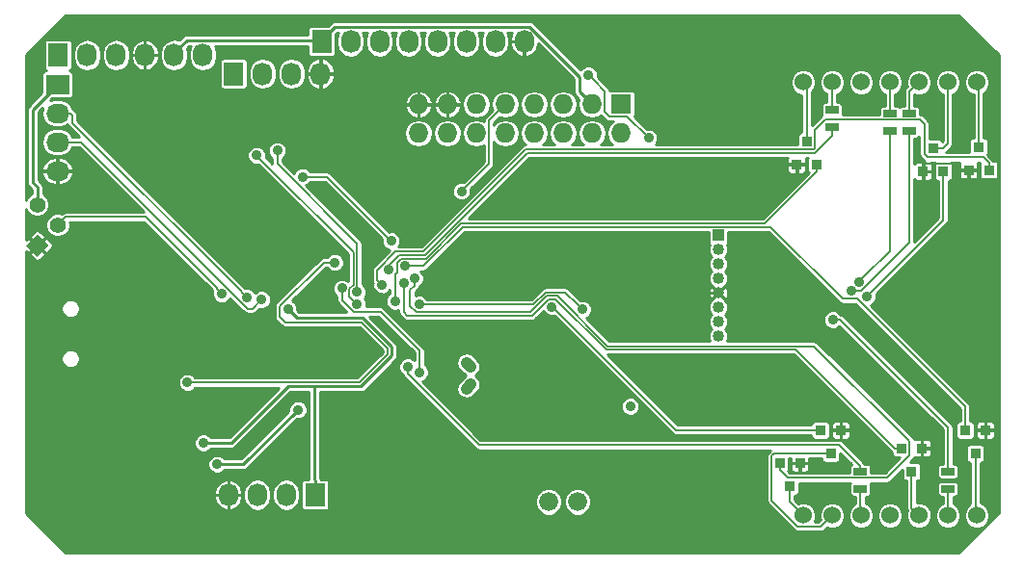
<source format=gbl>
%FSLAX46Y46*%
G04 Gerber Fmt 4.6, Leading zero omitted, Abs format (unit mm)*
G04 Created by KiCad (PCBNEW (2014-08-02 BZR 5044)-product) date 13.08.2014 17:47:44*
%MOMM*%
G01*
G04 APERTURE LIST*
%ADD10C,0.150000*%
%ADD11R,1.727200X2.032000*%
%ADD12O,1.727200X2.032000*%
%ADD13R,2.032000X1.727200*%
%ADD14O,2.032000X1.727200*%
%ADD15C,1.397000*%
%ADD16R,1.016000X1.016000*%
%ADD17C,1.016000*%
%ADD18R,1.727200X1.727200*%
%ADD19O,1.727200X1.727200*%
%ADD20C,1.000760*%
%ADD21R,1.143000X0.635000*%
%ADD22R,0.914400X0.914400*%
%ADD23C,1.524000*%
%ADD24C,1.676400*%
%ADD25C,0.889000*%
%ADD26C,0.254000*%
%ADD27C,0.250000*%
G04 APERTURE END LIST*
D10*
D11*
X42855600Y-18328800D03*
D12*
X45395600Y-18328800D03*
X47935600Y-18328800D03*
X50475600Y-18328800D03*
D11*
X50594000Y-15484000D03*
D12*
X53134000Y-15484000D03*
X55674000Y-15484000D03*
X58214000Y-15484000D03*
X60754000Y-15484000D03*
X63294000Y-15484000D03*
X65834000Y-15484000D03*
X68374000Y-15484000D03*
D13*
X27384000Y-19274000D03*
D14*
X27384000Y-21814000D03*
X27384000Y-24354000D03*
X27384000Y-26894000D03*
D11*
X27434000Y-16684000D03*
D12*
X29974000Y-16684000D03*
X32514000Y-16684000D03*
X35054000Y-16684000D03*
X37594000Y-16684000D03*
X40134000Y-16684000D03*
D10*
G36*
X25610000Y-32443224D02*
X26597828Y-33431052D01*
X25610000Y-34418880D01*
X24622172Y-33431052D01*
X25610000Y-32443224D01*
X25610000Y-32443224D01*
G37*
D15*
X27406051Y-31635001D03*
X25610000Y-29838950D03*
D11*
X50012000Y-55366800D03*
D12*
X47472000Y-55366800D03*
X44932000Y-55366800D03*
X42392000Y-55366800D03*
D16*
X85414000Y-32539000D03*
D17*
X85414000Y-33809000D03*
X85414000Y-35079000D03*
X85414000Y-36349000D03*
X85414000Y-37619000D03*
X85414000Y-38889000D03*
X85414000Y-40159000D03*
X85414000Y-41429000D03*
D18*
X76874000Y-21014000D03*
D19*
X76874000Y-23554000D03*
X74334000Y-21014000D03*
X74334000Y-23554000D03*
X71794000Y-21014000D03*
X71794000Y-23554000D03*
X69254000Y-21014000D03*
X69254000Y-23554000D03*
X66714000Y-21014000D03*
X66714000Y-23554000D03*
X64174000Y-21014000D03*
X64174000Y-23554000D03*
X61634000Y-21014000D03*
X61634000Y-23554000D03*
X59094000Y-21014000D03*
X59094000Y-23554000D03*
D20*
X63295155Y-43745855D02*
X63648977Y-44099677D01*
X63648977Y-45668323D02*
X63295155Y-46022145D01*
D21*
X95384000Y-23046000D03*
X95384000Y-21522000D03*
X100484000Y-23346000D03*
X100484000Y-21822000D03*
X102184000Y-23346000D03*
X102184000Y-21822000D03*
D22*
X103395000Y-26900000D03*
X105173000Y-26900000D03*
X104284000Y-24868000D03*
X92295000Y-26300000D03*
X94073000Y-26300000D03*
X93184000Y-24268000D03*
D21*
X97884000Y-53322000D03*
X97884000Y-54846000D03*
X105584000Y-53322000D03*
X105584000Y-54846000D03*
D23*
X92864000Y-57164000D03*
X95404000Y-57164000D03*
X97944000Y-57164000D03*
X100484000Y-57164000D03*
X103024000Y-57164000D03*
X105564000Y-57164000D03*
X108104000Y-57164000D03*
X108104000Y-19064000D03*
X105564000Y-19064000D03*
X103024000Y-19064000D03*
X100484000Y-19064000D03*
X97944000Y-19064000D03*
X95404000Y-19064000D03*
X92864000Y-19064000D03*
D22*
X107395000Y-26800000D03*
X109173000Y-26800000D03*
X108284000Y-24768000D03*
X103273000Y-51268000D03*
X101495000Y-51268000D03*
X102384000Y-53300000D03*
X92573000Y-52568000D03*
X90795000Y-52568000D03*
X91684000Y-54600000D03*
X108873000Y-49668000D03*
X107095000Y-49668000D03*
X107984000Y-51700000D03*
X96173000Y-49668000D03*
X94395000Y-49668000D03*
X95284000Y-51700000D03*
D24*
X70514000Y-55984000D03*
X73054000Y-55984000D03*
D25*
X77684000Y-47584000D03*
X48514000Y-47879000D03*
X41402000Y-52679600D03*
X47614200Y-39000644D03*
X40182800Y-50800000D03*
X63681009Y-37505740D03*
X93984000Y-52784000D03*
X97584000Y-49684000D03*
X43584000Y-34184000D03*
X57184000Y-46384000D03*
X83884000Y-29284000D03*
X76884000Y-33984000D03*
X102924519Y-28306562D03*
X104184038Y-49414503D03*
X44864556Y-25506275D03*
X53693760Y-38576608D03*
X46684000Y-25084000D03*
X53693760Y-37537596D03*
X79284000Y-23984000D03*
X74010578Y-18457422D03*
X48884000Y-27384000D03*
X56680388Y-33027233D03*
X56457655Y-35590911D03*
X58140583Y-44109021D03*
X59146615Y-38599771D03*
X97776589Y-36624576D03*
X73497115Y-39050521D03*
X97140138Y-37446089D03*
X95460578Y-39960578D03*
X98484000Y-37884000D03*
X57014480Y-38334647D03*
X55879610Y-36892379D03*
X58753350Y-36322382D03*
X57784000Y-36696423D03*
X57871230Y-35249188D03*
X70808011Y-38814480D03*
X62854918Y-28659927D03*
X44018256Y-37991412D03*
X45311770Y-38183649D03*
X59184000Y-44584000D03*
X52354952Y-37199320D03*
X38784000Y-45484000D03*
X51723808Y-34923808D03*
X41800000Y-37700000D03*
D26*
X27284000Y-19574000D02*
X27131600Y-19574000D01*
X27131600Y-19574000D02*
X25210000Y-21495600D01*
X25210000Y-21495600D02*
X25210000Y-27910000D01*
X25210000Y-27910000D02*
X25610000Y-28310000D01*
X25610000Y-28310000D02*
X25610000Y-29838950D01*
X50594000Y-15331600D02*
X50541600Y-15384000D01*
X50541600Y-15384000D02*
X38741600Y-15384000D01*
X38741600Y-15384000D02*
X37594000Y-16531600D01*
X37594000Y-16531600D02*
X37594000Y-16684000D01*
X50594000Y-15484000D02*
X50594000Y-15331600D01*
X68846456Y-14190990D02*
X51734610Y-14190990D01*
X51734610Y-14190990D02*
X50594000Y-15331600D01*
X74334000Y-21014000D02*
X73239077Y-19919077D01*
X73239077Y-19919077D02*
X73239077Y-18583611D01*
X73239077Y-18583611D02*
X68846456Y-14190990D01*
X43713400Y-52679600D02*
X42030617Y-52679600D01*
X48514000Y-47879000D02*
X43713400Y-52679600D01*
X42030617Y-52679600D02*
X41402000Y-52679600D01*
X48398019Y-39784463D02*
X48058699Y-39445143D01*
X54182280Y-39784463D02*
X48398019Y-39784463D01*
X48058699Y-39445143D02*
X47614200Y-39000644D01*
X56736010Y-42338193D02*
X54182280Y-39784463D01*
X54029807Y-45836010D02*
X56736010Y-43129807D01*
X56736010Y-43129807D02*
X56736010Y-42338193D01*
X42665817Y-50800000D02*
X43688388Y-49777429D01*
X40182800Y-50800000D02*
X42665817Y-50800000D01*
X43688388Y-49777429D02*
X47629807Y-45836010D01*
X43594000Y-49871817D02*
X43688388Y-49777429D01*
X49950016Y-54034816D02*
X49950016Y-45836010D01*
X50012000Y-54096800D02*
X49950016Y-54034816D01*
X50012000Y-55366800D02*
X50012000Y-54096800D01*
X49950016Y-45836010D02*
X54029807Y-45836010D01*
X47629807Y-45836010D02*
X49950016Y-45836010D01*
D10*
X106205599Y-26217799D02*
X103470001Y-26217799D01*
X103395000Y-26292800D02*
X103395000Y-26900000D01*
X103470001Y-26217799D02*
X103395000Y-26292800D01*
X106787800Y-26800000D02*
X106205599Y-26217799D01*
X107395000Y-26800000D02*
X106787800Y-26800000D01*
D26*
X60412686Y-21014000D02*
X61634000Y-21014000D01*
X53241600Y-21014000D02*
X60412686Y-21014000D01*
X59094000Y-21014000D02*
X61634000Y-21014000D01*
X61634000Y-18434000D02*
X61634000Y-21014000D01*
X62184000Y-17884000D02*
X61634000Y-18434000D01*
X67244000Y-17884000D02*
X62184000Y-17884000D01*
X68374000Y-16754000D02*
X67244000Y-17884000D01*
X68374000Y-15484000D02*
X68374000Y-16754000D01*
X93768000Y-52568000D02*
X93984000Y-52784000D01*
X92573000Y-52568000D02*
X93768000Y-52568000D01*
X97568000Y-49668000D02*
X96173000Y-49668000D01*
X97568000Y-49668000D02*
X97584000Y-49684000D01*
X91583800Y-26300000D02*
X91567800Y-26284000D01*
X92295000Y-26300000D02*
X91583800Y-26300000D01*
X91567800Y-26284000D02*
X86884000Y-26284000D01*
X86884000Y-26284000D02*
X83884000Y-29284000D01*
X84695580Y-37619000D02*
X85414000Y-37619000D01*
X79890383Y-37619000D02*
X84695580Y-37619000D01*
X76884000Y-34612617D02*
X79890383Y-37619000D01*
X76884000Y-33984000D02*
X76884000Y-34612617D01*
X43139501Y-33739501D02*
X43139501Y-25328499D01*
X43584000Y-34184000D02*
X43139501Y-33739501D01*
X47454000Y-21014000D02*
X53241600Y-21014000D01*
X43139501Y-25328499D02*
X47454000Y-21014000D01*
X103273000Y-51268000D02*
X103273000Y-50325541D01*
D10*
X103395000Y-26900000D02*
X103395000Y-27836081D01*
D26*
X103739539Y-49859002D02*
X104184038Y-49414503D01*
D10*
X103395000Y-27836081D02*
X103369018Y-27862063D01*
X103369018Y-27862063D02*
X102924519Y-28306562D01*
D26*
X103273000Y-50325541D02*
X103739539Y-49859002D01*
X29974000Y-16531600D02*
X29974000Y-16684000D01*
D10*
X45309055Y-25950774D02*
X44864556Y-25506275D01*
X53024259Y-37216235D02*
X53372399Y-36868095D01*
X53024259Y-37907107D02*
X53024259Y-37216235D01*
X53693760Y-38576608D02*
X53024259Y-37907107D01*
X53372399Y-36868095D02*
X53372399Y-34014118D01*
X53372399Y-34014118D02*
X45309055Y-25950774D01*
X46684000Y-25712617D02*
X46684000Y-25084000D01*
X46684000Y-26263616D02*
X46684000Y-25712617D01*
X53693760Y-33273376D02*
X46684000Y-26263616D01*
X53693760Y-37537596D02*
X53693760Y-33273376D01*
X75422601Y-21694803D02*
X75422601Y-19869445D01*
X79284000Y-23984000D02*
X77402601Y-22102601D01*
X75422601Y-19869445D02*
X74455077Y-18901921D01*
X75830399Y-22102601D02*
X75422601Y-21694803D01*
X74455077Y-18901921D02*
X74010578Y-18457422D01*
X77402601Y-22102601D02*
X75830399Y-22102601D01*
X48884000Y-27384000D02*
X51037155Y-27384000D01*
X51037155Y-27384000D02*
X56235889Y-32582734D01*
X56235889Y-32582734D02*
X56680388Y-33027233D01*
X56457655Y-35247623D02*
X56457655Y-35590911D01*
X57425600Y-34279678D02*
X56457655Y-35247623D01*
X59639767Y-34279677D02*
X57425600Y-34279678D01*
X68635454Y-25283990D02*
X59639767Y-34279677D01*
X93911690Y-25283990D02*
X68635454Y-25283990D01*
X95384000Y-23811680D02*
X93911690Y-25283990D01*
X95384000Y-23046000D02*
X95384000Y-23811680D01*
X95384000Y-21522000D02*
X95384000Y-19084000D01*
X95384000Y-19084000D02*
X95404000Y-19064000D01*
X97884000Y-52854500D02*
X97884000Y-53322000D01*
X96013500Y-50984000D02*
X97884000Y-52854500D01*
X64386945Y-50984000D02*
X96013500Y-50984000D01*
X58140583Y-44737638D02*
X64386945Y-50984000D01*
X58140583Y-44109021D02*
X58140583Y-44737638D01*
X97884000Y-54846000D02*
X97884000Y-57104000D01*
X97884000Y-57104000D02*
X97944000Y-57164000D01*
X98221088Y-36180077D02*
X97776589Y-36624576D01*
X100484000Y-23346000D02*
X100484000Y-33917165D01*
X100484000Y-33917165D02*
X98221088Y-36180077D01*
X73052616Y-38606022D02*
X73497115Y-39050521D01*
X59146615Y-38599771D02*
X69183302Y-38599771D01*
X69183302Y-38599771D02*
X70238113Y-37544960D01*
X71991554Y-37544960D02*
X73052616Y-38606022D01*
X70238113Y-37544960D02*
X71991554Y-37544960D01*
X100484000Y-21822000D02*
X100484000Y-21354500D01*
X100484000Y-21354500D02*
X100484000Y-19064000D01*
X102184000Y-23346000D02*
X102184000Y-33193138D01*
X102184000Y-33193138D02*
X97931049Y-37446089D01*
X97768755Y-37446089D02*
X97140138Y-37446089D01*
X97931049Y-37446089D02*
X97768755Y-37446089D01*
X102184000Y-21822000D02*
X102184000Y-19904000D01*
X102184000Y-19904000D02*
X103024000Y-19064000D01*
X102984000Y-19104000D02*
X103024000Y-19064000D01*
X96089195Y-39960578D02*
X95460578Y-39960578D01*
X105584000Y-53322000D02*
X105584000Y-49455383D01*
X105584000Y-49455383D02*
X96089195Y-39960578D01*
X105584000Y-57144000D02*
X105564000Y-57164000D01*
X105584000Y-54846000D02*
X105584000Y-57144000D01*
X91684000Y-54600000D02*
X91684000Y-55984000D01*
X91684000Y-55984000D02*
X92864000Y-57164000D01*
X95284000Y-51700000D02*
X90343598Y-51700000D01*
X90343598Y-51700000D02*
X90112799Y-51930799D01*
X90112799Y-51930799D02*
X90112799Y-55873561D01*
X90112799Y-55873561D02*
X92390239Y-58151001D01*
X92390239Y-58151001D02*
X94416999Y-58151001D01*
X94416999Y-58151001D02*
X94642001Y-57925999D01*
X94642001Y-57925999D02*
X95404000Y-57164000D01*
X102384000Y-53300000D02*
X102384000Y-56524000D01*
X102384000Y-56524000D02*
X103024000Y-57164000D01*
X107984000Y-51700000D02*
X107984000Y-57044000D01*
X107984000Y-57044000D02*
X108104000Y-57164000D01*
X108284000Y-24768000D02*
X108284000Y-19244000D01*
X108284000Y-19244000D02*
X108104000Y-19064000D01*
X105132000Y-24868000D02*
X105564000Y-24436000D01*
X105564000Y-24436000D02*
X105564000Y-19064000D01*
X104284000Y-24868000D02*
X105132000Y-24868000D01*
X105884000Y-19384000D02*
X105564000Y-19064000D01*
X93184000Y-24268000D02*
X93184000Y-19384000D01*
X93184000Y-19384000D02*
X92864000Y-19064000D01*
X98484000Y-37884000D02*
X105173000Y-31195000D01*
X105173000Y-31195000D02*
X105173000Y-26900000D01*
X105173000Y-26900000D02*
X105173000Y-31148685D01*
X98928499Y-37439501D02*
X98484000Y-37884000D01*
X57014480Y-37706030D02*
X57014480Y-38334647D01*
X57014480Y-35962658D02*
X57014480Y-37706030D01*
X57201729Y-34927827D02*
X57201729Y-35775409D01*
X57549869Y-34579687D02*
X57201729Y-34927827D01*
X59764035Y-34579687D02*
X57549869Y-34579687D01*
X62837732Y-31505990D02*
X59764035Y-34579687D01*
X89474210Y-31505990D02*
X62837732Y-31505990D01*
X94073000Y-26907200D02*
X89474210Y-31505990D01*
X94073000Y-26300000D02*
X94073000Y-26907200D01*
X57201729Y-35775409D02*
X57014480Y-35962658D01*
X103500000Y-22764598D02*
X103500000Y-25403402D01*
X103500000Y-25403402D02*
X103785099Y-25688501D01*
X103785099Y-25688501D02*
X108668701Y-25688501D01*
X100680401Y-22364501D02*
X94771497Y-22364501D01*
X100796503Y-22364501D02*
X100680401Y-22364501D01*
X100680401Y-22364501D02*
X103099903Y-22364501D01*
X103099903Y-22364501D02*
X103500000Y-22764598D01*
X93866201Y-24905201D02*
X93787422Y-24983980D01*
X93866201Y-23269797D02*
X93866201Y-24905201D01*
X59515499Y-33979667D02*
X57078037Y-33979667D01*
X109173000Y-26192800D02*
X108668701Y-25688501D01*
X94771497Y-22364501D02*
X93866201Y-23269797D01*
X93787422Y-24983980D02*
X68511186Y-24983980D01*
X68511186Y-24983980D02*
X59515499Y-33979667D01*
X57078037Y-33979667D02*
X55435111Y-35622593D01*
X55435111Y-35622593D02*
X55435111Y-36447880D01*
X55435111Y-36447880D02*
X55879610Y-36892379D01*
X109173000Y-26800000D02*
X109173000Y-26192800D01*
X58753350Y-36179674D02*
X58753350Y-36322382D01*
X58943510Y-35989514D02*
X58753350Y-36179674D01*
X93830383Y-42283981D02*
X75692652Y-42283981D01*
X102177201Y-50630799D02*
X93830383Y-42283981D01*
X102177201Y-51905201D02*
X102177201Y-50630799D01*
X58753350Y-36950999D02*
X58753350Y-36322382D01*
X58353501Y-37350848D02*
X58753350Y-36950999D01*
X58353501Y-38753501D02*
X58353501Y-37350848D01*
X58883981Y-39283981D02*
X58353501Y-38753501D01*
X68923370Y-39283981D02*
X58883981Y-39283981D01*
X70362381Y-37844970D02*
X68923370Y-39283981D01*
X75692652Y-42283981D02*
X71253640Y-37844969D01*
X100217901Y-53864501D02*
X102177201Y-51905201D01*
X91484301Y-53864501D02*
X100217901Y-53864501D01*
X71253640Y-37844969D02*
X70362381Y-37844970D01*
X90795000Y-52568000D02*
X90795000Y-53175200D01*
X90795000Y-53175200D02*
X91484301Y-53864501D01*
X57784000Y-39309346D02*
X57784000Y-37325040D01*
X75568384Y-42583991D02*
X71129372Y-38144979D01*
X92203791Y-42583991D02*
X75568384Y-42583991D01*
X58058645Y-39583991D02*
X57784000Y-39309346D01*
X100887800Y-51268000D02*
X92203791Y-42583991D01*
X70486650Y-38144979D02*
X69047638Y-39583991D01*
X71129372Y-38144979D02*
X70486650Y-38144979D01*
X57784000Y-37325040D02*
X57784000Y-36696423D01*
X69047638Y-39583991D02*
X58058645Y-39583991D01*
X101495000Y-51268000D02*
X100887800Y-51268000D01*
X107095000Y-49668000D02*
X107095000Y-47604138D01*
X58499847Y-35249188D02*
X57871230Y-35249188D01*
X62962001Y-31805999D02*
X59518812Y-35249188D01*
X59518812Y-35249188D02*
X58499847Y-35249188D01*
X90015137Y-31805999D02*
X62962001Y-31805999D01*
X97606452Y-38115590D02*
X96324728Y-38115590D01*
X96324728Y-38115590D02*
X90015137Y-31805999D01*
X107095000Y-47604138D02*
X97606452Y-38115590D01*
X81661531Y-49668000D02*
X71252510Y-39258979D01*
X71252510Y-39258979D02*
X70808011Y-38814480D01*
X94395000Y-49668000D02*
X81661531Y-49668000D01*
X65262601Y-22465399D02*
X65262601Y-26252244D01*
X66714000Y-21014000D02*
X65262601Y-22465399D01*
X65262601Y-26252244D02*
X63299417Y-28215428D01*
X63299417Y-28215428D02*
X62854918Y-28659927D01*
X28702000Y-22656800D02*
X28702000Y-21966000D01*
X28702000Y-21966000D02*
X28550000Y-21814000D01*
X28550000Y-21814000D02*
X27384000Y-21814000D01*
X44084000Y-38184000D02*
X44018256Y-38118256D01*
X44018256Y-38118256D02*
X44018256Y-37991412D01*
X43573757Y-37546913D02*
X43573757Y-37528557D01*
X44018256Y-37991412D02*
X43573757Y-37546913D01*
X43573757Y-37528557D02*
X28702000Y-22656800D01*
X44384191Y-38983990D02*
X44063990Y-38983990D01*
X44063990Y-38983990D02*
X29434000Y-24354000D01*
X29434000Y-24354000D02*
X27384000Y-24354000D01*
X44511429Y-38983990D02*
X44384191Y-38983990D01*
X45311770Y-38183649D02*
X44511429Y-38983990D01*
X44484010Y-38983990D02*
X44384191Y-38983990D01*
X59184000Y-44584000D02*
X59184000Y-42688366D01*
X59184000Y-42688366D02*
X55741743Y-39246109D01*
X55741743Y-39246109D02*
X53372399Y-39246109D01*
X53372399Y-39246109D02*
X52354952Y-38228662D01*
X52354952Y-38228662D02*
X52354952Y-37827937D01*
X52354952Y-37827937D02*
X52354952Y-37199320D01*
X53884000Y-45484000D02*
X38784000Y-45484000D01*
X56384000Y-42984000D02*
X53884000Y-45484000D01*
X56384000Y-42484000D02*
X56384000Y-42984000D01*
X54084000Y-40184000D02*
X56384000Y-42484000D01*
X47384000Y-40184000D02*
X54084000Y-40184000D01*
X46884000Y-39684000D02*
X47384000Y-40184000D01*
X46884000Y-38784000D02*
X46884000Y-39684000D01*
X50744192Y-34923808D02*
X46884000Y-38784000D01*
X51723808Y-34923808D02*
X50744192Y-34923808D01*
X27406051Y-31635001D02*
X28104550Y-30936502D01*
X28104550Y-30936502D02*
X35136502Y-30936502D01*
X35136502Y-30936502D02*
X41355501Y-37155501D01*
X41355501Y-37155501D02*
X41355501Y-37255501D01*
X41355501Y-37255501D02*
X41800000Y-37700000D01*
D27*
G36*
X93336036Y-27007767D02*
X93127200Y-27216603D01*
X93127200Y-26831792D01*
X93127200Y-26682608D01*
X93127200Y-26418750D01*
X93033450Y-26325000D01*
X92320000Y-26325000D01*
X92320000Y-27038450D01*
X92413750Y-27132200D01*
X92826792Y-27132200D01*
X92964620Y-27075110D01*
X93070110Y-26969621D01*
X93127200Y-26831792D01*
X93127200Y-27216603D01*
X92270000Y-28073803D01*
X92270000Y-27038450D01*
X92270000Y-26325000D01*
X91556550Y-26325000D01*
X91462800Y-26418750D01*
X91462800Y-26682608D01*
X91462800Y-26831792D01*
X91519890Y-26969621D01*
X91625380Y-27075110D01*
X91763208Y-27132200D01*
X92176250Y-27132200D01*
X92270000Y-27038450D01*
X92270000Y-28073803D01*
X89287814Y-31055990D01*
X63499850Y-31055990D01*
X68821850Y-25733990D01*
X91476973Y-25733990D01*
X91462800Y-25768208D01*
X91462800Y-25917392D01*
X91462800Y-26181250D01*
X91556550Y-26275000D01*
X92270000Y-26275000D01*
X92270000Y-26255000D01*
X92320000Y-26255000D01*
X92320000Y-26275000D01*
X93033450Y-26275000D01*
X93127200Y-26181250D01*
X93127200Y-25917392D01*
X93127200Y-25768208D01*
X93113026Y-25733990D01*
X93254973Y-25733990D01*
X93240800Y-25768208D01*
X93240800Y-25917392D01*
X93240800Y-26831792D01*
X93297890Y-26969620D01*
X93336036Y-27007767D01*
X93336036Y-27007767D01*
G37*
X93336036Y-27007767D02*
X93127200Y-27216603D01*
X93127200Y-26831792D01*
X93127200Y-26682608D01*
X93127200Y-26418750D01*
X93033450Y-26325000D01*
X92320000Y-26325000D01*
X92320000Y-27038450D01*
X92413750Y-27132200D01*
X92826792Y-27132200D01*
X92964620Y-27075110D01*
X93070110Y-26969621D01*
X93127200Y-26831792D01*
X93127200Y-27216603D01*
X92270000Y-28073803D01*
X92270000Y-27038450D01*
X92270000Y-26325000D01*
X91556550Y-26325000D01*
X91462800Y-26418750D01*
X91462800Y-26682608D01*
X91462800Y-26831792D01*
X91519890Y-26969621D01*
X91625380Y-27075110D01*
X91763208Y-27132200D01*
X92176250Y-27132200D01*
X92270000Y-27038450D01*
X92270000Y-28073803D01*
X89287814Y-31055990D01*
X63499850Y-31055990D01*
X68821850Y-25733990D01*
X91476973Y-25733990D01*
X91462800Y-25768208D01*
X91462800Y-25917392D01*
X91462800Y-26181250D01*
X91556550Y-26275000D01*
X92270000Y-26275000D01*
X92270000Y-26255000D01*
X92320000Y-26255000D01*
X92320000Y-26275000D01*
X93033450Y-26275000D01*
X93127200Y-26181250D01*
X93127200Y-25917392D01*
X93127200Y-25768208D01*
X93113026Y-25733990D01*
X93254973Y-25733990D01*
X93240800Y-25768208D01*
X93240800Y-25917392D01*
X93240800Y-26831792D01*
X93297890Y-26969620D01*
X93336036Y-27007767D01*
G36*
X97089886Y-52696782D02*
X96994590Y-52792079D01*
X96937500Y-52929908D01*
X96937500Y-53079092D01*
X96937500Y-53414501D01*
X93405200Y-53414501D01*
X93405200Y-53099792D01*
X93405200Y-52950608D01*
X93405200Y-52686750D01*
X93311450Y-52593000D01*
X92598000Y-52593000D01*
X92598000Y-53306450D01*
X92691750Y-53400200D01*
X93104792Y-53400200D01*
X93242620Y-53343110D01*
X93348110Y-53237621D01*
X93405200Y-53099792D01*
X93405200Y-53414501D01*
X92548000Y-53414501D01*
X92548000Y-53306450D01*
X92548000Y-52593000D01*
X91834550Y-52593000D01*
X91740800Y-52686750D01*
X91740800Y-52950608D01*
X91740800Y-53099792D01*
X91797890Y-53237621D01*
X91903380Y-53343110D01*
X92041208Y-53400200D01*
X92454250Y-53400200D01*
X92548000Y-53306450D01*
X92548000Y-53414501D01*
X91670697Y-53414501D01*
X91531963Y-53275767D01*
X91570110Y-53237621D01*
X91627200Y-53099792D01*
X91627200Y-52950608D01*
X91627200Y-52150000D01*
X91740800Y-52150000D01*
X91740800Y-52185392D01*
X91740800Y-52449250D01*
X91834550Y-52543000D01*
X92548000Y-52543000D01*
X92548000Y-52523000D01*
X92598000Y-52523000D01*
X92598000Y-52543000D01*
X93311450Y-52543000D01*
X93405200Y-52449250D01*
X93405200Y-52185392D01*
X93405200Y-52150000D01*
X94451800Y-52150000D01*
X94451800Y-52231792D01*
X94508890Y-52369620D01*
X94614379Y-52475110D01*
X94752208Y-52532200D01*
X94901392Y-52532200D01*
X95815792Y-52532200D01*
X95953620Y-52475110D01*
X96059110Y-52369621D01*
X96116200Y-52231792D01*
X96116200Y-52082608D01*
X96116200Y-51723096D01*
X97089886Y-52696782D01*
X97089886Y-52696782D01*
G37*
X97089886Y-52696782D02*
X96994590Y-52792079D01*
X96937500Y-52929908D01*
X96937500Y-53079092D01*
X96937500Y-53414501D01*
X93405200Y-53414501D01*
X93405200Y-53099792D01*
X93405200Y-52950608D01*
X93405200Y-52686750D01*
X93311450Y-52593000D01*
X92598000Y-52593000D01*
X92598000Y-53306450D01*
X92691750Y-53400200D01*
X93104792Y-53400200D01*
X93242620Y-53343110D01*
X93348110Y-53237621D01*
X93405200Y-53099792D01*
X93405200Y-53414501D01*
X92548000Y-53414501D01*
X92548000Y-53306450D01*
X92548000Y-52593000D01*
X91834550Y-52593000D01*
X91740800Y-52686750D01*
X91740800Y-52950608D01*
X91740800Y-53099792D01*
X91797890Y-53237621D01*
X91903380Y-53343110D01*
X92041208Y-53400200D01*
X92454250Y-53400200D01*
X92548000Y-53306450D01*
X92548000Y-53414501D01*
X91670697Y-53414501D01*
X91531963Y-53275767D01*
X91570110Y-53237621D01*
X91627200Y-53099792D01*
X91627200Y-52950608D01*
X91627200Y-52150000D01*
X91740800Y-52150000D01*
X91740800Y-52185392D01*
X91740800Y-52449250D01*
X91834550Y-52543000D01*
X92548000Y-52543000D01*
X92548000Y-52523000D01*
X92598000Y-52523000D01*
X92598000Y-52543000D01*
X93311450Y-52543000D01*
X93405200Y-52449250D01*
X93405200Y-52185392D01*
X93405200Y-52150000D01*
X94451800Y-52150000D01*
X94451800Y-52231792D01*
X94508890Y-52369620D01*
X94614379Y-52475110D01*
X94752208Y-52532200D01*
X94901392Y-52532200D01*
X95815792Y-52532200D01*
X95953620Y-52475110D01*
X96059110Y-52369621D01*
X96116200Y-52231792D01*
X96116200Y-52082608D01*
X96116200Y-51723096D01*
X97089886Y-52696782D01*
G36*
X101345806Y-52100200D02*
X100031505Y-53414501D01*
X98830500Y-53414501D01*
X98830500Y-52929908D01*
X98773410Y-52792080D01*
X98667921Y-52686590D01*
X98530092Y-52629500D01*
X98380908Y-52629500D01*
X98264471Y-52629500D01*
X98202198Y-52536302D01*
X97005200Y-51339304D01*
X97005200Y-50199792D01*
X97005200Y-50050608D01*
X97005200Y-49786750D01*
X97005200Y-49549250D01*
X97005200Y-49285392D01*
X97005200Y-49136208D01*
X96948110Y-48998379D01*
X96842620Y-48892890D01*
X96704792Y-48835800D01*
X96291750Y-48835800D01*
X96198000Y-48929550D01*
X96198000Y-49643000D01*
X96911450Y-49643000D01*
X97005200Y-49549250D01*
X97005200Y-49786750D01*
X96911450Y-49693000D01*
X96198000Y-49693000D01*
X96198000Y-50406450D01*
X96291750Y-50500200D01*
X96704792Y-50500200D01*
X96842620Y-50443110D01*
X96948110Y-50337621D01*
X97005200Y-50199792D01*
X97005200Y-51339304D01*
X96331698Y-50665802D01*
X96185708Y-50568254D01*
X96148000Y-50560753D01*
X96148000Y-50406450D01*
X96148000Y-49693000D01*
X96148000Y-49643000D01*
X96148000Y-48929550D01*
X96054250Y-48835800D01*
X95641208Y-48835800D01*
X95503380Y-48892890D01*
X95397890Y-48998379D01*
X95340800Y-49136208D01*
X95340800Y-49285392D01*
X95340800Y-49549250D01*
X95434550Y-49643000D01*
X96148000Y-49643000D01*
X96148000Y-49693000D01*
X95434550Y-49693000D01*
X95340800Y-49786750D01*
X95340800Y-50050608D01*
X95340800Y-50199792D01*
X95397890Y-50337621D01*
X95503380Y-50443110D01*
X95641208Y-50500200D01*
X96054250Y-50500200D01*
X96148000Y-50406450D01*
X96148000Y-50560753D01*
X96013500Y-50534000D01*
X78503642Y-50534000D01*
X78503642Y-47421707D01*
X78379143Y-47120397D01*
X78148816Y-46889667D01*
X77847724Y-46764643D01*
X77521707Y-46764358D01*
X77220397Y-46888857D01*
X76989667Y-47119184D01*
X76864643Y-47420276D01*
X76864358Y-47746293D01*
X76988857Y-48047603D01*
X77219184Y-48278333D01*
X77520276Y-48403357D01*
X77846293Y-48403642D01*
X78147603Y-48279143D01*
X78378333Y-48048816D01*
X78503357Y-47747724D01*
X78503642Y-47421707D01*
X78503642Y-50534000D01*
X64573341Y-50534000D01*
X64539949Y-50500608D01*
X64539949Y-45652731D01*
X64473315Y-45317737D01*
X64283556Y-45033744D01*
X64059449Y-44884000D01*
X64283556Y-44734256D01*
X64473315Y-44450263D01*
X64539949Y-44115269D01*
X64473315Y-43780275D01*
X64283556Y-43496282D01*
X63898550Y-43111276D01*
X63614557Y-42921517D01*
X63279563Y-42854883D01*
X62944569Y-42921517D01*
X62660576Y-43111276D01*
X62470817Y-43395269D01*
X62404183Y-43730263D01*
X62470817Y-44065257D01*
X62660576Y-44349250D01*
X63045582Y-44734256D01*
X63269688Y-44884000D01*
X63045582Y-45033744D01*
X62660576Y-45418750D01*
X62470817Y-45702743D01*
X62404183Y-46037737D01*
X62470817Y-46372731D01*
X62660576Y-46656724D01*
X62944569Y-46846483D01*
X63279563Y-46913117D01*
X63614557Y-46846483D01*
X63898550Y-46656724D01*
X64283556Y-46271718D01*
X64473315Y-45987725D01*
X64539949Y-45652731D01*
X64539949Y-50500608D01*
X59414712Y-45375371D01*
X59647603Y-45279143D01*
X59878333Y-45048816D01*
X60003357Y-44747724D01*
X60003642Y-44421707D01*
X59879143Y-44120397D01*
X59648816Y-43889667D01*
X59634000Y-43883514D01*
X59634000Y-42688366D01*
X59599747Y-42516159D01*
X59599746Y-42516158D01*
X59502198Y-42370168D01*
X56059941Y-38927911D01*
X55913951Y-38830363D01*
X55741743Y-38796109D01*
X54489956Y-38796109D01*
X54513117Y-38740332D01*
X54513402Y-38414315D01*
X54388903Y-38113005D01*
X54333202Y-38057206D01*
X54388093Y-38002412D01*
X54513117Y-37701320D01*
X54513402Y-37375303D01*
X54388903Y-37073993D01*
X54158576Y-36843263D01*
X54143760Y-36837110D01*
X54143760Y-33273376D01*
X54109507Y-33101169D01*
X54109506Y-33101168D01*
X54011958Y-32955178D01*
X49197814Y-28141034D01*
X49347603Y-28079143D01*
X49578333Y-27848816D01*
X49584485Y-27834000D01*
X50850759Y-27834000D01*
X55866675Y-32849916D01*
X55861031Y-32863509D01*
X55860746Y-33189526D01*
X55985245Y-33490836D01*
X56215572Y-33721566D01*
X56516664Y-33846590D01*
X56574667Y-33846640D01*
X55116913Y-35304395D01*
X55019365Y-35450385D01*
X54985111Y-35622593D01*
X54985111Y-36447880D01*
X55019365Y-36620088D01*
X55072385Y-36699437D01*
X55060253Y-36728655D01*
X55059968Y-37054672D01*
X55184467Y-37355982D01*
X55414794Y-37586712D01*
X55715886Y-37711736D01*
X56041903Y-37712021D01*
X56343213Y-37587522D01*
X56564480Y-37366641D01*
X56564480Y-37633883D01*
X56550877Y-37639504D01*
X56320147Y-37869831D01*
X56195123Y-38170923D01*
X56194838Y-38496940D01*
X56319337Y-38798250D01*
X56549664Y-39028980D01*
X56850756Y-39154004D01*
X57176773Y-39154289D01*
X57334000Y-39089323D01*
X57334000Y-39309346D01*
X57368254Y-39481554D01*
X57465802Y-39627544D01*
X57740447Y-39902189D01*
X57886437Y-39999737D01*
X57886438Y-39999737D01*
X58058645Y-40033991D01*
X69047638Y-40033991D01*
X69219845Y-39999737D01*
X69219846Y-39999737D01*
X69365836Y-39902189D01*
X70076926Y-39191098D01*
X70112868Y-39278083D01*
X70343195Y-39508813D01*
X70644287Y-39633837D01*
X70970304Y-39634122D01*
X70985130Y-39627995D01*
X81343333Y-49986198D01*
X81489323Y-50083746D01*
X81489324Y-50083746D01*
X81661531Y-50118000D01*
X93562800Y-50118000D01*
X93562800Y-50199792D01*
X93619890Y-50337620D01*
X93725379Y-50443110D01*
X93863208Y-50500200D01*
X94012392Y-50500200D01*
X94926792Y-50500200D01*
X95064620Y-50443110D01*
X95170110Y-50337621D01*
X95227200Y-50199792D01*
X95227200Y-50050608D01*
X95227200Y-49136208D01*
X95170110Y-48998380D01*
X95064621Y-48892890D01*
X94926792Y-48835800D01*
X94777608Y-48835800D01*
X93863208Y-48835800D01*
X93725380Y-48892890D01*
X93619890Y-48998379D01*
X93562800Y-49136208D01*
X93562800Y-49218000D01*
X81847927Y-49218000D01*
X75663918Y-43033991D01*
X92017395Y-43033991D01*
X100569602Y-51586198D01*
X100662800Y-51648471D01*
X100662800Y-51799792D01*
X100719890Y-51937620D01*
X100825379Y-52043110D01*
X100963208Y-52100200D01*
X101112392Y-52100200D01*
X101345806Y-52100200D01*
X101345806Y-52100200D01*
G37*
X101345806Y-52100200D02*
X100031505Y-53414501D01*
X98830500Y-53414501D01*
X98830500Y-52929908D01*
X98773410Y-52792080D01*
X98667921Y-52686590D01*
X98530092Y-52629500D01*
X98380908Y-52629500D01*
X98264471Y-52629500D01*
X98202198Y-52536302D01*
X97005200Y-51339304D01*
X97005200Y-50199792D01*
X97005200Y-50050608D01*
X97005200Y-49786750D01*
X97005200Y-49549250D01*
X97005200Y-49285392D01*
X97005200Y-49136208D01*
X96948110Y-48998379D01*
X96842620Y-48892890D01*
X96704792Y-48835800D01*
X96291750Y-48835800D01*
X96198000Y-48929550D01*
X96198000Y-49643000D01*
X96911450Y-49643000D01*
X97005200Y-49549250D01*
X97005200Y-49786750D01*
X96911450Y-49693000D01*
X96198000Y-49693000D01*
X96198000Y-50406450D01*
X96291750Y-50500200D01*
X96704792Y-50500200D01*
X96842620Y-50443110D01*
X96948110Y-50337621D01*
X97005200Y-50199792D01*
X97005200Y-51339304D01*
X96331698Y-50665802D01*
X96185708Y-50568254D01*
X96148000Y-50560753D01*
X96148000Y-50406450D01*
X96148000Y-49693000D01*
X96148000Y-49643000D01*
X96148000Y-48929550D01*
X96054250Y-48835800D01*
X95641208Y-48835800D01*
X95503380Y-48892890D01*
X95397890Y-48998379D01*
X95340800Y-49136208D01*
X95340800Y-49285392D01*
X95340800Y-49549250D01*
X95434550Y-49643000D01*
X96148000Y-49643000D01*
X96148000Y-49693000D01*
X95434550Y-49693000D01*
X95340800Y-49786750D01*
X95340800Y-50050608D01*
X95340800Y-50199792D01*
X95397890Y-50337621D01*
X95503380Y-50443110D01*
X95641208Y-50500200D01*
X96054250Y-50500200D01*
X96148000Y-50406450D01*
X96148000Y-50560753D01*
X96013500Y-50534000D01*
X78503642Y-50534000D01*
X78503642Y-47421707D01*
X78379143Y-47120397D01*
X78148816Y-46889667D01*
X77847724Y-46764643D01*
X77521707Y-46764358D01*
X77220397Y-46888857D01*
X76989667Y-47119184D01*
X76864643Y-47420276D01*
X76864358Y-47746293D01*
X76988857Y-48047603D01*
X77219184Y-48278333D01*
X77520276Y-48403357D01*
X77846293Y-48403642D01*
X78147603Y-48279143D01*
X78378333Y-48048816D01*
X78503357Y-47747724D01*
X78503642Y-47421707D01*
X78503642Y-50534000D01*
X64573341Y-50534000D01*
X64539949Y-50500608D01*
X64539949Y-45652731D01*
X64473315Y-45317737D01*
X64283556Y-45033744D01*
X64059449Y-44884000D01*
X64283556Y-44734256D01*
X64473315Y-44450263D01*
X64539949Y-44115269D01*
X64473315Y-43780275D01*
X64283556Y-43496282D01*
X63898550Y-43111276D01*
X63614557Y-42921517D01*
X63279563Y-42854883D01*
X62944569Y-42921517D01*
X62660576Y-43111276D01*
X62470817Y-43395269D01*
X62404183Y-43730263D01*
X62470817Y-44065257D01*
X62660576Y-44349250D01*
X63045582Y-44734256D01*
X63269688Y-44884000D01*
X63045582Y-45033744D01*
X62660576Y-45418750D01*
X62470817Y-45702743D01*
X62404183Y-46037737D01*
X62470817Y-46372731D01*
X62660576Y-46656724D01*
X62944569Y-46846483D01*
X63279563Y-46913117D01*
X63614557Y-46846483D01*
X63898550Y-46656724D01*
X64283556Y-46271718D01*
X64473315Y-45987725D01*
X64539949Y-45652731D01*
X64539949Y-50500608D01*
X59414712Y-45375371D01*
X59647603Y-45279143D01*
X59878333Y-45048816D01*
X60003357Y-44747724D01*
X60003642Y-44421707D01*
X59879143Y-44120397D01*
X59648816Y-43889667D01*
X59634000Y-43883514D01*
X59634000Y-42688366D01*
X59599747Y-42516159D01*
X59599746Y-42516158D01*
X59502198Y-42370168D01*
X56059941Y-38927911D01*
X55913951Y-38830363D01*
X55741743Y-38796109D01*
X54489956Y-38796109D01*
X54513117Y-38740332D01*
X54513402Y-38414315D01*
X54388903Y-38113005D01*
X54333202Y-38057206D01*
X54388093Y-38002412D01*
X54513117Y-37701320D01*
X54513402Y-37375303D01*
X54388903Y-37073993D01*
X54158576Y-36843263D01*
X54143760Y-36837110D01*
X54143760Y-33273376D01*
X54109507Y-33101169D01*
X54109506Y-33101168D01*
X54011958Y-32955178D01*
X49197814Y-28141034D01*
X49347603Y-28079143D01*
X49578333Y-27848816D01*
X49584485Y-27834000D01*
X50850759Y-27834000D01*
X55866675Y-32849916D01*
X55861031Y-32863509D01*
X55860746Y-33189526D01*
X55985245Y-33490836D01*
X56215572Y-33721566D01*
X56516664Y-33846590D01*
X56574667Y-33846640D01*
X55116913Y-35304395D01*
X55019365Y-35450385D01*
X54985111Y-35622593D01*
X54985111Y-36447880D01*
X55019365Y-36620088D01*
X55072385Y-36699437D01*
X55060253Y-36728655D01*
X55059968Y-37054672D01*
X55184467Y-37355982D01*
X55414794Y-37586712D01*
X55715886Y-37711736D01*
X56041903Y-37712021D01*
X56343213Y-37587522D01*
X56564480Y-37366641D01*
X56564480Y-37633883D01*
X56550877Y-37639504D01*
X56320147Y-37869831D01*
X56195123Y-38170923D01*
X56194838Y-38496940D01*
X56319337Y-38798250D01*
X56549664Y-39028980D01*
X56850756Y-39154004D01*
X57176773Y-39154289D01*
X57334000Y-39089323D01*
X57334000Y-39309346D01*
X57368254Y-39481554D01*
X57465802Y-39627544D01*
X57740447Y-39902189D01*
X57886437Y-39999737D01*
X57886438Y-39999737D01*
X58058645Y-40033991D01*
X69047638Y-40033991D01*
X69219845Y-39999737D01*
X69219846Y-39999737D01*
X69365836Y-39902189D01*
X70076926Y-39191098D01*
X70112868Y-39278083D01*
X70343195Y-39508813D01*
X70644287Y-39633837D01*
X70970304Y-39634122D01*
X70985130Y-39627995D01*
X81343333Y-49986198D01*
X81489323Y-50083746D01*
X81489324Y-50083746D01*
X81661531Y-50118000D01*
X93562800Y-50118000D01*
X93562800Y-50199792D01*
X93619890Y-50337620D01*
X93725379Y-50443110D01*
X93863208Y-50500200D01*
X94012392Y-50500200D01*
X94926792Y-50500200D01*
X95064620Y-50443110D01*
X95170110Y-50337621D01*
X95227200Y-50199792D01*
X95227200Y-50050608D01*
X95227200Y-49136208D01*
X95170110Y-48998380D01*
X95064621Y-48892890D01*
X94926792Y-48835800D01*
X94777608Y-48835800D01*
X93863208Y-48835800D01*
X93725380Y-48892890D01*
X93619890Y-48998379D01*
X93562800Y-49136208D01*
X93562800Y-49218000D01*
X81847927Y-49218000D01*
X75663918Y-43033991D01*
X92017395Y-43033991D01*
X100569602Y-51586198D01*
X100662800Y-51648471D01*
X100662800Y-51799792D01*
X100719890Y-51937620D01*
X100825379Y-52043110D01*
X100963208Y-52100200D01*
X101112392Y-52100200D01*
X101345806Y-52100200D01*
G36*
X104723000Y-31008604D02*
X104227200Y-31504404D01*
X104227200Y-27431792D01*
X104227200Y-27282608D01*
X104227200Y-27018750D01*
X104133450Y-26925000D01*
X103420000Y-26925000D01*
X103420000Y-27638450D01*
X103513750Y-27732200D01*
X103926792Y-27732200D01*
X104064620Y-27675110D01*
X104170110Y-27569621D01*
X104227200Y-27431792D01*
X104227200Y-31504404D01*
X102634000Y-33097604D01*
X102634000Y-27583730D01*
X102725380Y-27675110D01*
X102863208Y-27732200D01*
X103276250Y-27732200D01*
X103370000Y-27638450D01*
X103370000Y-26925000D01*
X103350000Y-26925000D01*
X103350000Y-26875000D01*
X103370000Y-26875000D01*
X103370000Y-26161550D01*
X103276250Y-26067800D01*
X102863208Y-26067800D01*
X102725380Y-26124890D01*
X102634000Y-26216269D01*
X102634000Y-24038500D01*
X102830092Y-24038500D01*
X102967920Y-23981410D01*
X103050000Y-23899330D01*
X103050000Y-25403402D01*
X103084254Y-25575610D01*
X103181802Y-25721600D01*
X103466901Y-26006699D01*
X103558344Y-26067800D01*
X103513750Y-26067800D01*
X103420000Y-26161550D01*
X103420000Y-26875000D01*
X104133450Y-26875000D01*
X104227200Y-26781250D01*
X104227200Y-26517392D01*
X104227200Y-26368208D01*
X104170110Y-26230379D01*
X104078231Y-26138501D01*
X104489768Y-26138501D01*
X104397890Y-26230379D01*
X104340800Y-26368208D01*
X104340800Y-26517392D01*
X104340800Y-27431792D01*
X104397890Y-27569620D01*
X104503379Y-27675110D01*
X104641208Y-27732200D01*
X104723000Y-27732200D01*
X104723000Y-31008604D01*
X104723000Y-31008604D01*
G37*
X104723000Y-31008604D02*
X104227200Y-31504404D01*
X104227200Y-27431792D01*
X104227200Y-27282608D01*
X104227200Y-27018750D01*
X104133450Y-26925000D01*
X103420000Y-26925000D01*
X103420000Y-27638450D01*
X103513750Y-27732200D01*
X103926792Y-27732200D01*
X104064620Y-27675110D01*
X104170110Y-27569621D01*
X104227200Y-27431792D01*
X104227200Y-31504404D01*
X102634000Y-33097604D01*
X102634000Y-27583730D01*
X102725380Y-27675110D01*
X102863208Y-27732200D01*
X103276250Y-27732200D01*
X103370000Y-27638450D01*
X103370000Y-26925000D01*
X103350000Y-26925000D01*
X103350000Y-26875000D01*
X103370000Y-26875000D01*
X103370000Y-26161550D01*
X103276250Y-26067800D01*
X102863208Y-26067800D01*
X102725380Y-26124890D01*
X102634000Y-26216269D01*
X102634000Y-24038500D01*
X102830092Y-24038500D01*
X102967920Y-23981410D01*
X103050000Y-23899330D01*
X103050000Y-25403402D01*
X103084254Y-25575610D01*
X103181802Y-25721600D01*
X103466901Y-26006699D01*
X103558344Y-26067800D01*
X103513750Y-26067800D01*
X103420000Y-26161550D01*
X103420000Y-26875000D01*
X104133450Y-26875000D01*
X104227200Y-26781250D01*
X104227200Y-26517392D01*
X104227200Y-26368208D01*
X104170110Y-26230379D01*
X104078231Y-26138501D01*
X104489768Y-26138501D01*
X104397890Y-26230379D01*
X104340800Y-26368208D01*
X104340800Y-26517392D01*
X104340800Y-27431792D01*
X104397890Y-27569620D01*
X104503379Y-27675110D01*
X104641208Y-27732200D01*
X104723000Y-27732200D01*
X104723000Y-31008604D01*
G36*
X110015000Y-56953248D02*
X110005200Y-56963048D01*
X110005200Y-27331792D01*
X110005200Y-27182608D01*
X110005200Y-26268208D01*
X109948110Y-26130380D01*
X109842621Y-26024890D01*
X109704792Y-25967800D01*
X109555608Y-25967800D01*
X109553471Y-25967800D01*
X109491198Y-25874602D01*
X109056663Y-25440067D01*
X109059110Y-25437621D01*
X109116200Y-25299792D01*
X109116200Y-25150608D01*
X109116200Y-24236208D01*
X109059110Y-24098380D01*
X108953621Y-23992890D01*
X108815792Y-23935800D01*
X108734000Y-23935800D01*
X108734000Y-20033925D01*
X108747217Y-20028464D01*
X109067340Y-19708900D01*
X109240802Y-19291155D01*
X109241197Y-18838829D01*
X109068464Y-18420783D01*
X108748900Y-18100660D01*
X108331155Y-17927198D01*
X107878829Y-17926803D01*
X107460783Y-18099536D01*
X107140660Y-18419100D01*
X106967198Y-18836845D01*
X106966803Y-19289171D01*
X107139536Y-19707217D01*
X107459100Y-20027340D01*
X107834000Y-20183011D01*
X107834000Y-23935800D01*
X107752208Y-23935800D01*
X107614380Y-23992890D01*
X107508890Y-24098379D01*
X107451800Y-24236208D01*
X107451800Y-24385392D01*
X107451800Y-25238501D01*
X105371921Y-25238501D01*
X105450198Y-25186198D01*
X105882198Y-24754198D01*
X105979746Y-24608208D01*
X106014000Y-24436000D01*
X106014000Y-20108299D01*
X106207217Y-20028464D01*
X106527340Y-19708900D01*
X106700802Y-19291155D01*
X106701197Y-18838829D01*
X106528464Y-18420783D01*
X106208900Y-18100660D01*
X105791155Y-17927198D01*
X105338829Y-17926803D01*
X104920783Y-18099536D01*
X104600660Y-18419100D01*
X104427198Y-18836845D01*
X104426803Y-19289171D01*
X104599536Y-19707217D01*
X104919100Y-20027340D01*
X105114000Y-20108269D01*
X105114000Y-24249604D01*
X105090189Y-24273414D01*
X105059110Y-24198380D01*
X104953621Y-24092890D01*
X104815792Y-24035800D01*
X104666608Y-24035800D01*
X103950000Y-24035800D01*
X103950000Y-22764598D01*
X103915747Y-22592391D01*
X103915746Y-22592390D01*
X103818198Y-22446400D01*
X103418101Y-22046303D01*
X103272111Y-21948755D01*
X103130500Y-21920587D01*
X103130500Y-21429908D01*
X103073410Y-21292080D01*
X102967921Y-21186590D01*
X102830092Y-21129500D01*
X102680908Y-21129500D01*
X102634000Y-21129500D01*
X102634000Y-20133183D01*
X102796845Y-20200802D01*
X103249171Y-20201197D01*
X103667217Y-20028464D01*
X103987340Y-19708900D01*
X104160802Y-19291155D01*
X104161197Y-18838829D01*
X103988464Y-18420783D01*
X103668900Y-18100660D01*
X103251155Y-17927198D01*
X102798829Y-17926803D01*
X102380783Y-18099536D01*
X102060660Y-18419100D01*
X101887198Y-18836845D01*
X101886803Y-19289171D01*
X101967392Y-19484211D01*
X101865802Y-19585802D01*
X101768254Y-19731792D01*
X101734000Y-19904000D01*
X101734000Y-21129500D01*
X101537908Y-21129500D01*
X101400080Y-21186590D01*
X101333999Y-21252669D01*
X101267921Y-21186590D01*
X101130092Y-21129500D01*
X100980908Y-21129500D01*
X100934000Y-21129500D01*
X100934000Y-20108299D01*
X101127217Y-20028464D01*
X101447340Y-19708900D01*
X101620802Y-19291155D01*
X101621197Y-18838829D01*
X101448464Y-18420783D01*
X101128900Y-18100660D01*
X100711155Y-17927198D01*
X100258829Y-17926803D01*
X99840783Y-18099536D01*
X99520660Y-18419100D01*
X99347198Y-18836845D01*
X99346803Y-19289171D01*
X99519536Y-19707217D01*
X99839100Y-20027340D01*
X100034000Y-20108269D01*
X100034000Y-21129500D01*
X99837908Y-21129500D01*
X99700080Y-21186590D01*
X99594590Y-21292079D01*
X99537500Y-21429908D01*
X99537500Y-21579092D01*
X99537500Y-21914501D01*
X99081197Y-21914501D01*
X99081197Y-18838829D01*
X98908464Y-18420783D01*
X98588900Y-18100660D01*
X98171155Y-17927198D01*
X97718829Y-17926803D01*
X97300783Y-18099536D01*
X96980660Y-18419100D01*
X96807198Y-18836845D01*
X96806803Y-19289171D01*
X96979536Y-19707217D01*
X97299100Y-20027340D01*
X97716845Y-20200802D01*
X98169171Y-20201197D01*
X98587217Y-20028464D01*
X98907340Y-19708900D01*
X99080802Y-19291155D01*
X99081197Y-18838829D01*
X99081197Y-21914501D01*
X96330330Y-21914501D01*
X96330500Y-21914092D01*
X96330500Y-21764908D01*
X96330500Y-21129908D01*
X96273410Y-20992080D01*
X96167921Y-20886590D01*
X96030092Y-20829500D01*
X95880908Y-20829500D01*
X95834000Y-20829500D01*
X95834000Y-20116563D01*
X96047217Y-20028464D01*
X96367340Y-19708900D01*
X96540802Y-19291155D01*
X96541197Y-18838829D01*
X96368464Y-18420783D01*
X96048900Y-18100660D01*
X95631155Y-17927198D01*
X95178829Y-17926803D01*
X94760783Y-18099536D01*
X94440660Y-18419100D01*
X94267198Y-18836845D01*
X94266803Y-19289171D01*
X94439536Y-19707217D01*
X94759100Y-20027340D01*
X94934000Y-20099964D01*
X94934000Y-20829500D01*
X94737908Y-20829500D01*
X94600080Y-20886590D01*
X94494590Y-20992079D01*
X94437500Y-21129908D01*
X94437500Y-21279092D01*
X94437500Y-21914092D01*
X94483816Y-22025911D01*
X94453299Y-22046303D01*
X93634000Y-22865602D01*
X93634000Y-19901902D01*
X93827340Y-19708900D01*
X94000802Y-19291155D01*
X94001197Y-18838829D01*
X93828464Y-18420783D01*
X93508900Y-18100660D01*
X93091155Y-17927198D01*
X92638829Y-17926803D01*
X92220783Y-18099536D01*
X91900660Y-18419100D01*
X91727198Y-18836845D01*
X91726803Y-19289171D01*
X91899536Y-19707217D01*
X92219100Y-20027340D01*
X92636845Y-20200802D01*
X92734000Y-20200886D01*
X92734000Y-23435800D01*
X92652208Y-23435800D01*
X92514380Y-23492890D01*
X92408890Y-23598379D01*
X92351800Y-23736208D01*
X92351800Y-23885392D01*
X92351800Y-24533980D01*
X79893019Y-24533980D01*
X79978333Y-24448816D01*
X80103357Y-24147724D01*
X80103642Y-23821707D01*
X79979143Y-23520397D01*
X79748816Y-23289667D01*
X79447724Y-23164643D01*
X79121707Y-23164358D01*
X79106880Y-23170484D01*
X78040963Y-22104567D01*
X78055510Y-22090021D01*
X78112600Y-21952192D01*
X78112600Y-21803008D01*
X78112600Y-20075808D01*
X78055510Y-19937980D01*
X77950021Y-19832490D01*
X77812192Y-19775400D01*
X77663008Y-19775400D01*
X75935808Y-19775400D01*
X75860129Y-19806746D01*
X75838348Y-19697238D01*
X75838347Y-19697237D01*
X75740799Y-19551247D01*
X74824290Y-18634738D01*
X74829935Y-18621146D01*
X74830220Y-18295129D01*
X74705721Y-17993819D01*
X74475394Y-17763089D01*
X74174302Y-17638065D01*
X73848285Y-17637780D01*
X73546975Y-17762279D01*
X73337144Y-17971743D01*
X69201424Y-13836022D01*
X69038563Y-13727202D01*
X68846456Y-13688989D01*
X68846450Y-13688990D01*
X51734610Y-13688990D01*
X51542502Y-13727202D01*
X51379642Y-13836022D01*
X51122664Y-14093000D01*
X49655808Y-14093000D01*
X49517980Y-14150090D01*
X49412490Y-14255579D01*
X49355400Y-14393408D01*
X49355400Y-14542592D01*
X49355400Y-14882000D01*
X38741600Y-14882000D01*
X38549493Y-14920212D01*
X38386632Y-15029032D01*
X38386629Y-15029035D01*
X38057683Y-15357981D01*
X37594000Y-15265749D01*
X37120008Y-15360032D01*
X36718178Y-15628527D01*
X36449683Y-16030357D01*
X36355400Y-16504349D01*
X36355400Y-16863651D01*
X36449683Y-17337643D01*
X36718178Y-17739473D01*
X37120008Y-18007968D01*
X37594000Y-18102251D01*
X38067992Y-18007968D01*
X38469822Y-17739473D01*
X38738317Y-17337643D01*
X38832600Y-16863651D01*
X38832600Y-16504349D01*
X38749410Y-16086125D01*
X38949535Y-15886000D01*
X39086139Y-15886000D01*
X38989683Y-16030357D01*
X38895400Y-16504349D01*
X38895400Y-16863651D01*
X38989683Y-17337643D01*
X39258178Y-17739473D01*
X39660008Y-18007968D01*
X40134000Y-18102251D01*
X40607992Y-18007968D01*
X41009822Y-17739473D01*
X41278317Y-17337643D01*
X41372600Y-16863651D01*
X41372600Y-16504349D01*
X41278317Y-16030357D01*
X41181860Y-15886000D01*
X49355400Y-15886000D01*
X49355400Y-16574592D01*
X49412490Y-16712420D01*
X49517979Y-16817910D01*
X49655808Y-16875000D01*
X49804992Y-16875000D01*
X51532192Y-16875000D01*
X51670020Y-16817910D01*
X51775510Y-16712421D01*
X51832600Y-16574592D01*
X51832600Y-16425408D01*
X51832600Y-14802936D01*
X51942546Y-14692990D01*
X52081468Y-14692990D01*
X51989683Y-14830357D01*
X51895400Y-15304349D01*
X51895400Y-15663651D01*
X51989683Y-16137643D01*
X52258178Y-16539473D01*
X52660008Y-16807968D01*
X53134000Y-16902251D01*
X53607992Y-16807968D01*
X54009822Y-16539473D01*
X54278317Y-16137643D01*
X54372600Y-15663651D01*
X54372600Y-15304349D01*
X54278317Y-14830357D01*
X54186531Y-14692990D01*
X54621468Y-14692990D01*
X54529683Y-14830357D01*
X54435400Y-15304349D01*
X54435400Y-15663651D01*
X54529683Y-16137643D01*
X54798178Y-16539473D01*
X55200008Y-16807968D01*
X55674000Y-16902251D01*
X56147992Y-16807968D01*
X56549822Y-16539473D01*
X56818317Y-16137643D01*
X56912600Y-15663651D01*
X56912600Y-15304349D01*
X56818317Y-14830357D01*
X56726531Y-14692990D01*
X57161468Y-14692990D01*
X57069683Y-14830357D01*
X56975400Y-15304349D01*
X56975400Y-15663651D01*
X57069683Y-16137643D01*
X57338178Y-16539473D01*
X57740008Y-16807968D01*
X58214000Y-16902251D01*
X58687992Y-16807968D01*
X59089822Y-16539473D01*
X59358317Y-16137643D01*
X59452600Y-15663651D01*
X59452600Y-15304349D01*
X59358317Y-14830357D01*
X59266531Y-14692990D01*
X59701468Y-14692990D01*
X59609683Y-14830357D01*
X59515400Y-15304349D01*
X59515400Y-15663651D01*
X59609683Y-16137643D01*
X59878178Y-16539473D01*
X60280008Y-16807968D01*
X60754000Y-16902251D01*
X61227992Y-16807968D01*
X61629822Y-16539473D01*
X61898317Y-16137643D01*
X61992600Y-15663651D01*
X61992600Y-15304349D01*
X61898317Y-14830357D01*
X61806531Y-14692990D01*
X62241468Y-14692990D01*
X62149683Y-14830357D01*
X62055400Y-15304349D01*
X62055400Y-15663651D01*
X62149683Y-16137643D01*
X62418178Y-16539473D01*
X62820008Y-16807968D01*
X63294000Y-16902251D01*
X63767992Y-16807968D01*
X64169822Y-16539473D01*
X64438317Y-16137643D01*
X64532600Y-15663651D01*
X64532600Y-15304349D01*
X64438317Y-14830357D01*
X64346531Y-14692990D01*
X64781468Y-14692990D01*
X64689683Y-14830357D01*
X64595400Y-15304349D01*
X64595400Y-15663651D01*
X64689683Y-16137643D01*
X64958178Y-16539473D01*
X65360008Y-16807968D01*
X65834000Y-16902251D01*
X66307992Y-16807968D01*
X66709822Y-16539473D01*
X66978317Y-16137643D01*
X67072600Y-15663651D01*
X67072600Y-15304349D01*
X66978317Y-14830357D01*
X66886531Y-14692990D01*
X67337999Y-14692990D01*
X67239250Y-14834511D01*
X67135400Y-15306600D01*
X67135400Y-15459000D01*
X68349000Y-15459000D01*
X68349000Y-15439000D01*
X68399000Y-15439000D01*
X68399000Y-15459000D01*
X68419000Y-15459000D01*
X68419000Y-15509000D01*
X68399000Y-15509000D01*
X68399000Y-16780977D01*
X68592413Y-16855591D01*
X68824895Y-16790284D01*
X69232145Y-16529900D01*
X69508750Y-16133489D01*
X69611577Y-15666047D01*
X72737077Y-18791546D01*
X72737077Y-19919071D01*
X72737076Y-19919077D01*
X72775289Y-20111184D01*
X72884109Y-20274045D01*
X73162871Y-20552807D01*
X73071134Y-21014000D01*
X73165417Y-21487992D01*
X73433912Y-21889822D01*
X73835742Y-22158317D01*
X74309734Y-22252600D01*
X74358266Y-22252600D01*
X74832258Y-22158317D01*
X75087530Y-21987749D01*
X75104403Y-22013001D01*
X75512201Y-22420799D01*
X75658191Y-22518347D01*
X75830399Y-22552601D01*
X76161850Y-22552601D01*
X75973912Y-22678178D01*
X75705417Y-23080008D01*
X75611134Y-23554000D01*
X75705417Y-24027992D01*
X75973912Y-24429822D01*
X76129795Y-24533980D01*
X75078204Y-24533980D01*
X75234088Y-24429822D01*
X75502583Y-24027992D01*
X75596866Y-23554000D01*
X75502583Y-23080008D01*
X75234088Y-22678178D01*
X74832258Y-22409683D01*
X74358266Y-22315400D01*
X74309734Y-22315400D01*
X73835742Y-22409683D01*
X73433912Y-22678178D01*
X73165417Y-23080008D01*
X73071134Y-23554000D01*
X73165417Y-24027992D01*
X73433912Y-24429822D01*
X73589795Y-24533980D01*
X72538204Y-24533980D01*
X72694088Y-24429822D01*
X72962583Y-24027992D01*
X73056866Y-23554000D01*
X73056866Y-21014000D01*
X72962583Y-20540008D01*
X72694088Y-20138178D01*
X72292258Y-19869683D01*
X71818266Y-19775400D01*
X71769734Y-19775400D01*
X71295742Y-19869683D01*
X70893912Y-20138178D01*
X70625417Y-20540008D01*
X70531134Y-21014000D01*
X70625417Y-21487992D01*
X70893912Y-21889822D01*
X71295742Y-22158317D01*
X71769734Y-22252600D01*
X71818266Y-22252600D01*
X72292258Y-22158317D01*
X72694088Y-21889822D01*
X72962583Y-21487992D01*
X73056866Y-21014000D01*
X73056866Y-23554000D01*
X72962583Y-23080008D01*
X72694088Y-22678178D01*
X72292258Y-22409683D01*
X71818266Y-22315400D01*
X71769734Y-22315400D01*
X71295742Y-22409683D01*
X70893912Y-22678178D01*
X70625417Y-23080008D01*
X70531134Y-23554000D01*
X70625417Y-24027992D01*
X70893912Y-24429822D01*
X71049795Y-24533980D01*
X69998204Y-24533980D01*
X70154088Y-24429822D01*
X70422583Y-24027992D01*
X70516866Y-23554000D01*
X70516866Y-21014000D01*
X70422583Y-20540008D01*
X70154088Y-20138178D01*
X69752258Y-19869683D01*
X69278266Y-19775400D01*
X69229734Y-19775400D01*
X68755742Y-19869683D01*
X68353912Y-20138178D01*
X68349000Y-20145529D01*
X68349000Y-16780977D01*
X68349000Y-15509000D01*
X67135400Y-15509000D01*
X67135400Y-15661400D01*
X67239250Y-16133489D01*
X67515855Y-16529900D01*
X67923105Y-16790284D01*
X68155587Y-16855591D01*
X68349000Y-16780977D01*
X68349000Y-20145529D01*
X68085417Y-20540008D01*
X67991134Y-21014000D01*
X68085417Y-21487992D01*
X68353912Y-21889822D01*
X68755742Y-22158317D01*
X69229734Y-22252600D01*
X69278266Y-22252600D01*
X69752258Y-22158317D01*
X70154088Y-21889822D01*
X70422583Y-21487992D01*
X70516866Y-21014000D01*
X70516866Y-23554000D01*
X70422583Y-23080008D01*
X70154088Y-22678178D01*
X69752258Y-22409683D01*
X69278266Y-22315400D01*
X69229734Y-22315400D01*
X68755742Y-22409683D01*
X68353912Y-22678178D01*
X68085417Y-23080008D01*
X67991134Y-23554000D01*
X68085417Y-24027992D01*
X68353912Y-24429822D01*
X68510114Y-24534193D01*
X68338979Y-24568233D01*
X68192988Y-24665782D01*
X67976866Y-24881904D01*
X67976866Y-23554000D01*
X67882583Y-23080008D01*
X67614088Y-22678178D01*
X67212258Y-22409683D01*
X66738266Y-22315400D01*
X66689734Y-22315400D01*
X66215742Y-22409683D01*
X65813912Y-22678178D01*
X65712601Y-22829800D01*
X65712601Y-22651795D01*
X66209949Y-22154446D01*
X66215742Y-22158317D01*
X66689734Y-22252600D01*
X66738266Y-22252600D01*
X67212258Y-22158317D01*
X67614088Y-21889822D01*
X67882583Y-21487992D01*
X67976866Y-21014000D01*
X67882583Y-20540008D01*
X67614088Y-20138178D01*
X67212258Y-19869683D01*
X66738266Y-19775400D01*
X66689734Y-19775400D01*
X66215742Y-19869683D01*
X65813912Y-20138178D01*
X65545417Y-20540008D01*
X65451134Y-21014000D01*
X65545417Y-21487992D01*
X65568726Y-21522877D01*
X65436866Y-21654737D01*
X65436866Y-21014000D01*
X65342583Y-20540008D01*
X65074088Y-20138178D01*
X64672258Y-19869683D01*
X64198266Y-19775400D01*
X64149734Y-19775400D01*
X63675742Y-19869683D01*
X63273912Y-20138178D01*
X63005417Y-20540008D01*
X62911134Y-21014000D01*
X63005417Y-21487992D01*
X63273912Y-21889822D01*
X63675742Y-22158317D01*
X64149734Y-22252600D01*
X64198266Y-22252600D01*
X64672258Y-22158317D01*
X65074088Y-21889822D01*
X65342583Y-21487992D01*
X65436866Y-21014000D01*
X65436866Y-21654737D01*
X64944403Y-22147201D01*
X64846855Y-22293191D01*
X64812601Y-22465399D01*
X64812601Y-22503457D01*
X64672258Y-22409683D01*
X64198266Y-22315400D01*
X64149734Y-22315400D01*
X63675742Y-22409683D01*
X63273912Y-22678178D01*
X63005417Y-23080008D01*
X62911134Y-23554000D01*
X63005417Y-24027992D01*
X63273912Y-24429822D01*
X63675742Y-24698317D01*
X64149734Y-24792600D01*
X64198266Y-24792600D01*
X64672258Y-24698317D01*
X64812601Y-24604542D01*
X64812601Y-26065848D01*
X63032234Y-27846214D01*
X63018642Y-27840570D01*
X62896866Y-27840463D01*
X62896866Y-23554000D01*
X62853191Y-23334431D01*
X62853191Y-21232413D01*
X62853191Y-20795587D01*
X62843970Y-20749223D01*
X62650541Y-20306342D01*
X62302352Y-19971196D01*
X61852413Y-19794807D01*
X61659000Y-19869400D01*
X61659000Y-20989000D01*
X62778577Y-20989000D01*
X62853191Y-20795587D01*
X62853191Y-21232413D01*
X62778577Y-21039000D01*
X61659000Y-21039000D01*
X61659000Y-22158600D01*
X61852413Y-22233193D01*
X62302352Y-22056804D01*
X62650541Y-21721658D01*
X62843970Y-21278777D01*
X62853191Y-21232413D01*
X62853191Y-23334431D01*
X62802583Y-23080008D01*
X62534088Y-22678178D01*
X62132258Y-22409683D01*
X61658266Y-22315400D01*
X61609734Y-22315400D01*
X61609000Y-22315546D01*
X61609000Y-22158600D01*
X61609000Y-21039000D01*
X61609000Y-20989000D01*
X61609000Y-19869400D01*
X61415587Y-19794807D01*
X60965648Y-19971196D01*
X60617459Y-20306342D01*
X60424030Y-20749223D01*
X60414809Y-20795587D01*
X60489423Y-20989000D01*
X61609000Y-20989000D01*
X61609000Y-21039000D01*
X60489423Y-21039000D01*
X60414809Y-21232413D01*
X60424030Y-21278777D01*
X60617459Y-21721658D01*
X60965648Y-22056804D01*
X61415587Y-22233193D01*
X61609000Y-22158600D01*
X61609000Y-22315546D01*
X61135742Y-22409683D01*
X60733912Y-22678178D01*
X60465417Y-23080008D01*
X60371134Y-23554000D01*
X60465417Y-24027992D01*
X60733912Y-24429822D01*
X61135742Y-24698317D01*
X61609734Y-24792600D01*
X61658266Y-24792600D01*
X62132258Y-24698317D01*
X62534088Y-24429822D01*
X62802583Y-24027992D01*
X62896866Y-23554000D01*
X62896866Y-27840463D01*
X62692625Y-27840285D01*
X62391315Y-27964784D01*
X62160585Y-28195111D01*
X62035561Y-28496203D01*
X62035276Y-28822220D01*
X62159775Y-29123530D01*
X62390102Y-29354260D01*
X62691194Y-29479284D01*
X63017211Y-29479569D01*
X63318521Y-29355070D01*
X63549251Y-29124743D01*
X63674275Y-28823651D01*
X63674560Y-28497634D01*
X63668433Y-28482807D01*
X65580799Y-26570442D01*
X65678347Y-26424452D01*
X65712601Y-26252244D01*
X65712601Y-24278199D01*
X65813912Y-24429822D01*
X66215742Y-24698317D01*
X66689734Y-24792600D01*
X66738266Y-24792600D01*
X67212258Y-24698317D01*
X67614088Y-24429822D01*
X67882583Y-24027992D01*
X67976866Y-23554000D01*
X67976866Y-24881904D01*
X60356866Y-32501904D01*
X60356866Y-23554000D01*
X60313191Y-23334431D01*
X60313191Y-21232413D01*
X60313191Y-20795587D01*
X60303970Y-20749223D01*
X60110541Y-20306342D01*
X59762352Y-19971196D01*
X59312413Y-19794807D01*
X59119000Y-19869400D01*
X59119000Y-20989000D01*
X60238577Y-20989000D01*
X60313191Y-20795587D01*
X60313191Y-21232413D01*
X60238577Y-21039000D01*
X59119000Y-21039000D01*
X59119000Y-22158600D01*
X59312413Y-22233193D01*
X59762352Y-22056804D01*
X60110541Y-21721658D01*
X60303970Y-21278777D01*
X60313191Y-21232413D01*
X60313191Y-23334431D01*
X60262583Y-23080008D01*
X59994088Y-22678178D01*
X59592258Y-22409683D01*
X59118266Y-22315400D01*
X59069734Y-22315400D01*
X59069000Y-22315546D01*
X59069000Y-22158600D01*
X59069000Y-21039000D01*
X59069000Y-20989000D01*
X59069000Y-19869400D01*
X58875587Y-19794807D01*
X58425648Y-19971196D01*
X58077459Y-20306342D01*
X57884030Y-20749223D01*
X57874809Y-20795587D01*
X57949423Y-20989000D01*
X59069000Y-20989000D01*
X59069000Y-21039000D01*
X57949423Y-21039000D01*
X57874809Y-21232413D01*
X57884030Y-21278777D01*
X58077459Y-21721658D01*
X58425648Y-22056804D01*
X58875587Y-22233193D01*
X59069000Y-22158600D01*
X59069000Y-22315546D01*
X58595742Y-22409683D01*
X58193912Y-22678178D01*
X57925417Y-23080008D01*
X57831134Y-23554000D01*
X57925417Y-24027992D01*
X58193912Y-24429822D01*
X58595742Y-24698317D01*
X59069734Y-24792600D01*
X59118266Y-24792600D01*
X59592258Y-24698317D01*
X59994088Y-24429822D01*
X60262583Y-24027992D01*
X60356866Y-23554000D01*
X60356866Y-32501904D01*
X59329103Y-33529667D01*
X57337037Y-33529667D01*
X57374721Y-33492049D01*
X57499745Y-33190957D01*
X57500030Y-32864940D01*
X57375531Y-32563630D01*
X57145204Y-32332900D01*
X56844112Y-32207876D01*
X56518095Y-32207591D01*
X56503268Y-32213717D01*
X51714200Y-27424649D01*
X51714200Y-18506200D01*
X51714200Y-18353800D01*
X51714200Y-18303800D01*
X51714200Y-18151400D01*
X51610350Y-17679311D01*
X51333745Y-17282900D01*
X50926495Y-17022516D01*
X50694013Y-16957209D01*
X50500600Y-17031823D01*
X50500600Y-18303800D01*
X51714200Y-18303800D01*
X51714200Y-18353800D01*
X50500600Y-18353800D01*
X50500600Y-19625777D01*
X50694013Y-19700391D01*
X50926495Y-19635084D01*
X51333745Y-19374700D01*
X51610350Y-18978289D01*
X51714200Y-18506200D01*
X51714200Y-27424649D01*
X51355353Y-27065802D01*
X51209363Y-26968254D01*
X51037155Y-26934000D01*
X50450600Y-26934000D01*
X50450600Y-19625777D01*
X50450600Y-18353800D01*
X50450600Y-18303800D01*
X50450600Y-17031823D01*
X50257187Y-16957209D01*
X50024705Y-17022516D01*
X49617455Y-17282900D01*
X49340850Y-17679311D01*
X49237000Y-18151400D01*
X49237000Y-18303800D01*
X50450600Y-18303800D01*
X50450600Y-18353800D01*
X49237000Y-18353800D01*
X49237000Y-18506200D01*
X49340850Y-18978289D01*
X49617455Y-19374700D01*
X50024705Y-19635084D01*
X50257187Y-19700391D01*
X50450600Y-19625777D01*
X50450600Y-26934000D01*
X49584763Y-26934000D01*
X49579143Y-26920397D01*
X49348816Y-26689667D01*
X49174200Y-26617160D01*
X49174200Y-18508451D01*
X49174200Y-18149149D01*
X49079917Y-17675157D01*
X48811422Y-17273327D01*
X48409592Y-17004832D01*
X47935600Y-16910549D01*
X47461608Y-17004832D01*
X47059778Y-17273327D01*
X46791283Y-17675157D01*
X46697000Y-18149149D01*
X46697000Y-18508451D01*
X46791283Y-18982443D01*
X47059778Y-19384273D01*
X47461608Y-19652768D01*
X47935600Y-19747051D01*
X48409592Y-19652768D01*
X48811422Y-19384273D01*
X49079917Y-18982443D01*
X49174200Y-18508451D01*
X49174200Y-26617160D01*
X49047724Y-26564643D01*
X48721707Y-26564358D01*
X48420397Y-26688857D01*
X48189667Y-26919184D01*
X48126965Y-27070185D01*
X47134000Y-26077220D01*
X47134000Y-25784763D01*
X47147603Y-25779143D01*
X47378333Y-25548816D01*
X47503357Y-25247724D01*
X47503642Y-24921707D01*
X47379143Y-24620397D01*
X47148816Y-24389667D01*
X46847724Y-24264643D01*
X46634200Y-24264456D01*
X46634200Y-18508451D01*
X46634200Y-18149149D01*
X46539917Y-17675157D01*
X46271422Y-17273327D01*
X45869592Y-17004832D01*
X45395600Y-16910549D01*
X44921608Y-17004832D01*
X44519778Y-17273327D01*
X44251283Y-17675157D01*
X44157000Y-18149149D01*
X44157000Y-18508451D01*
X44251283Y-18982443D01*
X44519778Y-19384273D01*
X44921608Y-19652768D01*
X45395600Y-19747051D01*
X45869592Y-19652768D01*
X46271422Y-19384273D01*
X46539917Y-18982443D01*
X46634200Y-18508451D01*
X46634200Y-24264456D01*
X46521707Y-24264358D01*
X46220397Y-24388857D01*
X45989667Y-24619184D01*
X45864643Y-24920276D01*
X45864358Y-25246293D01*
X45988857Y-25547603D01*
X46219184Y-25778333D01*
X46234000Y-25784485D01*
X46234000Y-26239323D01*
X45678268Y-25683591D01*
X45683913Y-25669999D01*
X45684198Y-25343982D01*
X45559699Y-25042672D01*
X45329372Y-24811942D01*
X45028280Y-24686918D01*
X44702263Y-24686633D01*
X44400953Y-24811132D01*
X44170223Y-25041459D01*
X44094200Y-25224543D01*
X44094200Y-19419392D01*
X44094200Y-19270208D01*
X44094200Y-17238208D01*
X44037110Y-17100380D01*
X43931621Y-16994890D01*
X43793792Y-16937800D01*
X43644608Y-16937800D01*
X41917408Y-16937800D01*
X41779580Y-16994890D01*
X41674090Y-17100379D01*
X41617000Y-17238208D01*
X41617000Y-17387392D01*
X41617000Y-19419392D01*
X41674090Y-19557220D01*
X41779579Y-19662710D01*
X41917408Y-19719800D01*
X42066592Y-19719800D01*
X43793792Y-19719800D01*
X43931620Y-19662710D01*
X44037110Y-19557221D01*
X44094200Y-19419392D01*
X44094200Y-25224543D01*
X44045199Y-25342551D01*
X44044914Y-25668568D01*
X44169413Y-25969878D01*
X44399740Y-26200608D01*
X44700832Y-26325632D01*
X45026849Y-26325917D01*
X45041675Y-26319790D01*
X52922399Y-34200514D01*
X52922399Y-36607797D01*
X52819768Y-36504987D01*
X52518676Y-36379963D01*
X52192659Y-36379678D01*
X51891349Y-36504177D01*
X51660619Y-36734504D01*
X51535595Y-37035596D01*
X51535310Y-37361613D01*
X51659809Y-37662923D01*
X51890136Y-37893653D01*
X51904952Y-37899805D01*
X51904952Y-38228662D01*
X51939206Y-38400870D01*
X52036754Y-38546860D01*
X52772357Y-39282463D01*
X48605955Y-39282463D01*
X48433604Y-39110112D01*
X48433842Y-38838351D01*
X48309343Y-38537041D01*
X48079016Y-38306311D01*
X48021830Y-38282565D01*
X50930588Y-35373808D01*
X51023044Y-35373808D01*
X51028665Y-35387411D01*
X51258992Y-35618141D01*
X51560084Y-35743165D01*
X51886101Y-35743450D01*
X52187411Y-35618951D01*
X52418141Y-35388624D01*
X52543165Y-35087532D01*
X52543450Y-34761515D01*
X52418951Y-34460205D01*
X52188624Y-34229475D01*
X51887532Y-34104451D01*
X51561515Y-34104166D01*
X51260205Y-34228665D01*
X51029475Y-34458992D01*
X51023322Y-34473808D01*
X50744192Y-34473808D01*
X50571984Y-34508062D01*
X50425994Y-34605610D01*
X46565802Y-38465802D01*
X46468254Y-38611792D01*
X46434000Y-38784000D01*
X46434000Y-39684000D01*
X46468254Y-39856208D01*
X46565802Y-40002198D01*
X47065802Y-40502198D01*
X47211792Y-40599746D01*
X47211793Y-40599746D01*
X47384000Y-40634000D01*
X53897604Y-40634000D01*
X55934000Y-42670396D01*
X55934000Y-42797604D01*
X53697604Y-45034000D01*
X39484763Y-45034000D01*
X39479143Y-45020397D01*
X39248816Y-44789667D01*
X38947724Y-44664643D01*
X38621707Y-44664358D01*
X38320397Y-44788857D01*
X38089667Y-45019184D01*
X37964643Y-45320276D01*
X37964358Y-45646293D01*
X38088857Y-45947603D01*
X38319184Y-46178333D01*
X38620276Y-46303357D01*
X38946293Y-46303642D01*
X39247603Y-46179143D01*
X39478333Y-45948816D01*
X39484485Y-45934000D01*
X46821881Y-45934000D01*
X43333420Y-49422461D01*
X43333417Y-49422464D01*
X43239032Y-49516849D01*
X43239030Y-49516851D01*
X42457881Y-50298000D01*
X40839613Y-50298000D01*
X40647616Y-50105667D01*
X40346524Y-49980643D01*
X40020507Y-49980358D01*
X39719197Y-50104857D01*
X39488467Y-50335184D01*
X39363443Y-50636276D01*
X39363158Y-50962293D01*
X39487657Y-51263603D01*
X39717984Y-51494333D01*
X40019076Y-51619357D01*
X40345093Y-51619642D01*
X40646403Y-51495143D01*
X40839883Y-51302000D01*
X42665811Y-51302000D01*
X42665817Y-51302001D01*
X42665817Y-51302000D01*
X42857924Y-51263788D01*
X43020785Y-51154968D01*
X43948965Y-50226786D01*
X43948968Y-50226785D01*
X44043352Y-50132399D01*
X44043356Y-50132397D01*
X44043356Y-50132396D01*
X47837742Y-46338010D01*
X49448016Y-46338010D01*
X49448016Y-53975800D01*
X49333642Y-53975800D01*
X49333642Y-47716707D01*
X49209143Y-47415397D01*
X48978816Y-47184667D01*
X48677724Y-47059643D01*
X48351707Y-47059358D01*
X48050397Y-47183857D01*
X47819667Y-47414184D01*
X47694643Y-47715276D01*
X47694404Y-47988660D01*
X43505464Y-52177600D01*
X42058813Y-52177600D01*
X41866816Y-51985267D01*
X41565724Y-51860243D01*
X41239707Y-51859958D01*
X40938397Y-51984457D01*
X40707667Y-52214784D01*
X40582643Y-52515876D01*
X40582358Y-52841893D01*
X40706857Y-53143203D01*
X40937184Y-53373933D01*
X41238276Y-53498957D01*
X41564293Y-53499242D01*
X41865603Y-53374743D01*
X42059083Y-53181600D01*
X43713394Y-53181600D01*
X43713400Y-53181601D01*
X43713400Y-53181600D01*
X43905507Y-53143388D01*
X44068368Y-53034568D01*
X48404530Y-48698404D01*
X48676293Y-48698642D01*
X48977603Y-48574143D01*
X49208333Y-48343816D01*
X49333357Y-48042724D01*
X49333642Y-47716707D01*
X49333642Y-53975800D01*
X49073808Y-53975800D01*
X48935980Y-54032890D01*
X48830490Y-54138379D01*
X48773400Y-54276208D01*
X48773400Y-54425392D01*
X48773400Y-56457392D01*
X48830490Y-56595220D01*
X48935979Y-56700710D01*
X49073808Y-56757800D01*
X49222992Y-56757800D01*
X50950192Y-56757800D01*
X51088020Y-56700710D01*
X51193510Y-56595221D01*
X51250600Y-56457392D01*
X51250600Y-56308208D01*
X51250600Y-54276208D01*
X51193510Y-54138380D01*
X51088021Y-54032890D01*
X50950192Y-53975800D01*
X50801008Y-53975800D01*
X50489932Y-53975800D01*
X50475788Y-53904693D01*
X50452016Y-53869115D01*
X50452016Y-46338010D01*
X54029801Y-46338010D01*
X54029807Y-46338011D01*
X54029807Y-46338010D01*
X54221914Y-46299798D01*
X54384775Y-46190978D01*
X57090978Y-43484775D01*
X57199798Y-43321914D01*
X57238010Y-43129807D01*
X57238011Y-43129807D01*
X57238010Y-43129801D01*
X57238010Y-42338198D01*
X57238010Y-42338193D01*
X57238011Y-42338193D01*
X57199798Y-42146086D01*
X57090978Y-41983226D01*
X57090978Y-41983225D01*
X57090974Y-41983222D01*
X54803861Y-39696109D01*
X55555347Y-39696109D01*
X58734000Y-42874762D01*
X58734000Y-43543514D01*
X58605399Y-43414688D01*
X58304307Y-43289664D01*
X57978290Y-43289379D01*
X57676980Y-43413878D01*
X57446250Y-43644205D01*
X57321226Y-43945297D01*
X57320941Y-44271314D01*
X57445440Y-44572624D01*
X57675767Y-44803354D01*
X57706165Y-44815976D01*
X57724837Y-44909846D01*
X57822385Y-45055836D01*
X64068747Y-51302198D01*
X64214737Y-51399746D01*
X64214738Y-51399746D01*
X64386945Y-51434000D01*
X89973202Y-51434000D01*
X89794601Y-51612601D01*
X89697053Y-51758591D01*
X89662799Y-51930799D01*
X89662799Y-55873561D01*
X89697053Y-56045769D01*
X89794601Y-56191759D01*
X92072041Y-58469199D01*
X92218031Y-58566747D01*
X92218032Y-58566748D01*
X92390239Y-58601001D01*
X94416999Y-58601001D01*
X94589206Y-58566747D01*
X94589207Y-58566747D01*
X94735197Y-58469199D01*
X94960199Y-58244197D01*
X94983766Y-58220629D01*
X95176845Y-58300802D01*
X95629171Y-58301197D01*
X96047217Y-58128464D01*
X96367340Y-57808900D01*
X96540802Y-57391155D01*
X96541197Y-56938829D01*
X96368464Y-56520783D01*
X96048900Y-56200660D01*
X95631155Y-56027198D01*
X95178829Y-56026803D01*
X94760783Y-56199536D01*
X94440660Y-56519100D01*
X94267198Y-56936845D01*
X94266803Y-57389171D01*
X94347392Y-57584211D01*
X94323803Y-57607801D01*
X94230603Y-57701001D01*
X93872143Y-57701001D01*
X94000802Y-57391155D01*
X94001197Y-56938829D01*
X93828464Y-56520783D01*
X93508900Y-56200660D01*
X93091155Y-56027198D01*
X92638829Y-56026803D01*
X92443788Y-56107392D01*
X92134000Y-55797604D01*
X92134000Y-55432200D01*
X92215792Y-55432200D01*
X92353620Y-55375110D01*
X92459110Y-55269621D01*
X92516200Y-55131792D01*
X92516200Y-54982608D01*
X92516200Y-54314501D01*
X96996168Y-54314501D01*
X96994590Y-54316079D01*
X96937500Y-54453908D01*
X96937500Y-54603092D01*
X96937500Y-55238092D01*
X96994590Y-55375920D01*
X97100079Y-55481410D01*
X97237908Y-55538500D01*
X97387092Y-55538500D01*
X97434000Y-55538500D01*
X97434000Y-56144491D01*
X97300783Y-56199536D01*
X96980660Y-56519100D01*
X96807198Y-56936845D01*
X96806803Y-57389171D01*
X96979536Y-57807217D01*
X97299100Y-58127340D01*
X97716845Y-58300802D01*
X98169171Y-58301197D01*
X98587217Y-58128464D01*
X98907340Y-57808900D01*
X99080802Y-57391155D01*
X99081197Y-56938829D01*
X98908464Y-56520783D01*
X98588900Y-56200660D01*
X98334000Y-56094816D01*
X98334000Y-55538500D01*
X98530092Y-55538500D01*
X98667920Y-55481410D01*
X98773410Y-55375921D01*
X98830500Y-55238092D01*
X98830500Y-55088908D01*
X98830500Y-54453908D01*
X98773410Y-54316080D01*
X98771831Y-54314501D01*
X100217901Y-54314501D01*
X100390108Y-54280247D01*
X100390109Y-54280247D01*
X100536099Y-54182699D01*
X101551800Y-53166998D01*
X101551800Y-53831792D01*
X101608890Y-53969620D01*
X101714379Y-54075110D01*
X101852208Y-54132200D01*
X101934000Y-54132200D01*
X101934000Y-56524000D01*
X101968254Y-56696208D01*
X101979888Y-56713619D01*
X101979888Y-56713620D01*
X101887198Y-56936845D01*
X101886803Y-57389171D01*
X102059536Y-57807217D01*
X102379100Y-58127340D01*
X102796845Y-58300802D01*
X103249171Y-58301197D01*
X103667217Y-58128464D01*
X103987340Y-57808900D01*
X104160802Y-57391155D01*
X104161197Y-56938829D01*
X104105200Y-56803305D01*
X104105200Y-51799792D01*
X104105200Y-51650608D01*
X104105200Y-51386750D01*
X104105200Y-51149250D01*
X104105200Y-50885392D01*
X104105200Y-50736208D01*
X104048110Y-50598379D01*
X103942620Y-50492890D01*
X103804792Y-50435800D01*
X103391750Y-50435800D01*
X103298000Y-50529550D01*
X103298000Y-51243000D01*
X104011450Y-51243000D01*
X104105200Y-51149250D01*
X104105200Y-51386750D01*
X104011450Y-51293000D01*
X103298000Y-51293000D01*
X103298000Y-52006450D01*
X103391750Y-52100200D01*
X103804792Y-52100200D01*
X103942620Y-52043110D01*
X104048110Y-51937621D01*
X104105200Y-51799792D01*
X104105200Y-56803305D01*
X103988464Y-56520783D01*
X103668900Y-56200660D01*
X103251155Y-56027198D01*
X102834000Y-56026833D01*
X102834000Y-54132200D01*
X102915792Y-54132200D01*
X103053620Y-54075110D01*
X103159110Y-53969621D01*
X103216200Y-53831792D01*
X103216200Y-53682608D01*
X103216200Y-52768208D01*
X103159110Y-52630380D01*
X103053621Y-52524890D01*
X102915792Y-52467800D01*
X102766608Y-52467800D01*
X102250998Y-52467800D01*
X102495399Y-52223399D01*
X102592947Y-52077409D01*
X102592948Y-52077408D01*
X102600368Y-52040099D01*
X102603380Y-52043110D01*
X102741208Y-52100200D01*
X103154250Y-52100200D01*
X103248000Y-52006450D01*
X103248000Y-51293000D01*
X103228000Y-51293000D01*
X103228000Y-51243000D01*
X103248000Y-51243000D01*
X103248000Y-50529550D01*
X103154250Y-50435800D01*
X102741208Y-50435800D01*
X102603380Y-50492890D01*
X102600368Y-50495901D01*
X102592947Y-50458591D01*
X102495399Y-50312601D01*
X94148581Y-41965783D01*
X94002591Y-41868235D01*
X93830383Y-41833981D01*
X86298960Y-41833981D01*
X86298960Y-37453524D01*
X86168272Y-37127460D01*
X86156771Y-37110247D01*
X86001720Y-37066636D01*
X85449355Y-37619000D01*
X86001720Y-38171364D01*
X86156771Y-38127753D01*
X86294922Y-37804780D01*
X86298960Y-37453524D01*
X86298960Y-41833981D01*
X86201934Y-41833981D01*
X86296846Y-41605410D01*
X86297153Y-41254131D01*
X86163007Y-40929474D01*
X86027750Y-40793981D01*
X86162134Y-40659832D01*
X86296846Y-40335410D01*
X86297153Y-39984131D01*
X86163007Y-39659474D01*
X86027750Y-39523981D01*
X86162134Y-39389832D01*
X86296846Y-39065410D01*
X86297153Y-38714131D01*
X86163007Y-38389474D01*
X85914832Y-38140866D01*
X85890340Y-38130696D01*
X85414000Y-37654355D01*
X85378645Y-37689710D01*
X85378645Y-37619000D01*
X84826280Y-37066636D01*
X84671229Y-37110247D01*
X84533078Y-37433220D01*
X84529040Y-37784476D01*
X84659728Y-38110540D01*
X84671229Y-38127753D01*
X84826280Y-38171364D01*
X85378645Y-37619000D01*
X85378645Y-37689710D01*
X84938142Y-38130213D01*
X84914474Y-38139993D01*
X84665866Y-38388168D01*
X84531154Y-38712590D01*
X84530847Y-39063869D01*
X84664993Y-39388526D01*
X84800249Y-39524018D01*
X84665866Y-39658168D01*
X84531154Y-39982590D01*
X84530847Y-40333869D01*
X84664993Y-40658526D01*
X84800249Y-40794018D01*
X84665866Y-40928168D01*
X84531154Y-41252590D01*
X84530847Y-41603869D01*
X84625927Y-41833981D01*
X75879047Y-41833981D01*
X73840432Y-39795365D01*
X73960718Y-39745664D01*
X74191448Y-39515337D01*
X74316472Y-39214245D01*
X74316757Y-38888228D01*
X74192258Y-38586918D01*
X73961931Y-38356188D01*
X73660839Y-38231164D01*
X73334822Y-38230879D01*
X73319995Y-38237005D01*
X72309752Y-37226762D01*
X72163762Y-37129214D01*
X71991554Y-37094960D01*
X70238113Y-37094960D01*
X70065905Y-37129214D01*
X69919915Y-37226762D01*
X68996906Y-38149771D01*
X59847378Y-38149771D01*
X59841758Y-38136168D01*
X59611431Y-37905438D01*
X59310339Y-37780414D01*
X58984322Y-37780129D01*
X58803501Y-37854842D01*
X58803501Y-37537244D01*
X59071548Y-37269197D01*
X59169096Y-37123207D01*
X59169096Y-37123206D01*
X59187714Y-37029606D01*
X59216953Y-37017525D01*
X59447683Y-36787198D01*
X59572707Y-36486106D01*
X59572992Y-36160089D01*
X59448493Y-35858779D01*
X59289180Y-35699188D01*
X59518812Y-35699188D01*
X59691019Y-35664934D01*
X59691020Y-35664934D01*
X59837010Y-35567386D01*
X63148397Y-32255999D01*
X84531000Y-32255999D01*
X84531000Y-33121592D01*
X84588090Y-33259420D01*
X84657348Y-33328679D01*
X84531154Y-33632590D01*
X84530847Y-33983869D01*
X84664993Y-34308526D01*
X84800249Y-34444018D01*
X84665866Y-34578168D01*
X84531154Y-34902590D01*
X84530847Y-35253869D01*
X84664993Y-35578526D01*
X84800249Y-35714018D01*
X84665866Y-35848168D01*
X84531154Y-36172590D01*
X84530847Y-36523869D01*
X84664993Y-36848526D01*
X84913168Y-37097134D01*
X84937659Y-37107303D01*
X85414000Y-37583645D01*
X85889857Y-37107786D01*
X85913526Y-37098007D01*
X86162134Y-36849832D01*
X86296846Y-36525410D01*
X86297153Y-36174131D01*
X86163007Y-35849474D01*
X86027750Y-35713981D01*
X86162134Y-35579832D01*
X86296846Y-35255410D01*
X86297153Y-34904131D01*
X86163007Y-34579474D01*
X86027750Y-34443981D01*
X86162134Y-34309832D01*
X86296846Y-33985410D01*
X86297153Y-33634131D01*
X86170857Y-33328473D01*
X86239910Y-33259421D01*
X86297000Y-33121592D01*
X86297000Y-32972408D01*
X86297000Y-32255999D01*
X89828740Y-32255999D01*
X96006530Y-38433788D01*
X96152520Y-38531336D01*
X96152521Y-38531336D01*
X96324728Y-38565590D01*
X97420056Y-38565590D01*
X106645000Y-47790534D01*
X106645000Y-48835800D01*
X106563208Y-48835800D01*
X106425380Y-48892890D01*
X106319890Y-48998379D01*
X106262800Y-49136208D01*
X106262800Y-49285392D01*
X106262800Y-50199792D01*
X106319890Y-50337620D01*
X106425379Y-50443110D01*
X106563208Y-50500200D01*
X106712392Y-50500200D01*
X107626792Y-50500200D01*
X107764620Y-50443110D01*
X107870110Y-50337621D01*
X107927200Y-50199792D01*
X107927200Y-50050608D01*
X107927200Y-49136208D01*
X107870110Y-48998380D01*
X107764621Y-48892890D01*
X107626792Y-48835800D01*
X107545000Y-48835800D01*
X107545000Y-47604138D01*
X107510746Y-47431930D01*
X107413198Y-47285940D01*
X107370000Y-47242742D01*
X107370000Y-27538450D01*
X107370000Y-26825000D01*
X106656550Y-26825000D01*
X106562800Y-26918750D01*
X106562800Y-27182608D01*
X106562800Y-27331792D01*
X106619890Y-27469621D01*
X106725380Y-27575110D01*
X106863208Y-27632200D01*
X107276250Y-27632200D01*
X107370000Y-27538450D01*
X107370000Y-47242742D01*
X98776924Y-38649666D01*
X98947603Y-38579143D01*
X99178333Y-38348816D01*
X99303357Y-38047724D01*
X99303642Y-37721707D01*
X99297515Y-37706880D01*
X105491198Y-31513198D01*
X105588746Y-31367208D01*
X105588747Y-31367207D01*
X105623000Y-31195000D01*
X105623000Y-31148685D01*
X105623000Y-27732200D01*
X105704792Y-27732200D01*
X105842620Y-27675110D01*
X105948110Y-27569621D01*
X106005200Y-27431792D01*
X106005200Y-27282608D01*
X106005200Y-26368208D01*
X105948110Y-26230380D01*
X105856231Y-26138501D01*
X106616525Y-26138501D01*
X106562800Y-26268208D01*
X106562800Y-26417392D01*
X106562800Y-26681250D01*
X106656550Y-26775000D01*
X107370000Y-26775000D01*
X107370000Y-26755000D01*
X107420000Y-26755000D01*
X107420000Y-26775000D01*
X108133450Y-26775000D01*
X108227200Y-26681250D01*
X108227200Y-26417392D01*
X108227200Y-26268208D01*
X108173474Y-26138501D01*
X108394525Y-26138501D01*
X108340800Y-26268208D01*
X108340800Y-26417392D01*
X108340800Y-27331792D01*
X108397890Y-27469620D01*
X108503379Y-27575110D01*
X108641208Y-27632200D01*
X108790392Y-27632200D01*
X109704792Y-27632200D01*
X109842620Y-27575110D01*
X109948110Y-27469621D01*
X110005200Y-27331792D01*
X110005200Y-56963048D01*
X109705200Y-57263048D01*
X109705200Y-50199792D01*
X109705200Y-50050608D01*
X109705200Y-49786750D01*
X109705200Y-49549250D01*
X109705200Y-49285392D01*
X109705200Y-49136208D01*
X109648110Y-48998379D01*
X109542620Y-48892890D01*
X109404792Y-48835800D01*
X108991750Y-48835800D01*
X108898000Y-48929550D01*
X108898000Y-49643000D01*
X109611450Y-49643000D01*
X109705200Y-49549250D01*
X109705200Y-49786750D01*
X109611450Y-49693000D01*
X108898000Y-49693000D01*
X108898000Y-50406450D01*
X108991750Y-50500200D01*
X109404792Y-50500200D01*
X109542620Y-50443110D01*
X109648110Y-50337621D01*
X109705200Y-50199792D01*
X109705200Y-57263048D01*
X109241197Y-57727051D01*
X109241197Y-56938829D01*
X109068464Y-56520783D01*
X108848000Y-56299933D01*
X108848000Y-50406450D01*
X108848000Y-49693000D01*
X108848000Y-49643000D01*
X108848000Y-48929550D01*
X108754250Y-48835800D01*
X108341208Y-48835800D01*
X108227200Y-48883023D01*
X108227200Y-27331792D01*
X108227200Y-27182608D01*
X108227200Y-26918750D01*
X108133450Y-26825000D01*
X107420000Y-26825000D01*
X107420000Y-27538450D01*
X107513750Y-27632200D01*
X107926792Y-27632200D01*
X108064620Y-27575110D01*
X108170110Y-27469621D01*
X108227200Y-27331792D01*
X108227200Y-48883023D01*
X108203380Y-48892890D01*
X108097890Y-48998379D01*
X108040800Y-49136208D01*
X108040800Y-49285392D01*
X108040800Y-49549250D01*
X108134550Y-49643000D01*
X108848000Y-49643000D01*
X108848000Y-49693000D01*
X108134550Y-49693000D01*
X108040800Y-49786750D01*
X108040800Y-50050608D01*
X108040800Y-50199792D01*
X108097890Y-50337621D01*
X108203380Y-50443110D01*
X108341208Y-50500200D01*
X108754250Y-50500200D01*
X108848000Y-50406450D01*
X108848000Y-56299933D01*
X108748900Y-56200660D01*
X108434000Y-56069902D01*
X108434000Y-52532200D01*
X108515792Y-52532200D01*
X108653620Y-52475110D01*
X108759110Y-52369621D01*
X108816200Y-52231792D01*
X108816200Y-52082608D01*
X108816200Y-51168208D01*
X108759110Y-51030380D01*
X108653621Y-50924890D01*
X108515792Y-50867800D01*
X108366608Y-50867800D01*
X107452208Y-50867800D01*
X107314380Y-50924890D01*
X107208890Y-51030379D01*
X107151800Y-51168208D01*
X107151800Y-51317392D01*
X107151800Y-52231792D01*
X107208890Y-52369620D01*
X107314379Y-52475110D01*
X107452208Y-52532200D01*
X107534000Y-52532200D01*
X107534000Y-56169283D01*
X107460783Y-56199536D01*
X107140660Y-56519100D01*
X106967198Y-56936845D01*
X106966803Y-57389171D01*
X107139536Y-57807217D01*
X107459100Y-58127340D01*
X107876845Y-58300802D01*
X108329171Y-58301197D01*
X108747217Y-58128464D01*
X109067340Y-57808900D01*
X109240802Y-57391155D01*
X109241197Y-56938829D01*
X109241197Y-57727051D01*
X106701197Y-60267051D01*
X106701197Y-56938829D01*
X106528464Y-56520783D01*
X106208900Y-56200660D01*
X106034000Y-56128035D01*
X106034000Y-55538500D01*
X106230092Y-55538500D01*
X106367920Y-55481410D01*
X106473410Y-55375921D01*
X106530500Y-55238092D01*
X106530500Y-55088908D01*
X106530500Y-54453908D01*
X106530500Y-53714092D01*
X106530500Y-53564908D01*
X106530500Y-52929908D01*
X106473410Y-52792080D01*
X106367921Y-52686590D01*
X106230092Y-52629500D01*
X106080908Y-52629500D01*
X106034000Y-52629500D01*
X106034000Y-49455383D01*
X105999746Y-49283176D01*
X105999746Y-49283175D01*
X105902198Y-49137185D01*
X96407393Y-39642380D01*
X96261403Y-39544832D01*
X96167802Y-39526213D01*
X96155721Y-39496975D01*
X95925394Y-39266245D01*
X95624302Y-39141221D01*
X95298285Y-39140936D01*
X94996975Y-39265435D01*
X94766245Y-39495762D01*
X94641221Y-39796854D01*
X94640936Y-40122871D01*
X94765435Y-40424181D01*
X94995762Y-40654911D01*
X95296854Y-40779935D01*
X95622871Y-40780220D01*
X95924181Y-40655721D01*
X96036159Y-40543938D01*
X105134000Y-49641779D01*
X105134000Y-52629500D01*
X104937908Y-52629500D01*
X104800080Y-52686590D01*
X104694590Y-52792079D01*
X104637500Y-52929908D01*
X104637500Y-53079092D01*
X104637500Y-53714092D01*
X104694590Y-53851920D01*
X104800079Y-53957410D01*
X104937908Y-54014500D01*
X105087092Y-54014500D01*
X106230092Y-54014500D01*
X106367920Y-53957410D01*
X106473410Y-53851921D01*
X106530500Y-53714092D01*
X106530500Y-54453908D01*
X106473410Y-54316080D01*
X106367921Y-54210590D01*
X106230092Y-54153500D01*
X106080908Y-54153500D01*
X104937908Y-54153500D01*
X104800080Y-54210590D01*
X104694590Y-54316079D01*
X104637500Y-54453908D01*
X104637500Y-54603092D01*
X104637500Y-55238092D01*
X104694590Y-55375920D01*
X104800079Y-55481410D01*
X104937908Y-55538500D01*
X105087092Y-55538500D01*
X105134000Y-55538500D01*
X105134000Y-56111436D01*
X104920783Y-56199536D01*
X104600660Y-56519100D01*
X104427198Y-56936845D01*
X104426803Y-57389171D01*
X104599536Y-57807217D01*
X104919100Y-58127340D01*
X105336845Y-58300802D01*
X105789171Y-58301197D01*
X106207217Y-58128464D01*
X106527340Y-57808900D01*
X106700802Y-57391155D01*
X106701197Y-56938829D01*
X106701197Y-60267051D01*
X106483248Y-60485000D01*
X101621197Y-60485000D01*
X101621197Y-56938829D01*
X101448464Y-56520783D01*
X101128900Y-56200660D01*
X100711155Y-56027198D01*
X100258829Y-56026803D01*
X99840783Y-56199536D01*
X99520660Y-56519100D01*
X99347198Y-56936845D01*
X99346803Y-57389171D01*
X99519536Y-57807217D01*
X99839100Y-58127340D01*
X100256845Y-58300802D01*
X100709171Y-58301197D01*
X101127217Y-58128464D01*
X101447340Y-57808900D01*
X101620802Y-57391155D01*
X101621197Y-56938829D01*
X101621197Y-60485000D01*
X74267410Y-60485000D01*
X74267410Y-55743738D01*
X74083101Y-55297675D01*
X73742120Y-54956099D01*
X73296379Y-54771011D01*
X72813738Y-54770590D01*
X72367675Y-54954899D01*
X72026099Y-55295880D01*
X71841011Y-55741621D01*
X71840590Y-56224262D01*
X72024899Y-56670325D01*
X72365880Y-57011901D01*
X72811621Y-57196989D01*
X73294262Y-57197410D01*
X73740325Y-57013101D01*
X74081901Y-56672120D01*
X74266989Y-56226379D01*
X74267410Y-55743738D01*
X74267410Y-60485000D01*
X71727410Y-60485000D01*
X71727410Y-55743738D01*
X71543101Y-55297675D01*
X71202120Y-54956099D01*
X70756379Y-54771011D01*
X70273738Y-54770590D01*
X69827675Y-54954899D01*
X69486099Y-55295880D01*
X69301011Y-55741621D01*
X69300590Y-56224262D01*
X69484899Y-56670325D01*
X69825880Y-57011901D01*
X70271621Y-57196989D01*
X70754262Y-57197410D01*
X71200325Y-57013101D01*
X71541901Y-56672120D01*
X71726989Y-56226379D01*
X71727410Y-55743738D01*
X71727410Y-60485000D01*
X48710600Y-60485000D01*
X48710600Y-55546451D01*
X48710600Y-55187149D01*
X48616317Y-54713157D01*
X48347822Y-54311327D01*
X47945992Y-54042832D01*
X47472000Y-53948549D01*
X46998008Y-54042832D01*
X46596178Y-54311327D01*
X46327683Y-54713157D01*
X46233400Y-55187149D01*
X46233400Y-55546451D01*
X46327683Y-56020443D01*
X46596178Y-56422273D01*
X46998008Y-56690768D01*
X47472000Y-56785051D01*
X47945992Y-56690768D01*
X48347822Y-56422273D01*
X48616317Y-56020443D01*
X48710600Y-55546451D01*
X48710600Y-60485000D01*
X46170600Y-60485000D01*
X46170600Y-55546451D01*
X46170600Y-55187149D01*
X46076317Y-54713157D01*
X45807822Y-54311327D01*
X45405992Y-54042832D01*
X44932000Y-53948549D01*
X44458008Y-54042832D01*
X44056178Y-54311327D01*
X43787683Y-54713157D01*
X43693400Y-55187149D01*
X43693400Y-55546451D01*
X43787683Y-56020443D01*
X44056178Y-56422273D01*
X44458008Y-56690768D01*
X44932000Y-56785051D01*
X45405992Y-56690768D01*
X45807822Y-56422273D01*
X46076317Y-56020443D01*
X46170600Y-55546451D01*
X46170600Y-60485000D01*
X43630600Y-60485000D01*
X43630600Y-55544200D01*
X43630600Y-55391800D01*
X43630600Y-55341800D01*
X43630600Y-55189400D01*
X43526750Y-54717311D01*
X43250145Y-54320900D01*
X42842895Y-54060516D01*
X42610413Y-53995209D01*
X42417000Y-54069823D01*
X42417000Y-55341800D01*
X43630600Y-55341800D01*
X43630600Y-55391800D01*
X42417000Y-55391800D01*
X42417000Y-56663777D01*
X42610413Y-56738391D01*
X42842895Y-56673084D01*
X43250145Y-56412700D01*
X43526750Y-56016289D01*
X43630600Y-55544200D01*
X43630600Y-60485000D01*
X42367000Y-60485000D01*
X42367000Y-56663777D01*
X42367000Y-55391800D01*
X42367000Y-55341800D01*
X42367000Y-54069823D01*
X42173587Y-53995209D01*
X41941105Y-54060516D01*
X41533855Y-54320900D01*
X41257250Y-54717311D01*
X41153400Y-55189400D01*
X41153400Y-55341800D01*
X42367000Y-55341800D01*
X42367000Y-55391800D01*
X41153400Y-55391800D01*
X41153400Y-55544200D01*
X41257250Y-56016289D01*
X41533855Y-56412700D01*
X41941105Y-56673084D01*
X42173587Y-56738391D01*
X42367000Y-56663777D01*
X42367000Y-60485000D01*
X29359622Y-60485000D01*
X29359622Y-43220341D01*
X29359622Y-38821061D01*
X29234352Y-38517883D01*
X29002597Y-38285723D01*
X28699639Y-38159924D01*
X28371601Y-38159638D01*
X28068423Y-38284908D01*
X27836263Y-38516663D01*
X27710464Y-38819621D01*
X27710178Y-39147659D01*
X27835448Y-39450837D01*
X28067203Y-39682997D01*
X28370161Y-39808796D01*
X28698199Y-39809082D01*
X29001377Y-39683812D01*
X29233537Y-39452057D01*
X29359336Y-39149099D01*
X29359622Y-38821061D01*
X29359622Y-43220341D01*
X29234352Y-42917163D01*
X29002597Y-42685003D01*
X28699639Y-42559204D01*
X28371601Y-42558918D01*
X28068423Y-42684188D01*
X27836263Y-42915943D01*
X27710464Y-43218901D01*
X27710178Y-43546939D01*
X27835448Y-43850117D01*
X28067203Y-44082277D01*
X28370161Y-44208076D01*
X28698199Y-44208362D01*
X29001377Y-44083092D01*
X29233537Y-43851337D01*
X29359336Y-43548379D01*
X29359622Y-43220341D01*
X29359622Y-60485000D01*
X28136751Y-60485000D01*
X26972829Y-59321077D01*
X26972829Y-33356460D01*
X26915738Y-33218631D01*
X26810249Y-33113142D01*
X26453048Y-32755942D01*
X26320466Y-32755942D01*
X26285110Y-32791297D01*
X26285110Y-32720586D01*
X26285110Y-32588004D01*
X25927910Y-32230803D01*
X25822421Y-32125314D01*
X25684592Y-32068223D01*
X25535407Y-32068224D01*
X25397579Y-32125314D01*
X24934890Y-32588004D01*
X24934890Y-32720586D01*
X25610000Y-33395697D01*
X26285110Y-32720586D01*
X26285110Y-32791297D01*
X25645355Y-33431052D01*
X26320466Y-34106162D01*
X26453048Y-34106162D01*
X26915738Y-33643473D01*
X26972828Y-33505645D01*
X26972829Y-33356460D01*
X26972829Y-59321077D01*
X26285110Y-58633358D01*
X26285110Y-34274100D01*
X26285110Y-34141518D01*
X25610000Y-33466407D01*
X24934890Y-34141518D01*
X24934890Y-34274100D01*
X25292090Y-34631301D01*
X25397579Y-34736790D01*
X25535408Y-34793881D01*
X25684593Y-34793880D01*
X25822421Y-34736790D01*
X26285110Y-34274100D01*
X26285110Y-58633358D01*
X24605000Y-56953248D01*
X24605000Y-33944210D01*
X24766952Y-34106162D01*
X24899534Y-34106162D01*
X25574645Y-33431052D01*
X24899534Y-32755942D01*
X24766952Y-32755942D01*
X24605000Y-32917893D01*
X24605000Y-30217778D01*
X24699400Y-30446244D01*
X25001117Y-30748488D01*
X25395531Y-30912263D01*
X25822596Y-30912636D01*
X26217294Y-30749550D01*
X26519538Y-30447833D01*
X26683313Y-30053419D01*
X26683686Y-29626354D01*
X26520600Y-29231656D01*
X26218883Y-28929412D01*
X26112000Y-28885030D01*
X26112000Y-28310000D01*
X26073788Y-28117893D01*
X26073788Y-28117892D01*
X26030200Y-28052659D01*
X25964968Y-27955032D01*
X25964964Y-27955029D01*
X25712000Y-27702064D01*
X25712000Y-21703535D01*
X26056184Y-21359351D01*
X25965749Y-21814000D01*
X26060032Y-22287992D01*
X26328527Y-22689822D01*
X26730357Y-22958317D01*
X27204349Y-23052600D01*
X27563651Y-23052600D01*
X28037643Y-22958317D01*
X28279791Y-22796518D01*
X28286254Y-22829008D01*
X28383802Y-22974998D01*
X29312803Y-23904000D01*
X28712740Y-23904000D01*
X28707968Y-23880008D01*
X28439473Y-23478178D01*
X28037643Y-23209683D01*
X27563651Y-23115400D01*
X27204349Y-23115400D01*
X26730357Y-23209683D01*
X26328527Y-23478178D01*
X26060032Y-23880008D01*
X25965749Y-24354000D01*
X26060032Y-24827992D01*
X26328527Y-25229822D01*
X26730357Y-25498317D01*
X27204349Y-25592600D01*
X27563651Y-25592600D01*
X28037643Y-25498317D01*
X28439473Y-25229822D01*
X28707968Y-24827992D01*
X28712740Y-24804000D01*
X29247604Y-24804000D01*
X34930106Y-30486502D01*
X28755591Y-30486502D01*
X28755591Y-27112413D01*
X28755591Y-26675587D01*
X28690284Y-26443105D01*
X28429900Y-26035855D01*
X28033489Y-25759250D01*
X27561400Y-25655400D01*
X27409000Y-25655400D01*
X27409000Y-26869000D01*
X28680977Y-26869000D01*
X28755591Y-26675587D01*
X28755591Y-27112413D01*
X28680977Y-26919000D01*
X27409000Y-26919000D01*
X27409000Y-28132600D01*
X27561400Y-28132600D01*
X28033489Y-28028750D01*
X28429900Y-27752145D01*
X28690284Y-27344895D01*
X28755591Y-27112413D01*
X28755591Y-30486502D01*
X28104550Y-30486502D01*
X27932342Y-30520756D01*
X27786352Y-30618304D01*
X27777700Y-30626955D01*
X27620520Y-30561688D01*
X27359000Y-30561459D01*
X27359000Y-28132600D01*
X27359000Y-26919000D01*
X27359000Y-26869000D01*
X27359000Y-25655400D01*
X27206600Y-25655400D01*
X26734511Y-25759250D01*
X26338100Y-26035855D01*
X26077716Y-26443105D01*
X26012409Y-26675587D01*
X26087023Y-26869000D01*
X27359000Y-26869000D01*
X27359000Y-26919000D01*
X26087023Y-26919000D01*
X26012409Y-27112413D01*
X26077716Y-27344895D01*
X26338100Y-27752145D01*
X26734511Y-28028750D01*
X27206600Y-28132600D01*
X27359000Y-28132600D01*
X27359000Y-30561459D01*
X27193455Y-30561315D01*
X26798757Y-30724401D01*
X26496513Y-31026118D01*
X26332738Y-31420532D01*
X26332365Y-31847597D01*
X26495451Y-32242295D01*
X26797168Y-32544539D01*
X27191582Y-32708314D01*
X27618647Y-32708687D01*
X28013345Y-32545601D01*
X28315589Y-32243884D01*
X28479364Y-31849470D01*
X28479737Y-31422405D01*
X28464902Y-31386502D01*
X34950106Y-31386502D01*
X40926953Y-37363349D01*
X40939755Y-37427709D01*
X40992775Y-37507058D01*
X40980643Y-37536276D01*
X40980358Y-37862293D01*
X41104857Y-38163603D01*
X41335184Y-38394333D01*
X41636276Y-38519357D01*
X41962293Y-38519642D01*
X42263603Y-38395143D01*
X42494333Y-38164816D01*
X42527806Y-38084202D01*
X43745792Y-39302188D01*
X43891782Y-39399736D01*
X44063990Y-39433990D01*
X44384191Y-39433990D01*
X44484010Y-39433990D01*
X44511429Y-39433990D01*
X44683636Y-39399736D01*
X44683637Y-39399736D01*
X44829627Y-39302188D01*
X45134453Y-38997361D01*
X45148046Y-39003006D01*
X45474063Y-39003291D01*
X45775373Y-38878792D01*
X46006103Y-38648465D01*
X46131127Y-38347373D01*
X46131412Y-38021356D01*
X46006913Y-37720046D01*
X45776586Y-37489316D01*
X45475494Y-37364292D01*
X45149477Y-37364007D01*
X44848167Y-37488506D01*
X44741256Y-37595229D01*
X44713399Y-37527809D01*
X44483072Y-37297079D01*
X44181980Y-37172055D01*
X43855963Y-37171770D01*
X43854125Y-37172529D01*
X36292600Y-29611004D01*
X36292600Y-16861400D01*
X36292600Y-16709000D01*
X36292600Y-16659000D01*
X36292600Y-16506600D01*
X36188750Y-16034511D01*
X35912145Y-15638100D01*
X35504895Y-15377716D01*
X35272413Y-15312409D01*
X35079000Y-15387023D01*
X35079000Y-16659000D01*
X36292600Y-16659000D01*
X36292600Y-16709000D01*
X35079000Y-16709000D01*
X35079000Y-17980977D01*
X35272413Y-18055591D01*
X35504895Y-17990284D01*
X35912145Y-17729900D01*
X36188750Y-17333489D01*
X36292600Y-16861400D01*
X36292600Y-29611004D01*
X35029000Y-28347404D01*
X35029000Y-17980977D01*
X35029000Y-16709000D01*
X35029000Y-16659000D01*
X35029000Y-15387023D01*
X34835587Y-15312409D01*
X34603105Y-15377716D01*
X34195855Y-15638100D01*
X33919250Y-16034511D01*
X33815400Y-16506600D01*
X33815400Y-16659000D01*
X35029000Y-16659000D01*
X35029000Y-16709000D01*
X33815400Y-16709000D01*
X33815400Y-16861400D01*
X33919250Y-17333489D01*
X34195855Y-17729900D01*
X34603105Y-17990284D01*
X34835587Y-18055591D01*
X35029000Y-17980977D01*
X35029000Y-28347404D01*
X33752600Y-27071004D01*
X33752600Y-16863651D01*
X33752600Y-16504349D01*
X33658317Y-16030357D01*
X33389822Y-15628527D01*
X32987992Y-15360032D01*
X32514000Y-15265749D01*
X32040008Y-15360032D01*
X31638178Y-15628527D01*
X31369683Y-16030357D01*
X31275400Y-16504349D01*
X31275400Y-16863651D01*
X31369683Y-17337643D01*
X31638178Y-17739473D01*
X32040008Y-18007968D01*
X32514000Y-18102251D01*
X32987992Y-18007968D01*
X33389822Y-17739473D01*
X33658317Y-17337643D01*
X33752600Y-16863651D01*
X33752600Y-27071004D01*
X31212600Y-24531004D01*
X31212600Y-16863651D01*
X31212600Y-16504349D01*
X31118317Y-16030357D01*
X30849822Y-15628527D01*
X30447992Y-15360032D01*
X29974000Y-15265749D01*
X29500008Y-15360032D01*
X29098178Y-15628527D01*
X28829683Y-16030357D01*
X28735400Y-16504349D01*
X28735400Y-16863651D01*
X28829683Y-17337643D01*
X29098178Y-17739473D01*
X29500008Y-18007968D01*
X29974000Y-18102251D01*
X30447992Y-18007968D01*
X30849822Y-17739473D01*
X31118317Y-17337643D01*
X31212600Y-16863651D01*
X31212600Y-24531004D01*
X29152000Y-22470404D01*
X29152000Y-21966000D01*
X29117746Y-21793792D01*
X29020198Y-21647802D01*
X28868198Y-21495802D01*
X28722208Y-21398254D01*
X28719444Y-21397704D01*
X28707968Y-21340008D01*
X28439473Y-20938178D01*
X28037643Y-20669683D01*
X27563651Y-20575400D01*
X27204349Y-20575400D01*
X26749699Y-20665835D01*
X26902935Y-20512600D01*
X28474592Y-20512600D01*
X28612420Y-20455510D01*
X28717910Y-20350021D01*
X28775000Y-20212192D01*
X28775000Y-20063008D01*
X28775000Y-18335808D01*
X28717910Y-18197980D01*
X28612421Y-18092490D01*
X28474592Y-18035400D01*
X28467795Y-18035400D01*
X28510020Y-18017910D01*
X28615510Y-17912421D01*
X28672600Y-17774592D01*
X28672600Y-17625408D01*
X28672600Y-15593408D01*
X28615510Y-15455580D01*
X28510021Y-15350090D01*
X28372192Y-15293000D01*
X28223008Y-15293000D01*
X26495808Y-15293000D01*
X26357980Y-15350090D01*
X26252490Y-15455579D01*
X26195400Y-15593408D01*
X26195400Y-15742592D01*
X26195400Y-17774592D01*
X26252490Y-17912420D01*
X26357979Y-18017910D01*
X26400204Y-18035400D01*
X26293408Y-18035400D01*
X26155580Y-18092490D01*
X26050090Y-18197979D01*
X25993000Y-18335808D01*
X25993000Y-18484992D01*
X25993000Y-20002664D01*
X24855032Y-21140632D01*
X24746212Y-21303493D01*
X24707999Y-21495600D01*
X24708000Y-21495605D01*
X24708000Y-27909994D01*
X24707999Y-27910000D01*
X24746212Y-28102107D01*
X24855032Y-28264968D01*
X25108000Y-28517935D01*
X25108000Y-28884843D01*
X25002706Y-28928350D01*
X24700462Y-29230067D01*
X24605000Y-29459965D01*
X24605000Y-16706751D01*
X28136751Y-13175000D01*
X106483248Y-13175000D01*
X110015000Y-16706751D01*
X110015000Y-56953248D01*
X110015000Y-56953248D01*
G37*
X110015000Y-56953248D02*
X110005200Y-56963048D01*
X110005200Y-27331792D01*
X110005200Y-27182608D01*
X110005200Y-26268208D01*
X109948110Y-26130380D01*
X109842621Y-26024890D01*
X109704792Y-25967800D01*
X109555608Y-25967800D01*
X109553471Y-25967800D01*
X109491198Y-25874602D01*
X109056663Y-25440067D01*
X109059110Y-25437621D01*
X109116200Y-25299792D01*
X109116200Y-25150608D01*
X109116200Y-24236208D01*
X109059110Y-24098380D01*
X108953621Y-23992890D01*
X108815792Y-23935800D01*
X108734000Y-23935800D01*
X108734000Y-20033925D01*
X108747217Y-20028464D01*
X109067340Y-19708900D01*
X109240802Y-19291155D01*
X109241197Y-18838829D01*
X109068464Y-18420783D01*
X108748900Y-18100660D01*
X108331155Y-17927198D01*
X107878829Y-17926803D01*
X107460783Y-18099536D01*
X107140660Y-18419100D01*
X106967198Y-18836845D01*
X106966803Y-19289171D01*
X107139536Y-19707217D01*
X107459100Y-20027340D01*
X107834000Y-20183011D01*
X107834000Y-23935800D01*
X107752208Y-23935800D01*
X107614380Y-23992890D01*
X107508890Y-24098379D01*
X107451800Y-24236208D01*
X107451800Y-24385392D01*
X107451800Y-25238501D01*
X105371921Y-25238501D01*
X105450198Y-25186198D01*
X105882198Y-24754198D01*
X105979746Y-24608208D01*
X106014000Y-24436000D01*
X106014000Y-20108299D01*
X106207217Y-20028464D01*
X106527340Y-19708900D01*
X106700802Y-19291155D01*
X106701197Y-18838829D01*
X106528464Y-18420783D01*
X106208900Y-18100660D01*
X105791155Y-17927198D01*
X105338829Y-17926803D01*
X104920783Y-18099536D01*
X104600660Y-18419100D01*
X104427198Y-18836845D01*
X104426803Y-19289171D01*
X104599536Y-19707217D01*
X104919100Y-20027340D01*
X105114000Y-20108269D01*
X105114000Y-24249604D01*
X105090189Y-24273414D01*
X105059110Y-24198380D01*
X104953621Y-24092890D01*
X104815792Y-24035800D01*
X104666608Y-24035800D01*
X103950000Y-24035800D01*
X103950000Y-22764598D01*
X103915747Y-22592391D01*
X103915746Y-22592390D01*
X103818198Y-22446400D01*
X103418101Y-22046303D01*
X103272111Y-21948755D01*
X103130500Y-21920587D01*
X103130500Y-21429908D01*
X103073410Y-21292080D01*
X102967921Y-21186590D01*
X102830092Y-21129500D01*
X102680908Y-21129500D01*
X102634000Y-21129500D01*
X102634000Y-20133183D01*
X102796845Y-20200802D01*
X103249171Y-20201197D01*
X103667217Y-20028464D01*
X103987340Y-19708900D01*
X104160802Y-19291155D01*
X104161197Y-18838829D01*
X103988464Y-18420783D01*
X103668900Y-18100660D01*
X103251155Y-17927198D01*
X102798829Y-17926803D01*
X102380783Y-18099536D01*
X102060660Y-18419100D01*
X101887198Y-18836845D01*
X101886803Y-19289171D01*
X101967392Y-19484211D01*
X101865802Y-19585802D01*
X101768254Y-19731792D01*
X101734000Y-19904000D01*
X101734000Y-21129500D01*
X101537908Y-21129500D01*
X101400080Y-21186590D01*
X101333999Y-21252669D01*
X101267921Y-21186590D01*
X101130092Y-21129500D01*
X100980908Y-21129500D01*
X100934000Y-21129500D01*
X100934000Y-20108299D01*
X101127217Y-20028464D01*
X101447340Y-19708900D01*
X101620802Y-19291155D01*
X101621197Y-18838829D01*
X101448464Y-18420783D01*
X101128900Y-18100660D01*
X100711155Y-17927198D01*
X100258829Y-17926803D01*
X99840783Y-18099536D01*
X99520660Y-18419100D01*
X99347198Y-18836845D01*
X99346803Y-19289171D01*
X99519536Y-19707217D01*
X99839100Y-20027340D01*
X100034000Y-20108269D01*
X100034000Y-21129500D01*
X99837908Y-21129500D01*
X99700080Y-21186590D01*
X99594590Y-21292079D01*
X99537500Y-21429908D01*
X99537500Y-21579092D01*
X99537500Y-21914501D01*
X99081197Y-21914501D01*
X99081197Y-18838829D01*
X98908464Y-18420783D01*
X98588900Y-18100660D01*
X98171155Y-17927198D01*
X97718829Y-17926803D01*
X97300783Y-18099536D01*
X96980660Y-18419100D01*
X96807198Y-18836845D01*
X96806803Y-19289171D01*
X96979536Y-19707217D01*
X97299100Y-20027340D01*
X97716845Y-20200802D01*
X98169171Y-20201197D01*
X98587217Y-20028464D01*
X98907340Y-19708900D01*
X99080802Y-19291155D01*
X99081197Y-18838829D01*
X99081197Y-21914501D01*
X96330330Y-21914501D01*
X96330500Y-21914092D01*
X96330500Y-21764908D01*
X96330500Y-21129908D01*
X96273410Y-20992080D01*
X96167921Y-20886590D01*
X96030092Y-20829500D01*
X95880908Y-20829500D01*
X95834000Y-20829500D01*
X95834000Y-20116563D01*
X96047217Y-20028464D01*
X96367340Y-19708900D01*
X96540802Y-19291155D01*
X96541197Y-18838829D01*
X96368464Y-18420783D01*
X96048900Y-18100660D01*
X95631155Y-17927198D01*
X95178829Y-17926803D01*
X94760783Y-18099536D01*
X94440660Y-18419100D01*
X94267198Y-18836845D01*
X94266803Y-19289171D01*
X94439536Y-19707217D01*
X94759100Y-20027340D01*
X94934000Y-20099964D01*
X94934000Y-20829500D01*
X94737908Y-20829500D01*
X94600080Y-20886590D01*
X94494590Y-20992079D01*
X94437500Y-21129908D01*
X94437500Y-21279092D01*
X94437500Y-21914092D01*
X94483816Y-22025911D01*
X94453299Y-22046303D01*
X93634000Y-22865602D01*
X93634000Y-19901902D01*
X93827340Y-19708900D01*
X94000802Y-19291155D01*
X94001197Y-18838829D01*
X93828464Y-18420783D01*
X93508900Y-18100660D01*
X93091155Y-17927198D01*
X92638829Y-17926803D01*
X92220783Y-18099536D01*
X91900660Y-18419100D01*
X91727198Y-18836845D01*
X91726803Y-19289171D01*
X91899536Y-19707217D01*
X92219100Y-20027340D01*
X92636845Y-20200802D01*
X92734000Y-20200886D01*
X92734000Y-23435800D01*
X92652208Y-23435800D01*
X92514380Y-23492890D01*
X92408890Y-23598379D01*
X92351800Y-23736208D01*
X92351800Y-23885392D01*
X92351800Y-24533980D01*
X79893019Y-24533980D01*
X79978333Y-24448816D01*
X80103357Y-24147724D01*
X80103642Y-23821707D01*
X79979143Y-23520397D01*
X79748816Y-23289667D01*
X79447724Y-23164643D01*
X79121707Y-23164358D01*
X79106880Y-23170484D01*
X78040963Y-22104567D01*
X78055510Y-22090021D01*
X78112600Y-21952192D01*
X78112600Y-21803008D01*
X78112600Y-20075808D01*
X78055510Y-19937980D01*
X77950021Y-19832490D01*
X77812192Y-19775400D01*
X77663008Y-19775400D01*
X75935808Y-19775400D01*
X75860129Y-19806746D01*
X75838348Y-19697238D01*
X75838347Y-19697237D01*
X75740799Y-19551247D01*
X74824290Y-18634738D01*
X74829935Y-18621146D01*
X74830220Y-18295129D01*
X74705721Y-17993819D01*
X74475394Y-17763089D01*
X74174302Y-17638065D01*
X73848285Y-17637780D01*
X73546975Y-17762279D01*
X73337144Y-17971743D01*
X69201424Y-13836022D01*
X69038563Y-13727202D01*
X68846456Y-13688989D01*
X68846450Y-13688990D01*
X51734610Y-13688990D01*
X51542502Y-13727202D01*
X51379642Y-13836022D01*
X51122664Y-14093000D01*
X49655808Y-14093000D01*
X49517980Y-14150090D01*
X49412490Y-14255579D01*
X49355400Y-14393408D01*
X49355400Y-14542592D01*
X49355400Y-14882000D01*
X38741600Y-14882000D01*
X38549493Y-14920212D01*
X38386632Y-15029032D01*
X38386629Y-15029035D01*
X38057683Y-15357981D01*
X37594000Y-15265749D01*
X37120008Y-15360032D01*
X36718178Y-15628527D01*
X36449683Y-16030357D01*
X36355400Y-16504349D01*
X36355400Y-16863651D01*
X36449683Y-17337643D01*
X36718178Y-17739473D01*
X37120008Y-18007968D01*
X37594000Y-18102251D01*
X38067992Y-18007968D01*
X38469822Y-17739473D01*
X38738317Y-17337643D01*
X38832600Y-16863651D01*
X38832600Y-16504349D01*
X38749410Y-16086125D01*
X38949535Y-15886000D01*
X39086139Y-15886000D01*
X38989683Y-16030357D01*
X38895400Y-16504349D01*
X38895400Y-16863651D01*
X38989683Y-17337643D01*
X39258178Y-17739473D01*
X39660008Y-18007968D01*
X40134000Y-18102251D01*
X40607992Y-18007968D01*
X41009822Y-17739473D01*
X41278317Y-17337643D01*
X41372600Y-16863651D01*
X41372600Y-16504349D01*
X41278317Y-16030357D01*
X41181860Y-15886000D01*
X49355400Y-15886000D01*
X49355400Y-16574592D01*
X49412490Y-16712420D01*
X49517979Y-16817910D01*
X49655808Y-16875000D01*
X49804992Y-16875000D01*
X51532192Y-16875000D01*
X51670020Y-16817910D01*
X51775510Y-16712421D01*
X51832600Y-16574592D01*
X51832600Y-16425408D01*
X51832600Y-14802936D01*
X51942546Y-14692990D01*
X52081468Y-14692990D01*
X51989683Y-14830357D01*
X51895400Y-15304349D01*
X51895400Y-15663651D01*
X51989683Y-16137643D01*
X52258178Y-16539473D01*
X52660008Y-16807968D01*
X53134000Y-16902251D01*
X53607992Y-16807968D01*
X54009822Y-16539473D01*
X54278317Y-16137643D01*
X54372600Y-15663651D01*
X54372600Y-15304349D01*
X54278317Y-14830357D01*
X54186531Y-14692990D01*
X54621468Y-14692990D01*
X54529683Y-14830357D01*
X54435400Y-15304349D01*
X54435400Y-15663651D01*
X54529683Y-16137643D01*
X54798178Y-16539473D01*
X55200008Y-16807968D01*
X55674000Y-16902251D01*
X56147992Y-16807968D01*
X56549822Y-16539473D01*
X56818317Y-16137643D01*
X56912600Y-15663651D01*
X56912600Y-15304349D01*
X56818317Y-14830357D01*
X56726531Y-14692990D01*
X57161468Y-14692990D01*
X57069683Y-14830357D01*
X56975400Y-15304349D01*
X56975400Y-15663651D01*
X57069683Y-16137643D01*
X57338178Y-16539473D01*
X57740008Y-16807968D01*
X58214000Y-16902251D01*
X58687992Y-16807968D01*
X59089822Y-16539473D01*
X59358317Y-16137643D01*
X59452600Y-15663651D01*
X59452600Y-15304349D01*
X59358317Y-14830357D01*
X59266531Y-14692990D01*
X59701468Y-14692990D01*
X59609683Y-14830357D01*
X59515400Y-15304349D01*
X59515400Y-15663651D01*
X59609683Y-16137643D01*
X59878178Y-16539473D01*
X60280008Y-16807968D01*
X60754000Y-16902251D01*
X61227992Y-16807968D01*
X61629822Y-16539473D01*
X61898317Y-16137643D01*
X61992600Y-15663651D01*
X61992600Y-15304349D01*
X61898317Y-14830357D01*
X61806531Y-14692990D01*
X62241468Y-14692990D01*
X62149683Y-14830357D01*
X62055400Y-15304349D01*
X62055400Y-15663651D01*
X62149683Y-16137643D01*
X62418178Y-16539473D01*
X62820008Y-16807968D01*
X63294000Y-16902251D01*
X63767992Y-16807968D01*
X64169822Y-16539473D01*
X64438317Y-16137643D01*
X64532600Y-15663651D01*
X64532600Y-15304349D01*
X64438317Y-14830357D01*
X64346531Y-14692990D01*
X64781468Y-14692990D01*
X64689683Y-14830357D01*
X64595400Y-15304349D01*
X64595400Y-15663651D01*
X64689683Y-16137643D01*
X64958178Y-16539473D01*
X65360008Y-16807968D01*
X65834000Y-16902251D01*
X66307992Y-16807968D01*
X66709822Y-16539473D01*
X66978317Y-16137643D01*
X67072600Y-15663651D01*
X67072600Y-15304349D01*
X66978317Y-14830357D01*
X66886531Y-14692990D01*
X67337999Y-14692990D01*
X67239250Y-14834511D01*
X67135400Y-15306600D01*
X67135400Y-15459000D01*
X68349000Y-15459000D01*
X68349000Y-15439000D01*
X68399000Y-15439000D01*
X68399000Y-15459000D01*
X68419000Y-15459000D01*
X68419000Y-15509000D01*
X68399000Y-15509000D01*
X68399000Y-16780977D01*
X68592413Y-16855591D01*
X68824895Y-16790284D01*
X69232145Y-16529900D01*
X69508750Y-16133489D01*
X69611577Y-15666047D01*
X72737077Y-18791546D01*
X72737077Y-19919071D01*
X72737076Y-19919077D01*
X72775289Y-20111184D01*
X72884109Y-20274045D01*
X73162871Y-20552807D01*
X73071134Y-21014000D01*
X73165417Y-21487992D01*
X73433912Y-21889822D01*
X73835742Y-22158317D01*
X74309734Y-22252600D01*
X74358266Y-22252600D01*
X74832258Y-22158317D01*
X75087530Y-21987749D01*
X75104403Y-22013001D01*
X75512201Y-22420799D01*
X75658191Y-22518347D01*
X75830399Y-22552601D01*
X76161850Y-22552601D01*
X75973912Y-22678178D01*
X75705417Y-23080008D01*
X75611134Y-23554000D01*
X75705417Y-24027992D01*
X75973912Y-24429822D01*
X76129795Y-24533980D01*
X75078204Y-24533980D01*
X75234088Y-24429822D01*
X75502583Y-24027992D01*
X75596866Y-23554000D01*
X75502583Y-23080008D01*
X75234088Y-22678178D01*
X74832258Y-22409683D01*
X74358266Y-22315400D01*
X74309734Y-22315400D01*
X73835742Y-22409683D01*
X73433912Y-22678178D01*
X73165417Y-23080008D01*
X73071134Y-23554000D01*
X73165417Y-24027992D01*
X73433912Y-24429822D01*
X73589795Y-24533980D01*
X72538204Y-24533980D01*
X72694088Y-24429822D01*
X72962583Y-24027992D01*
X73056866Y-23554000D01*
X73056866Y-21014000D01*
X72962583Y-20540008D01*
X72694088Y-20138178D01*
X72292258Y-19869683D01*
X71818266Y-19775400D01*
X71769734Y-19775400D01*
X71295742Y-19869683D01*
X70893912Y-20138178D01*
X70625417Y-20540008D01*
X70531134Y-21014000D01*
X70625417Y-21487992D01*
X70893912Y-21889822D01*
X71295742Y-22158317D01*
X71769734Y-22252600D01*
X71818266Y-22252600D01*
X72292258Y-22158317D01*
X72694088Y-21889822D01*
X72962583Y-21487992D01*
X73056866Y-21014000D01*
X73056866Y-23554000D01*
X72962583Y-23080008D01*
X72694088Y-22678178D01*
X72292258Y-22409683D01*
X71818266Y-22315400D01*
X71769734Y-22315400D01*
X71295742Y-22409683D01*
X70893912Y-22678178D01*
X70625417Y-23080008D01*
X70531134Y-23554000D01*
X70625417Y-24027992D01*
X70893912Y-24429822D01*
X71049795Y-24533980D01*
X69998204Y-24533980D01*
X70154088Y-24429822D01*
X70422583Y-24027992D01*
X70516866Y-23554000D01*
X70516866Y-21014000D01*
X70422583Y-20540008D01*
X70154088Y-20138178D01*
X69752258Y-19869683D01*
X69278266Y-19775400D01*
X69229734Y-19775400D01*
X68755742Y-19869683D01*
X68353912Y-20138178D01*
X68349000Y-20145529D01*
X68349000Y-16780977D01*
X68349000Y-15509000D01*
X67135400Y-15509000D01*
X67135400Y-15661400D01*
X67239250Y-16133489D01*
X67515855Y-16529900D01*
X67923105Y-16790284D01*
X68155587Y-16855591D01*
X68349000Y-16780977D01*
X68349000Y-20145529D01*
X68085417Y-20540008D01*
X67991134Y-21014000D01*
X68085417Y-21487992D01*
X68353912Y-21889822D01*
X68755742Y-22158317D01*
X69229734Y-22252600D01*
X69278266Y-22252600D01*
X69752258Y-22158317D01*
X70154088Y-21889822D01*
X70422583Y-21487992D01*
X70516866Y-21014000D01*
X70516866Y-23554000D01*
X70422583Y-23080008D01*
X70154088Y-22678178D01*
X69752258Y-22409683D01*
X69278266Y-22315400D01*
X69229734Y-22315400D01*
X68755742Y-22409683D01*
X68353912Y-22678178D01*
X68085417Y-23080008D01*
X67991134Y-23554000D01*
X68085417Y-24027992D01*
X68353912Y-24429822D01*
X68510114Y-24534193D01*
X68338979Y-24568233D01*
X68192988Y-24665782D01*
X67976866Y-24881904D01*
X67976866Y-23554000D01*
X67882583Y-23080008D01*
X67614088Y-22678178D01*
X67212258Y-22409683D01*
X66738266Y-22315400D01*
X66689734Y-22315400D01*
X66215742Y-22409683D01*
X65813912Y-22678178D01*
X65712601Y-22829800D01*
X65712601Y-22651795D01*
X66209949Y-22154446D01*
X66215742Y-22158317D01*
X66689734Y-22252600D01*
X66738266Y-22252600D01*
X67212258Y-22158317D01*
X67614088Y-21889822D01*
X67882583Y-21487992D01*
X67976866Y-21014000D01*
X67882583Y-20540008D01*
X67614088Y-20138178D01*
X67212258Y-19869683D01*
X66738266Y-19775400D01*
X66689734Y-19775400D01*
X66215742Y-19869683D01*
X65813912Y-20138178D01*
X65545417Y-20540008D01*
X65451134Y-21014000D01*
X65545417Y-21487992D01*
X65568726Y-21522877D01*
X65436866Y-21654737D01*
X65436866Y-21014000D01*
X65342583Y-20540008D01*
X65074088Y-20138178D01*
X64672258Y-19869683D01*
X64198266Y-19775400D01*
X64149734Y-19775400D01*
X63675742Y-19869683D01*
X63273912Y-20138178D01*
X63005417Y-20540008D01*
X62911134Y-21014000D01*
X63005417Y-21487992D01*
X63273912Y-21889822D01*
X63675742Y-22158317D01*
X64149734Y-22252600D01*
X64198266Y-22252600D01*
X64672258Y-22158317D01*
X65074088Y-21889822D01*
X65342583Y-21487992D01*
X65436866Y-21014000D01*
X65436866Y-21654737D01*
X64944403Y-22147201D01*
X64846855Y-22293191D01*
X64812601Y-22465399D01*
X64812601Y-22503457D01*
X64672258Y-22409683D01*
X64198266Y-22315400D01*
X64149734Y-22315400D01*
X63675742Y-22409683D01*
X63273912Y-22678178D01*
X63005417Y-23080008D01*
X62911134Y-23554000D01*
X63005417Y-24027992D01*
X63273912Y-24429822D01*
X63675742Y-24698317D01*
X64149734Y-24792600D01*
X64198266Y-24792600D01*
X64672258Y-24698317D01*
X64812601Y-24604542D01*
X64812601Y-26065848D01*
X63032234Y-27846214D01*
X63018642Y-27840570D01*
X62896866Y-27840463D01*
X62896866Y-23554000D01*
X62853191Y-23334431D01*
X62853191Y-21232413D01*
X62853191Y-20795587D01*
X62843970Y-20749223D01*
X62650541Y-20306342D01*
X62302352Y-19971196D01*
X61852413Y-19794807D01*
X61659000Y-19869400D01*
X61659000Y-20989000D01*
X62778577Y-20989000D01*
X62853191Y-20795587D01*
X62853191Y-21232413D01*
X62778577Y-21039000D01*
X61659000Y-21039000D01*
X61659000Y-22158600D01*
X61852413Y-22233193D01*
X62302352Y-22056804D01*
X62650541Y-21721658D01*
X62843970Y-21278777D01*
X62853191Y-21232413D01*
X62853191Y-23334431D01*
X62802583Y-23080008D01*
X62534088Y-22678178D01*
X62132258Y-22409683D01*
X61658266Y-22315400D01*
X61609734Y-22315400D01*
X61609000Y-22315546D01*
X61609000Y-22158600D01*
X61609000Y-21039000D01*
X61609000Y-20989000D01*
X61609000Y-19869400D01*
X61415587Y-19794807D01*
X60965648Y-19971196D01*
X60617459Y-20306342D01*
X60424030Y-20749223D01*
X60414809Y-20795587D01*
X60489423Y-20989000D01*
X61609000Y-20989000D01*
X61609000Y-21039000D01*
X60489423Y-21039000D01*
X60414809Y-21232413D01*
X60424030Y-21278777D01*
X60617459Y-21721658D01*
X60965648Y-22056804D01*
X61415587Y-22233193D01*
X61609000Y-22158600D01*
X61609000Y-22315546D01*
X61135742Y-22409683D01*
X60733912Y-22678178D01*
X60465417Y-23080008D01*
X60371134Y-23554000D01*
X60465417Y-24027992D01*
X60733912Y-24429822D01*
X61135742Y-24698317D01*
X61609734Y-24792600D01*
X61658266Y-24792600D01*
X62132258Y-24698317D01*
X62534088Y-24429822D01*
X62802583Y-24027992D01*
X62896866Y-23554000D01*
X62896866Y-27840463D01*
X62692625Y-27840285D01*
X62391315Y-27964784D01*
X62160585Y-28195111D01*
X62035561Y-28496203D01*
X62035276Y-28822220D01*
X62159775Y-29123530D01*
X62390102Y-29354260D01*
X62691194Y-29479284D01*
X63017211Y-29479569D01*
X63318521Y-29355070D01*
X63549251Y-29124743D01*
X63674275Y-28823651D01*
X63674560Y-28497634D01*
X63668433Y-28482807D01*
X65580799Y-26570442D01*
X65678347Y-26424452D01*
X65712601Y-26252244D01*
X65712601Y-24278199D01*
X65813912Y-24429822D01*
X66215742Y-24698317D01*
X66689734Y-24792600D01*
X66738266Y-24792600D01*
X67212258Y-24698317D01*
X67614088Y-24429822D01*
X67882583Y-24027992D01*
X67976866Y-23554000D01*
X67976866Y-24881904D01*
X60356866Y-32501904D01*
X60356866Y-23554000D01*
X60313191Y-23334431D01*
X60313191Y-21232413D01*
X60313191Y-20795587D01*
X60303970Y-20749223D01*
X60110541Y-20306342D01*
X59762352Y-19971196D01*
X59312413Y-19794807D01*
X59119000Y-19869400D01*
X59119000Y-20989000D01*
X60238577Y-20989000D01*
X60313191Y-20795587D01*
X60313191Y-21232413D01*
X60238577Y-21039000D01*
X59119000Y-21039000D01*
X59119000Y-22158600D01*
X59312413Y-22233193D01*
X59762352Y-22056804D01*
X60110541Y-21721658D01*
X60303970Y-21278777D01*
X60313191Y-21232413D01*
X60313191Y-23334431D01*
X60262583Y-23080008D01*
X59994088Y-22678178D01*
X59592258Y-22409683D01*
X59118266Y-22315400D01*
X59069734Y-22315400D01*
X59069000Y-22315546D01*
X59069000Y-22158600D01*
X59069000Y-21039000D01*
X59069000Y-20989000D01*
X59069000Y-19869400D01*
X58875587Y-19794807D01*
X58425648Y-19971196D01*
X58077459Y-20306342D01*
X57884030Y-20749223D01*
X57874809Y-20795587D01*
X57949423Y-20989000D01*
X59069000Y-20989000D01*
X59069000Y-21039000D01*
X57949423Y-21039000D01*
X57874809Y-21232413D01*
X57884030Y-21278777D01*
X58077459Y-21721658D01*
X58425648Y-22056804D01*
X58875587Y-22233193D01*
X59069000Y-22158600D01*
X59069000Y-22315546D01*
X58595742Y-22409683D01*
X58193912Y-22678178D01*
X57925417Y-23080008D01*
X57831134Y-23554000D01*
X57925417Y-24027992D01*
X58193912Y-24429822D01*
X58595742Y-24698317D01*
X59069734Y-24792600D01*
X59118266Y-24792600D01*
X59592258Y-24698317D01*
X59994088Y-24429822D01*
X60262583Y-24027992D01*
X60356866Y-23554000D01*
X60356866Y-32501904D01*
X59329103Y-33529667D01*
X57337037Y-33529667D01*
X57374721Y-33492049D01*
X57499745Y-33190957D01*
X57500030Y-32864940D01*
X57375531Y-32563630D01*
X57145204Y-32332900D01*
X56844112Y-32207876D01*
X56518095Y-32207591D01*
X56503268Y-32213717D01*
X51714200Y-27424649D01*
X51714200Y-18506200D01*
X51714200Y-18353800D01*
X51714200Y-18303800D01*
X51714200Y-18151400D01*
X51610350Y-17679311D01*
X51333745Y-17282900D01*
X50926495Y-17022516D01*
X50694013Y-16957209D01*
X50500600Y-17031823D01*
X50500600Y-18303800D01*
X51714200Y-18303800D01*
X51714200Y-18353800D01*
X50500600Y-18353800D01*
X50500600Y-19625777D01*
X50694013Y-19700391D01*
X50926495Y-19635084D01*
X51333745Y-19374700D01*
X51610350Y-18978289D01*
X51714200Y-18506200D01*
X51714200Y-27424649D01*
X51355353Y-27065802D01*
X51209363Y-26968254D01*
X51037155Y-26934000D01*
X50450600Y-26934000D01*
X50450600Y-19625777D01*
X50450600Y-18353800D01*
X50450600Y-18303800D01*
X50450600Y-17031823D01*
X50257187Y-16957209D01*
X50024705Y-17022516D01*
X49617455Y-17282900D01*
X49340850Y-17679311D01*
X49237000Y-18151400D01*
X49237000Y-18303800D01*
X50450600Y-18303800D01*
X50450600Y-18353800D01*
X49237000Y-18353800D01*
X49237000Y-18506200D01*
X49340850Y-18978289D01*
X49617455Y-19374700D01*
X50024705Y-19635084D01*
X50257187Y-19700391D01*
X50450600Y-19625777D01*
X50450600Y-26934000D01*
X49584763Y-26934000D01*
X49579143Y-26920397D01*
X49348816Y-26689667D01*
X49174200Y-26617160D01*
X49174200Y-18508451D01*
X49174200Y-18149149D01*
X49079917Y-17675157D01*
X48811422Y-17273327D01*
X48409592Y-17004832D01*
X47935600Y-16910549D01*
X47461608Y-17004832D01*
X47059778Y-17273327D01*
X46791283Y-17675157D01*
X46697000Y-18149149D01*
X46697000Y-18508451D01*
X46791283Y-18982443D01*
X47059778Y-19384273D01*
X47461608Y-19652768D01*
X47935600Y-19747051D01*
X48409592Y-19652768D01*
X48811422Y-19384273D01*
X49079917Y-18982443D01*
X49174200Y-18508451D01*
X49174200Y-26617160D01*
X49047724Y-26564643D01*
X48721707Y-26564358D01*
X48420397Y-26688857D01*
X48189667Y-26919184D01*
X48126965Y-27070185D01*
X47134000Y-26077220D01*
X47134000Y-25784763D01*
X47147603Y-25779143D01*
X47378333Y-25548816D01*
X47503357Y-25247724D01*
X47503642Y-24921707D01*
X47379143Y-24620397D01*
X47148816Y-24389667D01*
X46847724Y-24264643D01*
X46634200Y-24264456D01*
X46634200Y-18508451D01*
X46634200Y-18149149D01*
X46539917Y-17675157D01*
X46271422Y-17273327D01*
X45869592Y-17004832D01*
X45395600Y-16910549D01*
X44921608Y-17004832D01*
X44519778Y-17273327D01*
X44251283Y-17675157D01*
X44157000Y-18149149D01*
X44157000Y-18508451D01*
X44251283Y-18982443D01*
X44519778Y-19384273D01*
X44921608Y-19652768D01*
X45395600Y-19747051D01*
X45869592Y-19652768D01*
X46271422Y-19384273D01*
X46539917Y-18982443D01*
X46634200Y-18508451D01*
X46634200Y-24264456D01*
X46521707Y-24264358D01*
X46220397Y-24388857D01*
X45989667Y-24619184D01*
X45864643Y-24920276D01*
X45864358Y-25246293D01*
X45988857Y-25547603D01*
X46219184Y-25778333D01*
X46234000Y-25784485D01*
X46234000Y-26239323D01*
X45678268Y-25683591D01*
X45683913Y-25669999D01*
X45684198Y-25343982D01*
X45559699Y-25042672D01*
X45329372Y-24811942D01*
X45028280Y-24686918D01*
X44702263Y-24686633D01*
X44400953Y-24811132D01*
X44170223Y-25041459D01*
X44094200Y-25224543D01*
X44094200Y-19419392D01*
X44094200Y-19270208D01*
X44094200Y-17238208D01*
X44037110Y-17100380D01*
X43931621Y-16994890D01*
X43793792Y-16937800D01*
X43644608Y-16937800D01*
X41917408Y-16937800D01*
X41779580Y-16994890D01*
X41674090Y-17100379D01*
X41617000Y-17238208D01*
X41617000Y-17387392D01*
X41617000Y-19419392D01*
X41674090Y-19557220D01*
X41779579Y-19662710D01*
X41917408Y-19719800D01*
X42066592Y-19719800D01*
X43793792Y-19719800D01*
X43931620Y-19662710D01*
X44037110Y-19557221D01*
X44094200Y-19419392D01*
X44094200Y-25224543D01*
X44045199Y-25342551D01*
X44044914Y-25668568D01*
X44169413Y-25969878D01*
X44399740Y-26200608D01*
X44700832Y-26325632D01*
X45026849Y-26325917D01*
X45041675Y-26319790D01*
X52922399Y-34200514D01*
X52922399Y-36607797D01*
X52819768Y-36504987D01*
X52518676Y-36379963D01*
X52192659Y-36379678D01*
X51891349Y-36504177D01*
X51660619Y-36734504D01*
X51535595Y-37035596D01*
X51535310Y-37361613D01*
X51659809Y-37662923D01*
X51890136Y-37893653D01*
X51904952Y-37899805D01*
X51904952Y-38228662D01*
X51939206Y-38400870D01*
X52036754Y-38546860D01*
X52772357Y-39282463D01*
X48605955Y-39282463D01*
X48433604Y-39110112D01*
X48433842Y-38838351D01*
X48309343Y-38537041D01*
X48079016Y-38306311D01*
X48021830Y-38282565D01*
X50930588Y-35373808D01*
X51023044Y-35373808D01*
X51028665Y-35387411D01*
X51258992Y-35618141D01*
X51560084Y-35743165D01*
X51886101Y-35743450D01*
X52187411Y-35618951D01*
X52418141Y-35388624D01*
X52543165Y-35087532D01*
X52543450Y-34761515D01*
X52418951Y-34460205D01*
X52188624Y-34229475D01*
X51887532Y-34104451D01*
X51561515Y-34104166D01*
X51260205Y-34228665D01*
X51029475Y-34458992D01*
X51023322Y-34473808D01*
X50744192Y-34473808D01*
X50571984Y-34508062D01*
X50425994Y-34605610D01*
X46565802Y-38465802D01*
X46468254Y-38611792D01*
X46434000Y-38784000D01*
X46434000Y-39684000D01*
X46468254Y-39856208D01*
X46565802Y-40002198D01*
X47065802Y-40502198D01*
X47211792Y-40599746D01*
X47211793Y-40599746D01*
X47384000Y-40634000D01*
X53897604Y-40634000D01*
X55934000Y-42670396D01*
X55934000Y-42797604D01*
X53697604Y-45034000D01*
X39484763Y-45034000D01*
X39479143Y-45020397D01*
X39248816Y-44789667D01*
X38947724Y-44664643D01*
X38621707Y-44664358D01*
X38320397Y-44788857D01*
X38089667Y-45019184D01*
X37964643Y-45320276D01*
X37964358Y-45646293D01*
X38088857Y-45947603D01*
X38319184Y-46178333D01*
X38620276Y-46303357D01*
X38946293Y-46303642D01*
X39247603Y-46179143D01*
X39478333Y-45948816D01*
X39484485Y-45934000D01*
X46821881Y-45934000D01*
X43333420Y-49422461D01*
X43333417Y-49422464D01*
X43239032Y-49516849D01*
X43239030Y-49516851D01*
X42457881Y-50298000D01*
X40839613Y-50298000D01*
X40647616Y-50105667D01*
X40346524Y-49980643D01*
X40020507Y-49980358D01*
X39719197Y-50104857D01*
X39488467Y-50335184D01*
X39363443Y-50636276D01*
X39363158Y-50962293D01*
X39487657Y-51263603D01*
X39717984Y-51494333D01*
X40019076Y-51619357D01*
X40345093Y-51619642D01*
X40646403Y-51495143D01*
X40839883Y-51302000D01*
X42665811Y-51302000D01*
X42665817Y-51302001D01*
X42665817Y-51302000D01*
X42857924Y-51263788D01*
X43020785Y-51154968D01*
X43948965Y-50226786D01*
X43948968Y-50226785D01*
X44043352Y-50132399D01*
X44043356Y-50132397D01*
X44043356Y-50132396D01*
X47837742Y-46338010D01*
X49448016Y-46338010D01*
X49448016Y-53975800D01*
X49333642Y-53975800D01*
X49333642Y-47716707D01*
X49209143Y-47415397D01*
X48978816Y-47184667D01*
X48677724Y-47059643D01*
X48351707Y-47059358D01*
X48050397Y-47183857D01*
X47819667Y-47414184D01*
X47694643Y-47715276D01*
X47694404Y-47988660D01*
X43505464Y-52177600D01*
X42058813Y-52177600D01*
X41866816Y-51985267D01*
X41565724Y-51860243D01*
X41239707Y-51859958D01*
X40938397Y-51984457D01*
X40707667Y-52214784D01*
X40582643Y-52515876D01*
X40582358Y-52841893D01*
X40706857Y-53143203D01*
X40937184Y-53373933D01*
X41238276Y-53498957D01*
X41564293Y-53499242D01*
X41865603Y-53374743D01*
X42059083Y-53181600D01*
X43713394Y-53181600D01*
X43713400Y-53181601D01*
X43713400Y-53181600D01*
X43905507Y-53143388D01*
X44068368Y-53034568D01*
X48404530Y-48698404D01*
X48676293Y-48698642D01*
X48977603Y-48574143D01*
X49208333Y-48343816D01*
X49333357Y-48042724D01*
X49333642Y-47716707D01*
X49333642Y-53975800D01*
X49073808Y-53975800D01*
X48935980Y-54032890D01*
X48830490Y-54138379D01*
X48773400Y-54276208D01*
X48773400Y-54425392D01*
X48773400Y-56457392D01*
X48830490Y-56595220D01*
X48935979Y-56700710D01*
X49073808Y-56757800D01*
X49222992Y-56757800D01*
X50950192Y-56757800D01*
X51088020Y-56700710D01*
X51193510Y-56595221D01*
X51250600Y-56457392D01*
X51250600Y-56308208D01*
X51250600Y-54276208D01*
X51193510Y-54138380D01*
X51088021Y-54032890D01*
X50950192Y-53975800D01*
X50801008Y-53975800D01*
X50489932Y-53975800D01*
X50475788Y-53904693D01*
X50452016Y-53869115D01*
X50452016Y-46338010D01*
X54029801Y-46338010D01*
X54029807Y-46338011D01*
X54029807Y-46338010D01*
X54221914Y-46299798D01*
X54384775Y-46190978D01*
X57090978Y-43484775D01*
X57199798Y-43321914D01*
X57238010Y-43129807D01*
X57238011Y-43129807D01*
X57238010Y-43129801D01*
X57238010Y-42338198D01*
X57238010Y-42338193D01*
X57238011Y-42338193D01*
X57199798Y-42146086D01*
X57090978Y-41983226D01*
X57090978Y-41983225D01*
X57090974Y-41983222D01*
X54803861Y-39696109D01*
X55555347Y-39696109D01*
X58734000Y-42874762D01*
X58734000Y-43543514D01*
X58605399Y-43414688D01*
X58304307Y-43289664D01*
X57978290Y-43289379D01*
X57676980Y-43413878D01*
X57446250Y-43644205D01*
X57321226Y-43945297D01*
X57320941Y-44271314D01*
X57445440Y-44572624D01*
X57675767Y-44803354D01*
X57706165Y-44815976D01*
X57724837Y-44909846D01*
X57822385Y-45055836D01*
X64068747Y-51302198D01*
X64214737Y-51399746D01*
X64214738Y-51399746D01*
X64386945Y-51434000D01*
X89973202Y-51434000D01*
X89794601Y-51612601D01*
X89697053Y-51758591D01*
X89662799Y-51930799D01*
X89662799Y-55873561D01*
X89697053Y-56045769D01*
X89794601Y-56191759D01*
X92072041Y-58469199D01*
X92218031Y-58566747D01*
X92218032Y-58566748D01*
X92390239Y-58601001D01*
X94416999Y-58601001D01*
X94589206Y-58566747D01*
X94589207Y-58566747D01*
X94735197Y-58469199D01*
X94960199Y-58244197D01*
X94983766Y-58220629D01*
X95176845Y-58300802D01*
X95629171Y-58301197D01*
X96047217Y-58128464D01*
X96367340Y-57808900D01*
X96540802Y-57391155D01*
X96541197Y-56938829D01*
X96368464Y-56520783D01*
X96048900Y-56200660D01*
X95631155Y-56027198D01*
X95178829Y-56026803D01*
X94760783Y-56199536D01*
X94440660Y-56519100D01*
X94267198Y-56936845D01*
X94266803Y-57389171D01*
X94347392Y-57584211D01*
X94323803Y-57607801D01*
X94230603Y-57701001D01*
X93872143Y-57701001D01*
X94000802Y-57391155D01*
X94001197Y-56938829D01*
X93828464Y-56520783D01*
X93508900Y-56200660D01*
X93091155Y-56027198D01*
X92638829Y-56026803D01*
X92443788Y-56107392D01*
X92134000Y-55797604D01*
X92134000Y-55432200D01*
X92215792Y-55432200D01*
X92353620Y-55375110D01*
X92459110Y-55269621D01*
X92516200Y-55131792D01*
X92516200Y-54982608D01*
X92516200Y-54314501D01*
X96996168Y-54314501D01*
X96994590Y-54316079D01*
X96937500Y-54453908D01*
X96937500Y-54603092D01*
X96937500Y-55238092D01*
X96994590Y-55375920D01*
X97100079Y-55481410D01*
X97237908Y-55538500D01*
X97387092Y-55538500D01*
X97434000Y-55538500D01*
X97434000Y-56144491D01*
X97300783Y-56199536D01*
X96980660Y-56519100D01*
X96807198Y-56936845D01*
X96806803Y-57389171D01*
X96979536Y-57807217D01*
X97299100Y-58127340D01*
X97716845Y-58300802D01*
X98169171Y-58301197D01*
X98587217Y-58128464D01*
X98907340Y-57808900D01*
X99080802Y-57391155D01*
X99081197Y-56938829D01*
X98908464Y-56520783D01*
X98588900Y-56200660D01*
X98334000Y-56094816D01*
X98334000Y-55538500D01*
X98530092Y-55538500D01*
X98667920Y-55481410D01*
X98773410Y-55375921D01*
X98830500Y-55238092D01*
X98830500Y-55088908D01*
X98830500Y-54453908D01*
X98773410Y-54316080D01*
X98771831Y-54314501D01*
X100217901Y-54314501D01*
X100390108Y-54280247D01*
X100390109Y-54280247D01*
X100536099Y-54182699D01*
X101551800Y-53166998D01*
X101551800Y-53831792D01*
X101608890Y-53969620D01*
X101714379Y-54075110D01*
X101852208Y-54132200D01*
X101934000Y-54132200D01*
X101934000Y-56524000D01*
X101968254Y-56696208D01*
X101979888Y-56713619D01*
X101979888Y-56713620D01*
X101887198Y-56936845D01*
X101886803Y-57389171D01*
X102059536Y-57807217D01*
X102379100Y-58127340D01*
X102796845Y-58300802D01*
X103249171Y-58301197D01*
X103667217Y-58128464D01*
X103987340Y-57808900D01*
X104160802Y-57391155D01*
X104161197Y-56938829D01*
X104105200Y-56803305D01*
X104105200Y-51799792D01*
X104105200Y-51650608D01*
X104105200Y-51386750D01*
X104105200Y-51149250D01*
X104105200Y-50885392D01*
X104105200Y-50736208D01*
X104048110Y-50598379D01*
X103942620Y-50492890D01*
X103804792Y-50435800D01*
X103391750Y-50435800D01*
X103298000Y-50529550D01*
X103298000Y-51243000D01*
X104011450Y-51243000D01*
X104105200Y-51149250D01*
X104105200Y-51386750D01*
X104011450Y-51293000D01*
X103298000Y-51293000D01*
X103298000Y-52006450D01*
X103391750Y-52100200D01*
X103804792Y-52100200D01*
X103942620Y-52043110D01*
X104048110Y-51937621D01*
X104105200Y-51799792D01*
X104105200Y-56803305D01*
X103988464Y-56520783D01*
X103668900Y-56200660D01*
X103251155Y-56027198D01*
X102834000Y-56026833D01*
X102834000Y-54132200D01*
X102915792Y-54132200D01*
X103053620Y-54075110D01*
X103159110Y-53969621D01*
X103216200Y-53831792D01*
X103216200Y-53682608D01*
X103216200Y-52768208D01*
X103159110Y-52630380D01*
X103053621Y-52524890D01*
X102915792Y-52467800D01*
X102766608Y-52467800D01*
X102250998Y-52467800D01*
X102495399Y-52223399D01*
X102592947Y-52077409D01*
X102592948Y-52077408D01*
X102600368Y-52040099D01*
X102603380Y-52043110D01*
X102741208Y-52100200D01*
X103154250Y-52100200D01*
X103248000Y-52006450D01*
X103248000Y-51293000D01*
X103228000Y-51293000D01*
X103228000Y-51243000D01*
X103248000Y-51243000D01*
X103248000Y-50529550D01*
X103154250Y-50435800D01*
X102741208Y-50435800D01*
X102603380Y-50492890D01*
X102600368Y-50495901D01*
X102592947Y-50458591D01*
X102495399Y-50312601D01*
X94148581Y-41965783D01*
X94002591Y-41868235D01*
X93830383Y-41833981D01*
X86298960Y-41833981D01*
X86298960Y-37453524D01*
X86168272Y-37127460D01*
X86156771Y-37110247D01*
X86001720Y-37066636D01*
X85449355Y-37619000D01*
X86001720Y-38171364D01*
X86156771Y-38127753D01*
X86294922Y-37804780D01*
X86298960Y-37453524D01*
X86298960Y-41833981D01*
X86201934Y-41833981D01*
X86296846Y-41605410D01*
X86297153Y-41254131D01*
X86163007Y-40929474D01*
X86027750Y-40793981D01*
X86162134Y-40659832D01*
X86296846Y-40335410D01*
X86297153Y-39984131D01*
X86163007Y-39659474D01*
X86027750Y-39523981D01*
X86162134Y-39389832D01*
X86296846Y-39065410D01*
X86297153Y-38714131D01*
X86163007Y-38389474D01*
X85914832Y-38140866D01*
X85890340Y-38130696D01*
X85414000Y-37654355D01*
X85378645Y-37689710D01*
X85378645Y-37619000D01*
X84826280Y-37066636D01*
X84671229Y-37110247D01*
X84533078Y-37433220D01*
X84529040Y-37784476D01*
X84659728Y-38110540D01*
X84671229Y-38127753D01*
X84826280Y-38171364D01*
X85378645Y-37619000D01*
X85378645Y-37689710D01*
X84938142Y-38130213D01*
X84914474Y-38139993D01*
X84665866Y-38388168D01*
X84531154Y-38712590D01*
X84530847Y-39063869D01*
X84664993Y-39388526D01*
X84800249Y-39524018D01*
X84665866Y-39658168D01*
X84531154Y-39982590D01*
X84530847Y-40333869D01*
X84664993Y-40658526D01*
X84800249Y-40794018D01*
X84665866Y-40928168D01*
X84531154Y-41252590D01*
X84530847Y-41603869D01*
X84625927Y-41833981D01*
X75879047Y-41833981D01*
X73840432Y-39795365D01*
X73960718Y-39745664D01*
X74191448Y-39515337D01*
X74316472Y-39214245D01*
X74316757Y-38888228D01*
X74192258Y-38586918D01*
X73961931Y-38356188D01*
X73660839Y-38231164D01*
X73334822Y-38230879D01*
X73319995Y-38237005D01*
X72309752Y-37226762D01*
X72163762Y-37129214D01*
X71991554Y-37094960D01*
X70238113Y-37094960D01*
X70065905Y-37129214D01*
X69919915Y-37226762D01*
X68996906Y-38149771D01*
X59847378Y-38149771D01*
X59841758Y-38136168D01*
X59611431Y-37905438D01*
X59310339Y-37780414D01*
X58984322Y-37780129D01*
X58803501Y-37854842D01*
X58803501Y-37537244D01*
X59071548Y-37269197D01*
X59169096Y-37123207D01*
X59169096Y-37123206D01*
X59187714Y-37029606D01*
X59216953Y-37017525D01*
X59447683Y-36787198D01*
X59572707Y-36486106D01*
X59572992Y-36160089D01*
X59448493Y-35858779D01*
X59289180Y-35699188D01*
X59518812Y-35699188D01*
X59691019Y-35664934D01*
X59691020Y-35664934D01*
X59837010Y-35567386D01*
X63148397Y-32255999D01*
X84531000Y-32255999D01*
X84531000Y-33121592D01*
X84588090Y-33259420D01*
X84657348Y-33328679D01*
X84531154Y-33632590D01*
X84530847Y-33983869D01*
X84664993Y-34308526D01*
X84800249Y-34444018D01*
X84665866Y-34578168D01*
X84531154Y-34902590D01*
X84530847Y-35253869D01*
X84664993Y-35578526D01*
X84800249Y-35714018D01*
X84665866Y-35848168D01*
X84531154Y-36172590D01*
X84530847Y-36523869D01*
X84664993Y-36848526D01*
X84913168Y-37097134D01*
X84937659Y-37107303D01*
X85414000Y-37583645D01*
X85889857Y-37107786D01*
X85913526Y-37098007D01*
X86162134Y-36849832D01*
X86296846Y-36525410D01*
X86297153Y-36174131D01*
X86163007Y-35849474D01*
X86027750Y-35713981D01*
X86162134Y-35579832D01*
X86296846Y-35255410D01*
X86297153Y-34904131D01*
X86163007Y-34579474D01*
X86027750Y-34443981D01*
X86162134Y-34309832D01*
X86296846Y-33985410D01*
X86297153Y-33634131D01*
X86170857Y-33328473D01*
X86239910Y-33259421D01*
X86297000Y-33121592D01*
X86297000Y-32972408D01*
X86297000Y-32255999D01*
X89828740Y-32255999D01*
X96006530Y-38433788D01*
X96152520Y-38531336D01*
X96152521Y-38531336D01*
X96324728Y-38565590D01*
X97420056Y-38565590D01*
X106645000Y-47790534D01*
X106645000Y-48835800D01*
X106563208Y-48835800D01*
X106425380Y-48892890D01*
X106319890Y-48998379D01*
X106262800Y-49136208D01*
X106262800Y-49285392D01*
X106262800Y-50199792D01*
X106319890Y-50337620D01*
X106425379Y-50443110D01*
X106563208Y-50500200D01*
X106712392Y-50500200D01*
X107626792Y-50500200D01*
X107764620Y-50443110D01*
X107870110Y-50337621D01*
X107927200Y-50199792D01*
X107927200Y-50050608D01*
X107927200Y-49136208D01*
X107870110Y-48998380D01*
X107764621Y-48892890D01*
X107626792Y-48835800D01*
X107545000Y-48835800D01*
X107545000Y-47604138D01*
X107510746Y-47431930D01*
X107413198Y-47285940D01*
X107370000Y-47242742D01*
X107370000Y-27538450D01*
X107370000Y-26825000D01*
X106656550Y-26825000D01*
X106562800Y-26918750D01*
X106562800Y-27182608D01*
X106562800Y-27331792D01*
X106619890Y-27469621D01*
X106725380Y-27575110D01*
X106863208Y-27632200D01*
X107276250Y-27632200D01*
X107370000Y-27538450D01*
X107370000Y-47242742D01*
X98776924Y-38649666D01*
X98947603Y-38579143D01*
X99178333Y-38348816D01*
X99303357Y-38047724D01*
X99303642Y-37721707D01*
X99297515Y-37706880D01*
X105491198Y-31513198D01*
X105588746Y-31367208D01*
X105588747Y-31367207D01*
X105623000Y-31195000D01*
X105623000Y-31148685D01*
X105623000Y-27732200D01*
X105704792Y-27732200D01*
X105842620Y-27675110D01*
X105948110Y-27569621D01*
X106005200Y-27431792D01*
X106005200Y-27282608D01*
X106005200Y-26368208D01*
X105948110Y-26230380D01*
X105856231Y-26138501D01*
X106616525Y-26138501D01*
X106562800Y-26268208D01*
X106562800Y-26417392D01*
X106562800Y-26681250D01*
X106656550Y-26775000D01*
X107370000Y-26775000D01*
X107370000Y-26755000D01*
X107420000Y-26755000D01*
X107420000Y-26775000D01*
X108133450Y-26775000D01*
X108227200Y-26681250D01*
X108227200Y-26417392D01*
X108227200Y-26268208D01*
X108173474Y-26138501D01*
X108394525Y-26138501D01*
X108340800Y-26268208D01*
X108340800Y-26417392D01*
X108340800Y-27331792D01*
X108397890Y-27469620D01*
X108503379Y-27575110D01*
X108641208Y-27632200D01*
X108790392Y-27632200D01*
X109704792Y-27632200D01*
X109842620Y-27575110D01*
X109948110Y-27469621D01*
X110005200Y-27331792D01*
X110005200Y-56963048D01*
X109705200Y-57263048D01*
X109705200Y-50199792D01*
X109705200Y-50050608D01*
X109705200Y-49786750D01*
X109705200Y-49549250D01*
X109705200Y-49285392D01*
X109705200Y-49136208D01*
X109648110Y-48998379D01*
X109542620Y-48892890D01*
X109404792Y-48835800D01*
X108991750Y-48835800D01*
X108898000Y-48929550D01*
X108898000Y-49643000D01*
X109611450Y-49643000D01*
X109705200Y-49549250D01*
X109705200Y-49786750D01*
X109611450Y-49693000D01*
X108898000Y-49693000D01*
X108898000Y-50406450D01*
X108991750Y-50500200D01*
X109404792Y-50500200D01*
X109542620Y-50443110D01*
X109648110Y-50337621D01*
X109705200Y-50199792D01*
X109705200Y-57263048D01*
X109241197Y-57727051D01*
X109241197Y-56938829D01*
X109068464Y-56520783D01*
X108848000Y-56299933D01*
X108848000Y-50406450D01*
X108848000Y-49693000D01*
X108848000Y-49643000D01*
X108848000Y-48929550D01*
X108754250Y-48835800D01*
X108341208Y-48835800D01*
X108227200Y-48883023D01*
X108227200Y-27331792D01*
X108227200Y-27182608D01*
X108227200Y-26918750D01*
X108133450Y-26825000D01*
X107420000Y-26825000D01*
X107420000Y-27538450D01*
X107513750Y-27632200D01*
X107926792Y-27632200D01*
X108064620Y-27575110D01*
X108170110Y-27469621D01*
X108227200Y-27331792D01*
X108227200Y-48883023D01*
X108203380Y-48892890D01*
X108097890Y-48998379D01*
X108040800Y-49136208D01*
X108040800Y-49285392D01*
X108040800Y-49549250D01*
X108134550Y-49643000D01*
X108848000Y-49643000D01*
X108848000Y-49693000D01*
X108134550Y-49693000D01*
X108040800Y-49786750D01*
X108040800Y-50050608D01*
X108040800Y-50199792D01*
X108097890Y-50337621D01*
X108203380Y-50443110D01*
X108341208Y-50500200D01*
X108754250Y-50500200D01*
X108848000Y-50406450D01*
X108848000Y-56299933D01*
X108748900Y-56200660D01*
X108434000Y-56069902D01*
X108434000Y-52532200D01*
X108515792Y-52532200D01*
X108653620Y-52475110D01*
X108759110Y-52369621D01*
X108816200Y-52231792D01*
X108816200Y-52082608D01*
X108816200Y-51168208D01*
X108759110Y-51030380D01*
X108653621Y-50924890D01*
X108515792Y-50867800D01*
X108366608Y-50867800D01*
X107452208Y-50867800D01*
X107314380Y-50924890D01*
X107208890Y-51030379D01*
X107151800Y-51168208D01*
X107151800Y-51317392D01*
X107151800Y-52231792D01*
X107208890Y-52369620D01*
X107314379Y-52475110D01*
X107452208Y-52532200D01*
X107534000Y-52532200D01*
X107534000Y-56169283D01*
X107460783Y-56199536D01*
X107140660Y-56519100D01*
X106967198Y-56936845D01*
X106966803Y-57389171D01*
X107139536Y-57807217D01*
X107459100Y-58127340D01*
X107876845Y-58300802D01*
X108329171Y-58301197D01*
X108747217Y-58128464D01*
X109067340Y-57808900D01*
X109240802Y-57391155D01*
X109241197Y-56938829D01*
X109241197Y-57727051D01*
X106701197Y-60267051D01*
X106701197Y-56938829D01*
X106528464Y-56520783D01*
X106208900Y-56200660D01*
X106034000Y-56128035D01*
X106034000Y-55538500D01*
X106230092Y-55538500D01*
X106367920Y-55481410D01*
X106473410Y-55375921D01*
X106530500Y-55238092D01*
X106530500Y-55088908D01*
X106530500Y-54453908D01*
X106530500Y-53714092D01*
X106530500Y-53564908D01*
X106530500Y-52929908D01*
X106473410Y-52792080D01*
X106367921Y-52686590D01*
X106230092Y-52629500D01*
X106080908Y-52629500D01*
X106034000Y-52629500D01*
X106034000Y-49455383D01*
X105999746Y-49283176D01*
X105999746Y-49283175D01*
X105902198Y-49137185D01*
X96407393Y-39642380D01*
X96261403Y-39544832D01*
X96167802Y-39526213D01*
X96155721Y-39496975D01*
X95925394Y-39266245D01*
X95624302Y-39141221D01*
X95298285Y-39140936D01*
X94996975Y-39265435D01*
X94766245Y-39495762D01*
X94641221Y-39796854D01*
X94640936Y-40122871D01*
X94765435Y-40424181D01*
X94995762Y-40654911D01*
X95296854Y-40779935D01*
X95622871Y-40780220D01*
X95924181Y-40655721D01*
X96036159Y-40543938D01*
X105134000Y-49641779D01*
X105134000Y-52629500D01*
X104937908Y-52629500D01*
X104800080Y-52686590D01*
X104694590Y-52792079D01*
X104637500Y-52929908D01*
X104637500Y-53079092D01*
X104637500Y-53714092D01*
X104694590Y-53851920D01*
X104800079Y-53957410D01*
X104937908Y-54014500D01*
X105087092Y-54014500D01*
X106230092Y-54014500D01*
X106367920Y-53957410D01*
X106473410Y-53851921D01*
X106530500Y-53714092D01*
X106530500Y-54453908D01*
X106473410Y-54316080D01*
X106367921Y-54210590D01*
X106230092Y-54153500D01*
X106080908Y-54153500D01*
X104937908Y-54153500D01*
X104800080Y-54210590D01*
X104694590Y-54316079D01*
X104637500Y-54453908D01*
X104637500Y-54603092D01*
X104637500Y-55238092D01*
X104694590Y-55375920D01*
X104800079Y-55481410D01*
X104937908Y-55538500D01*
X105087092Y-55538500D01*
X105134000Y-55538500D01*
X105134000Y-56111436D01*
X104920783Y-56199536D01*
X104600660Y-56519100D01*
X104427198Y-56936845D01*
X104426803Y-57389171D01*
X104599536Y-57807217D01*
X104919100Y-58127340D01*
X105336845Y-58300802D01*
X105789171Y-58301197D01*
X106207217Y-58128464D01*
X106527340Y-57808900D01*
X106700802Y-57391155D01*
X106701197Y-56938829D01*
X106701197Y-60267051D01*
X106483248Y-60485000D01*
X101621197Y-60485000D01*
X101621197Y-56938829D01*
X101448464Y-56520783D01*
X101128900Y-56200660D01*
X100711155Y-56027198D01*
X100258829Y-56026803D01*
X99840783Y-56199536D01*
X99520660Y-56519100D01*
X99347198Y-56936845D01*
X99346803Y-57389171D01*
X99519536Y-57807217D01*
X99839100Y-58127340D01*
X100256845Y-58300802D01*
X100709171Y-58301197D01*
X101127217Y-58128464D01*
X101447340Y-57808900D01*
X101620802Y-57391155D01*
X101621197Y-56938829D01*
X101621197Y-60485000D01*
X74267410Y-60485000D01*
X74267410Y-55743738D01*
X74083101Y-55297675D01*
X73742120Y-54956099D01*
X73296379Y-54771011D01*
X72813738Y-54770590D01*
X72367675Y-54954899D01*
X72026099Y-55295880D01*
X71841011Y-55741621D01*
X71840590Y-56224262D01*
X72024899Y-56670325D01*
X72365880Y-57011901D01*
X72811621Y-57196989D01*
X73294262Y-57197410D01*
X73740325Y-57013101D01*
X74081901Y-56672120D01*
X74266989Y-56226379D01*
X74267410Y-55743738D01*
X74267410Y-60485000D01*
X71727410Y-60485000D01*
X71727410Y-55743738D01*
X71543101Y-55297675D01*
X71202120Y-54956099D01*
X70756379Y-54771011D01*
X70273738Y-54770590D01*
X69827675Y-54954899D01*
X69486099Y-55295880D01*
X69301011Y-55741621D01*
X69300590Y-56224262D01*
X69484899Y-56670325D01*
X69825880Y-57011901D01*
X70271621Y-57196989D01*
X70754262Y-57197410D01*
X71200325Y-57013101D01*
X71541901Y-56672120D01*
X71726989Y-56226379D01*
X71727410Y-55743738D01*
X71727410Y-60485000D01*
X48710600Y-60485000D01*
X48710600Y-55546451D01*
X48710600Y-55187149D01*
X48616317Y-54713157D01*
X48347822Y-54311327D01*
X47945992Y-54042832D01*
X47472000Y-53948549D01*
X46998008Y-54042832D01*
X46596178Y-54311327D01*
X46327683Y-54713157D01*
X46233400Y-55187149D01*
X46233400Y-55546451D01*
X46327683Y-56020443D01*
X46596178Y-56422273D01*
X46998008Y-56690768D01*
X47472000Y-56785051D01*
X47945992Y-56690768D01*
X48347822Y-56422273D01*
X48616317Y-56020443D01*
X48710600Y-55546451D01*
X48710600Y-60485000D01*
X46170600Y-60485000D01*
X46170600Y-55546451D01*
X46170600Y-55187149D01*
X46076317Y-54713157D01*
X45807822Y-54311327D01*
X45405992Y-54042832D01*
X44932000Y-53948549D01*
X44458008Y-54042832D01*
X44056178Y-54311327D01*
X43787683Y-54713157D01*
X43693400Y-55187149D01*
X43693400Y-55546451D01*
X43787683Y-56020443D01*
X44056178Y-56422273D01*
X44458008Y-56690768D01*
X44932000Y-56785051D01*
X45405992Y-56690768D01*
X45807822Y-56422273D01*
X46076317Y-56020443D01*
X46170600Y-55546451D01*
X46170600Y-60485000D01*
X43630600Y-60485000D01*
X43630600Y-55544200D01*
X43630600Y-55391800D01*
X43630600Y-55341800D01*
X43630600Y-55189400D01*
X43526750Y-54717311D01*
X43250145Y-54320900D01*
X42842895Y-54060516D01*
X42610413Y-53995209D01*
X42417000Y-54069823D01*
X42417000Y-55341800D01*
X43630600Y-55341800D01*
X43630600Y-55391800D01*
X42417000Y-55391800D01*
X42417000Y-56663777D01*
X42610413Y-56738391D01*
X42842895Y-56673084D01*
X43250145Y-56412700D01*
X43526750Y-56016289D01*
X43630600Y-55544200D01*
X43630600Y-60485000D01*
X42367000Y-60485000D01*
X42367000Y-56663777D01*
X42367000Y-55391800D01*
X42367000Y-55341800D01*
X42367000Y-54069823D01*
X42173587Y-53995209D01*
X41941105Y-54060516D01*
X41533855Y-54320900D01*
X41257250Y-54717311D01*
X41153400Y-55189400D01*
X41153400Y-55341800D01*
X42367000Y-55341800D01*
X42367000Y-55391800D01*
X41153400Y-55391800D01*
X41153400Y-55544200D01*
X41257250Y-56016289D01*
X41533855Y-56412700D01*
X41941105Y-56673084D01*
X42173587Y-56738391D01*
X42367000Y-56663777D01*
X42367000Y-60485000D01*
X29359622Y-60485000D01*
X29359622Y-43220341D01*
X29359622Y-38821061D01*
X29234352Y-38517883D01*
X29002597Y-38285723D01*
X28699639Y-38159924D01*
X28371601Y-38159638D01*
X28068423Y-38284908D01*
X27836263Y-38516663D01*
X27710464Y-38819621D01*
X27710178Y-39147659D01*
X27835448Y-39450837D01*
X28067203Y-39682997D01*
X28370161Y-39808796D01*
X28698199Y-39809082D01*
X29001377Y-39683812D01*
X29233537Y-39452057D01*
X29359336Y-39149099D01*
X29359622Y-38821061D01*
X29359622Y-43220341D01*
X29234352Y-42917163D01*
X29002597Y-42685003D01*
X28699639Y-42559204D01*
X28371601Y-42558918D01*
X28068423Y-42684188D01*
X27836263Y-42915943D01*
X27710464Y-43218901D01*
X27710178Y-43546939D01*
X27835448Y-43850117D01*
X28067203Y-44082277D01*
X28370161Y-44208076D01*
X28698199Y-44208362D01*
X29001377Y-44083092D01*
X29233537Y-43851337D01*
X29359336Y-43548379D01*
X29359622Y-43220341D01*
X29359622Y-60485000D01*
X28136751Y-60485000D01*
X26972829Y-59321077D01*
X26972829Y-33356460D01*
X26915738Y-33218631D01*
X26810249Y-33113142D01*
X26453048Y-32755942D01*
X26320466Y-32755942D01*
X26285110Y-32791297D01*
X26285110Y-32720586D01*
X26285110Y-32588004D01*
X25927910Y-32230803D01*
X25822421Y-32125314D01*
X25684592Y-32068223D01*
X25535407Y-32068224D01*
X25397579Y-32125314D01*
X24934890Y-32588004D01*
X24934890Y-32720586D01*
X25610000Y-33395697D01*
X26285110Y-32720586D01*
X26285110Y-32791297D01*
X25645355Y-33431052D01*
X26320466Y-34106162D01*
X26453048Y-34106162D01*
X26915738Y-33643473D01*
X26972828Y-33505645D01*
X26972829Y-33356460D01*
X26972829Y-59321077D01*
X26285110Y-58633358D01*
X26285110Y-34274100D01*
X26285110Y-34141518D01*
X25610000Y-33466407D01*
X24934890Y-34141518D01*
X24934890Y-34274100D01*
X25292090Y-34631301D01*
X25397579Y-34736790D01*
X25535408Y-34793881D01*
X25684593Y-34793880D01*
X25822421Y-34736790D01*
X26285110Y-34274100D01*
X26285110Y-58633358D01*
X24605000Y-56953248D01*
X24605000Y-33944210D01*
X24766952Y-34106162D01*
X24899534Y-34106162D01*
X25574645Y-33431052D01*
X24899534Y-32755942D01*
X24766952Y-32755942D01*
X24605000Y-32917893D01*
X24605000Y-30217778D01*
X24699400Y-30446244D01*
X25001117Y-30748488D01*
X25395531Y-30912263D01*
X25822596Y-30912636D01*
X26217294Y-30749550D01*
X26519538Y-30447833D01*
X26683313Y-30053419D01*
X26683686Y-29626354D01*
X26520600Y-29231656D01*
X26218883Y-28929412D01*
X26112000Y-28885030D01*
X26112000Y-28310000D01*
X26073788Y-28117893D01*
X26073788Y-28117892D01*
X26030200Y-28052659D01*
X25964968Y-27955032D01*
X25964964Y-27955029D01*
X25712000Y-27702064D01*
X25712000Y-21703535D01*
X26056184Y-21359351D01*
X25965749Y-21814000D01*
X26060032Y-22287992D01*
X26328527Y-22689822D01*
X26730357Y-22958317D01*
X27204349Y-23052600D01*
X27563651Y-23052600D01*
X28037643Y-22958317D01*
X28279791Y-22796518D01*
X28286254Y-22829008D01*
X28383802Y-22974998D01*
X29312803Y-23904000D01*
X28712740Y-23904000D01*
X28707968Y-23880008D01*
X28439473Y-23478178D01*
X28037643Y-23209683D01*
X27563651Y-23115400D01*
X27204349Y-23115400D01*
X26730357Y-23209683D01*
X26328527Y-23478178D01*
X26060032Y-23880008D01*
X25965749Y-24354000D01*
X26060032Y-24827992D01*
X26328527Y-25229822D01*
X26730357Y-25498317D01*
X27204349Y-25592600D01*
X27563651Y-25592600D01*
X28037643Y-25498317D01*
X28439473Y-25229822D01*
X28707968Y-24827992D01*
X28712740Y-24804000D01*
X29247604Y-24804000D01*
X34930106Y-30486502D01*
X28755591Y-30486502D01*
X28755591Y-27112413D01*
X28755591Y-26675587D01*
X28690284Y-26443105D01*
X28429900Y-26035855D01*
X28033489Y-25759250D01*
X27561400Y-25655400D01*
X27409000Y-25655400D01*
X27409000Y-26869000D01*
X28680977Y-26869000D01*
X28755591Y-26675587D01*
X28755591Y-27112413D01*
X28680977Y-26919000D01*
X27409000Y-26919000D01*
X27409000Y-28132600D01*
X27561400Y-28132600D01*
X28033489Y-28028750D01*
X28429900Y-27752145D01*
X28690284Y-27344895D01*
X28755591Y-27112413D01*
X28755591Y-30486502D01*
X28104550Y-30486502D01*
X27932342Y-30520756D01*
X27786352Y-30618304D01*
X27777700Y-30626955D01*
X27620520Y-30561688D01*
X27359000Y-30561459D01*
X27359000Y-28132600D01*
X27359000Y-26919000D01*
X27359000Y-26869000D01*
X27359000Y-25655400D01*
X27206600Y-25655400D01*
X26734511Y-25759250D01*
X26338100Y-26035855D01*
X26077716Y-26443105D01*
X26012409Y-26675587D01*
X26087023Y-26869000D01*
X27359000Y-26869000D01*
X27359000Y-26919000D01*
X26087023Y-26919000D01*
X26012409Y-27112413D01*
X26077716Y-27344895D01*
X26338100Y-27752145D01*
X26734511Y-28028750D01*
X27206600Y-28132600D01*
X27359000Y-28132600D01*
X27359000Y-30561459D01*
X27193455Y-30561315D01*
X26798757Y-30724401D01*
X26496513Y-31026118D01*
X26332738Y-31420532D01*
X26332365Y-31847597D01*
X26495451Y-32242295D01*
X26797168Y-32544539D01*
X27191582Y-32708314D01*
X27618647Y-32708687D01*
X28013345Y-32545601D01*
X28315589Y-32243884D01*
X28479364Y-31849470D01*
X28479737Y-31422405D01*
X28464902Y-31386502D01*
X34950106Y-31386502D01*
X40926953Y-37363349D01*
X40939755Y-37427709D01*
X40992775Y-37507058D01*
X40980643Y-37536276D01*
X40980358Y-37862293D01*
X41104857Y-38163603D01*
X41335184Y-38394333D01*
X41636276Y-38519357D01*
X41962293Y-38519642D01*
X42263603Y-38395143D01*
X42494333Y-38164816D01*
X42527806Y-38084202D01*
X43745792Y-39302188D01*
X43891782Y-39399736D01*
X44063990Y-39433990D01*
X44384191Y-39433990D01*
X44484010Y-39433990D01*
X44511429Y-39433990D01*
X44683636Y-39399736D01*
X44683637Y-39399736D01*
X44829627Y-39302188D01*
X45134453Y-38997361D01*
X45148046Y-39003006D01*
X45474063Y-39003291D01*
X45775373Y-38878792D01*
X46006103Y-38648465D01*
X46131127Y-38347373D01*
X46131412Y-38021356D01*
X46006913Y-37720046D01*
X45776586Y-37489316D01*
X45475494Y-37364292D01*
X45149477Y-37364007D01*
X44848167Y-37488506D01*
X44741256Y-37595229D01*
X44713399Y-37527809D01*
X44483072Y-37297079D01*
X44181980Y-37172055D01*
X43855963Y-37171770D01*
X43854125Y-37172529D01*
X36292600Y-29611004D01*
X36292600Y-16861400D01*
X36292600Y-16709000D01*
X36292600Y-16659000D01*
X36292600Y-16506600D01*
X36188750Y-16034511D01*
X35912145Y-15638100D01*
X35504895Y-15377716D01*
X35272413Y-15312409D01*
X35079000Y-15387023D01*
X35079000Y-16659000D01*
X36292600Y-16659000D01*
X36292600Y-16709000D01*
X35079000Y-16709000D01*
X35079000Y-17980977D01*
X35272413Y-18055591D01*
X35504895Y-17990284D01*
X35912145Y-17729900D01*
X36188750Y-17333489D01*
X36292600Y-16861400D01*
X36292600Y-29611004D01*
X35029000Y-28347404D01*
X35029000Y-17980977D01*
X35029000Y-16709000D01*
X35029000Y-16659000D01*
X35029000Y-15387023D01*
X34835587Y-15312409D01*
X34603105Y-15377716D01*
X34195855Y-15638100D01*
X33919250Y-16034511D01*
X33815400Y-16506600D01*
X33815400Y-16659000D01*
X35029000Y-16659000D01*
X35029000Y-16709000D01*
X33815400Y-16709000D01*
X33815400Y-16861400D01*
X33919250Y-17333489D01*
X34195855Y-17729900D01*
X34603105Y-17990284D01*
X34835587Y-18055591D01*
X35029000Y-17980977D01*
X35029000Y-28347404D01*
X33752600Y-27071004D01*
X33752600Y-16863651D01*
X33752600Y-16504349D01*
X33658317Y-16030357D01*
X33389822Y-15628527D01*
X32987992Y-15360032D01*
X32514000Y-15265749D01*
X32040008Y-15360032D01*
X31638178Y-15628527D01*
X31369683Y-16030357D01*
X31275400Y-16504349D01*
X31275400Y-16863651D01*
X31369683Y-17337643D01*
X31638178Y-17739473D01*
X32040008Y-18007968D01*
X32514000Y-18102251D01*
X32987992Y-18007968D01*
X33389822Y-17739473D01*
X33658317Y-17337643D01*
X33752600Y-16863651D01*
X33752600Y-27071004D01*
X31212600Y-24531004D01*
X31212600Y-16863651D01*
X31212600Y-16504349D01*
X31118317Y-16030357D01*
X30849822Y-15628527D01*
X30447992Y-15360032D01*
X29974000Y-15265749D01*
X29500008Y-15360032D01*
X29098178Y-15628527D01*
X28829683Y-16030357D01*
X28735400Y-16504349D01*
X28735400Y-16863651D01*
X28829683Y-17337643D01*
X29098178Y-17739473D01*
X29500008Y-18007968D01*
X29974000Y-18102251D01*
X30447992Y-18007968D01*
X30849822Y-17739473D01*
X31118317Y-17337643D01*
X31212600Y-16863651D01*
X31212600Y-24531004D01*
X29152000Y-22470404D01*
X29152000Y-21966000D01*
X29117746Y-21793792D01*
X29020198Y-21647802D01*
X28868198Y-21495802D01*
X28722208Y-21398254D01*
X28719444Y-21397704D01*
X28707968Y-21340008D01*
X28439473Y-20938178D01*
X28037643Y-20669683D01*
X27563651Y-20575400D01*
X27204349Y-20575400D01*
X26749699Y-20665835D01*
X26902935Y-20512600D01*
X28474592Y-20512600D01*
X28612420Y-20455510D01*
X28717910Y-20350021D01*
X28775000Y-20212192D01*
X28775000Y-20063008D01*
X28775000Y-18335808D01*
X28717910Y-18197980D01*
X28612421Y-18092490D01*
X28474592Y-18035400D01*
X28467795Y-18035400D01*
X28510020Y-18017910D01*
X28615510Y-17912421D01*
X28672600Y-17774592D01*
X28672600Y-17625408D01*
X28672600Y-15593408D01*
X28615510Y-15455580D01*
X28510021Y-15350090D01*
X28372192Y-15293000D01*
X28223008Y-15293000D01*
X26495808Y-15293000D01*
X26357980Y-15350090D01*
X26252490Y-15455579D01*
X26195400Y-15593408D01*
X26195400Y-15742592D01*
X26195400Y-17774592D01*
X26252490Y-17912420D01*
X26357979Y-18017910D01*
X26400204Y-18035400D01*
X26293408Y-18035400D01*
X26155580Y-18092490D01*
X26050090Y-18197979D01*
X25993000Y-18335808D01*
X25993000Y-18484992D01*
X25993000Y-20002664D01*
X24855032Y-21140632D01*
X24746212Y-21303493D01*
X24707999Y-21495600D01*
X24708000Y-21495605D01*
X24708000Y-27909994D01*
X24707999Y-27910000D01*
X24746212Y-28102107D01*
X24855032Y-28264968D01*
X25108000Y-28517935D01*
X25108000Y-28884843D01*
X25002706Y-28928350D01*
X24700462Y-29230067D01*
X24605000Y-29459965D01*
X24605000Y-16706751D01*
X28136751Y-13175000D01*
X106483248Y-13175000D01*
X110015000Y-16706751D01*
X110015000Y-56953248D01*
M02*

</source>
